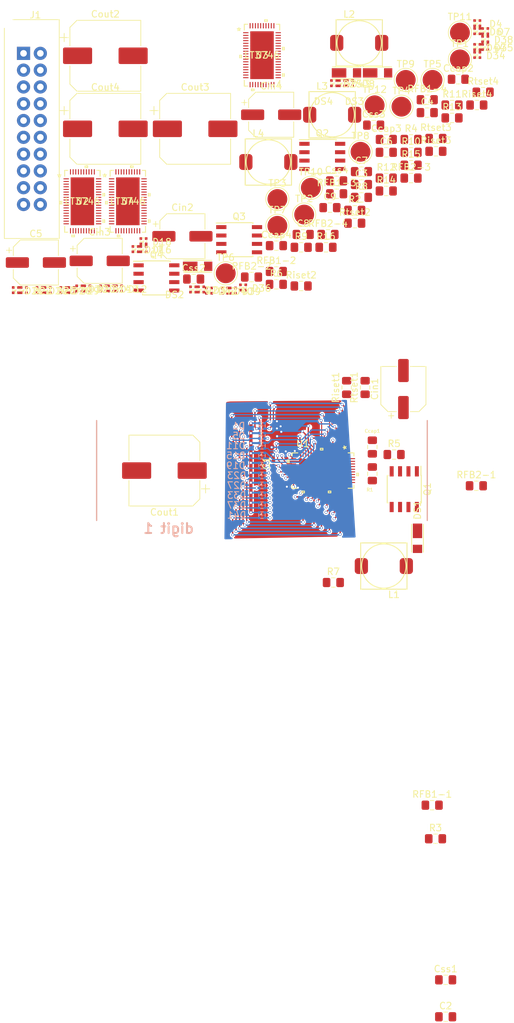
<source format=kicad_pcb>
(kicad_pcb (version 20171130) (host pcbnew 5.0.2-bee76a0~70~ubuntu18.04.1)
  (layers (0 F.Cu signal) (1 In1.Cu signal) (2 In2.Cu signal) (31 B.Cu signal) (34 B.Paste user hide) (35 F.Paste user) (36 B.SilkS user) (37 F.SilkS user) (38 B.Mask user) (39 F.Mask user) (44 Edge.Cuts user))
  (net 0 "")
  (net 1 +5V)
  (net 2 GND)
  (net 3 +15V)
  (net 4 "Net-(Ccap1-Pad2)")
  (net 5 "Net-(Ccap2-Pad2)")
  (net 6 "Net-(Ccap3-Pad2)")
  (net 7 "Net-(Ccap4-Pad2)")
  (net 8 VPP)
  (net 9 "Net-(Css1-Pad1)")
  (net 10 "Net-(Css2-Pad1)")
  (net 11 "Net-(Css3-Pad1)")
  (net 12 "Net-(Css4-Pad1)")
  (net 13 /1-0-B)
  (net 14 /1-0-G)
  (net 15 /1-0-R)
  (net 16 /2-0-B)
  (net 17 /2-0-G)
  (net 18 /2-0-R)
  (net 19 /3-0-R)
  (net 20 /3-0-G)
  (net 21 /3-0-B)
  (net 22 /4-0-R)
  (net 23 /4-0-G)
  (net 24 /4-0-B)
  (net 25 /1-1-R)
  (net 26 /1-1-G)
  (net 27 /1-1-B)
  (net 28 /2-1-R)
  (net 29 /2-1-G)
  (net 30 /2-1-B)
  (net 31 /3-1-B)
  (net 32 /3-1-G)
  (net 33 /3-1-R)
  (net 34 /4-1-B)
  (net 35 /4-1-G)
  (net 36 /1-2-R)
  (net 37 /1-2-G)
  (net 38 /1-2-B)
  (net 39 /2-2-B)
  (net 40 /2-2-G)
  (net 41 /2-2-R)
  (net 42 /3-2-B)
  (net 43 /3-2-G)
  (net 44 /3-2-R)
  (net 45 /4-2-R)
  (net 46 /4-2-G)
  (net 47 /4-2-B)
  (net 48 /1-3-R)
  (net 49 /1-3-G)
  (net 50 /1-3-B)
  (net 51 /2-3-R)
  (net 52 /2-3-G)
  (net 53 /2-3-B)
  (net 54 /3-3-R)
  (net 55 /3-3-G)
  (net 56 /3-3-B)
  (net 57 /4-3-B)
  (net 58 /4-3-G)
  (net 59 /4-3-R)
  (net 60 /1-4-B)
  (net 61 /1-4-G)
  (net 62 /1-4-R)
  (net 63 /2-4-B)
  (net 64 /2-4-G)
  (net 65 /2-4-R)
  (net 66 /3-4-B)
  (net 67 /3-4-G)
  (net 68 /3-4-R)
  (net 69 /4-4-R)
  (net 70 /4-4-G)
  (net 71 /4-4-B)
  (net 72 /1-5-R)
  (net 73 /1-5-G)
  (net 74 /1-5-B)
  (net 75 /2-5-R)
  (net 76 /2-5-G)
  (net 77 /2-5-B)
  (net 78 /3-5-R)
  (net 79 /3-5-G)
  (net 80 /3-5-B)
  (net 81 /4-5-B)
  (net 82 /4-5-G)
  (net 83 /4-5-R)
  (net 84 /1-6-R)
  (net 85 /1-6-G)
  (net 86 /1-6-B)
  (net 87 /2-6-B)
  (net 88 /2-6-G)
  (net 89 /2-6-R)
  (net 90 /3-6-B)
  (net 91 /3-6-G)
  (net 92 /3-6-R)
  (net 93 /4-6-R)
  (net 94 /4-6-G)
  (net 95 /4-6-B)
  (net 96 /1-7-R)
  (net 97 /1-7-G)
  (net 98 /1-7-B)
  (net 99 /2-7-B)
  (net 100 /2-7-G)
  (net 101 /2-7-R)
  (net 102 /3-7-R)
  (net 103 /3-7-G)
  (net 104 /3-7-B)
  (net 105 /4-7-B)
  (net 106 /4-7-G)
  (net 107 /4-7-R)
  (net 108 /1-8-R)
  (net 109 /1-8-G)
  (net 110 /1-8-B)
  (net 111 /2-8-R)
  (net 112 /2-8-G)
  (net 113 /2-8-B)
  (net 114 /3-8-B)
  (net 115 /3-8-G)
  (net 116 /3-8-R)
  (net 117 /4-8-R)
  (net 118 /4-8-G)
  (net 119 /4-8-B)
  (net 120 /1-9-B)
  (net 121 /1-9-G)
  (net 122 /1-9-R)
  (net 123 /2-9-B)
  (net 124 /2-9-G)
  (net 125 /2-9-R)
  (net 126 /3-9-B)
  (net 127 /3-9-G)
  (net 128 /4-9-B)
  (net 129 /4-9-G)
  (net 130 /4-9-R)
  (net 131 "Net-(DS1-Pad1)")
  (net 132 "Net-(DS2-Pad1)")
  (net 133 "Net-(DS3-Pad1)")
  (net 134 "Net-(DS4-Pad1)")
  (net 135 /PWMCK)
  (net 136 /SYNC)
  (net 137 /LDO)
  (net 138 /SCKO)
  (net 139 /SDO)
  (net 140 /LDI-1)
  (net 141 /SCKI-1)
  (net 142 /SDI-1)
  (net 143 "Net-(L1-Pad2)")
  (net 144 "Net-(L2-Pad2)")
  (net 145 "Net-(L3-Pad2)")
  (net 146 "Net-(L4-Pad2)")
  (net 147 "Net-(Q1-Pad4)")
  (net 148 "Net-(Q2-Pad4)")
  (net 149 "Net-(Q3-Pad4)")
  (net 150 "Net-(Q4-Pad4)")
  (net 151 "Net-(R3-Pad2)")
  (net 152 "Net-(R4-Pad2)")
  (net 153 "Net-(R5-Pad1)")
  (net 154 "Net-(R6-Pad1)")
  (net 155 "Net-(R7-Pad1)")
  (net 156 "Net-(R8-Pad1)")
  (net 157 "Net-(R11-Pad2)")
  (net 158 "Net-(R12-Pad2)")
  (net 159 "Net-(R13-Pad1)")
  (net 160 "Net-(R14-Pad1)")
  (net 161 "Net-(R15-Pad1)")
  (net 162 "Net-(R16-Pad1)")
  (net 163 "Net-(RFB1-1-Pad2)")
  (net 164 "Net-(RFB1-2-Pad2)")
  (net 165 "Net-(RFB1-3-Pad2)")
  (net 166 "Net-(RFB1-4-Pad2)")
  (net 167 "Net-(Riset1-Pad1)")
  (net 168 "Net-(Riset2-Pad1)")
  (net 169 "Net-(Riset3-Pad1)")
  (net 170 "Net-(Riset4-Pad1)")
  (net 171 "Net-(Rtset1-Pad1)")
  (net 172 "Net-(Rtset2-Pad1)")
  (net 173 "Net-(Rtset3-Pad1)")
  (net 174 "Net-(Rtset4-Pad1)")
  (net 175 /LDI-2)
  (net 176 /SDI-2)
  (net 177 /SCKI-2)
  (net 178 /LDI-3)
  (net 179 /SDI-3)
  (net 180 /SCKI-3)
  (net 181 "Net-(U2-Pad30)")
  (net 182 "Net-(U2-Pad31)")
  (net 183 /3-9-R)
  (net 184 "Net-(U3-Pad31)")
  (net 185 "Net-(U3-Pad30)")
  (net 186 /SCKI-4)
  (net 187 /SDI-4)
  (net 188 /LDI-4)
  (net 189 "Net-(U4-Pad31)")
  (net 190 "Net-(U4-Pad30)")
  (net 191 /4-1-R)
  (net 192 "Net-(U1-Pad17)")
  (net 193 "Net-(U1-Pad45)")
  (module LT3746:LT3746EUHH-TRPBF (layer F.Cu) (at 76.6864 83.757 270)
    (fp_text reference U1 (at -4.064 3.048 180) (layer F.SilkS))
    (fp_text value LT3746 hide)
    (fp_text user * (at -3.489801 -3.6 270) (layer F.SilkS))
    (fp_text user * (at -3.489801 -3.6 270) (layer F.SilkS))
    (pad 1 smd rect (at -2.4524 -3.400001) (size 0.1484 0.8048) (layers F.Cu F.Paste F.Mask) (net 151 "Net-(R3-Pad2)"))
    (pad 2 smd rect (at -2.4524 -2.999999) (size 0.1484 0.8048) (layers F.Cu F.Paste F.Mask) (net 13 /1-0-B))
    (pad 3 smd rect (at -2.4524 -2.6) (size 0.1484 0.8048) (layers F.Cu F.Paste F.Mask) (net 14 /1-0-G))
    (pad 4 smd rect (at -2.4524 -2.200001) (size 0.1484 0.8048) (layers F.Cu F.Paste F.Mask) (net 15 /1-0-R))
    (pad 5 smd rect (at -2.4524 -1.799999) (size 0.1484 0.8048) (layers F.Cu F.Paste F.Mask) (net 27 /1-1-B))
    (pad 6 smd rect (at -2.4524 -1.4) (size 0.1484 0.8048) (layers F.Cu F.Paste F.Mask) (net 26 /1-1-G))
    (pad 7 smd rect (at -2.4524 -1.000001) (size 0.1484 0.8048) (layers F.Cu F.Paste F.Mask) (net 25 /1-1-R))
    (pad 8 smd rect (at -2.4524 -0.599999) (size 0.1484 0.8048) (layers F.Cu F.Paste F.Mask) (net 38 /1-2-B))
    (pad 9 smd rect (at -2.4524 -0.2) (size 0.1484 0.8048) (layers F.Cu F.Paste F.Mask) (net 37 /1-2-G))
    (pad 10 smd rect (at -2.4524 0.2) (size 0.1484 0.8048) (layers F.Cu F.Paste F.Mask) (net 36 /1-2-R))
    (pad 11 smd rect (at -2.4524 0.599999) (size 0.1484 0.8048) (layers F.Cu F.Paste F.Mask) (net 50 /1-3-B))
    (pad 12 smd rect (at -2.4524 1.000001) (size 0.1484 0.8048) (layers F.Cu F.Paste F.Mask) (net 49 /1-3-G))
    (pad 13 smd rect (at -2.4524 1.4) (size 0.1484 0.8048) (layers F.Cu F.Paste F.Mask) (net 48 /1-3-R))
    (pad 14 smd rect (at -2.4524 1.799999) (size 0.1484 0.8048) (layers F.Cu F.Paste F.Mask) (net 60 /1-4-B))
    (pad 15 smd rect (at -2.4524 2.200001) (size 0.1484 0.8048) (layers F.Cu F.Paste F.Mask) (net 61 /1-4-G))
    (pad 16 smd rect (at -2.4524 2.6) (size 0.1484 0.8048) (layers F.Cu F.Paste F.Mask) (net 62 /1-4-R))
    (pad 17 smd rect (at -2.4524 2.999999) (size 0.1484 0.8048) (layers F.Cu F.Paste F.Mask) (net 192 "Net-(U1-Pad17)"))
    (pad 18 smd rect (at -2.4524 3.400001) (size 0.1484 0.8048) (layers F.Cu F.Paste F.Mask) (net 2 GND))
    (pad 19 smd rect (at -1.799999 4.452402 270) (size 0.1484 0.8048) (layers F.Cu F.Paste F.Mask) (net 141 /SCKI-1))
    (pad 20 smd rect (at -1.4 4.452402 270) (size 0.1484 0.8048) (layers F.Cu F.Paste F.Mask) (net 2 GND))
    (pad 21 smd rect (at -1.000001 4.452402 270) (size 0.1484 0.8048) (layers F.Cu F.Paste F.Mask) (net 142 /SDI-1))
    (pad 22 smd rect (at -0.599999 4.452402 270) (size 0.1484 0.8048) (layers F.Cu F.Paste F.Mask) (net 140 /LDI-1))
    (pad 23 smd rect (at -0.2 4.452402 270) (size 0.1484 0.8048) (layers F.Cu F.Paste F.Mask) (net 1 +5V))
    (pad 24 smd rect (at 0.2 4.452402 270) (size 0.1484 0.8048) (layers F.Cu F.Paste F.Mask) (net 135 /PWMCK))
    (pad 25 smd rect (at 0.599999 4.452402 270) (size 0.1484 0.8048) (layers F.Cu F.Paste F.Mask) (net 175 /LDI-2))
    (pad 26 smd rect (at 1.000001 4.452402 270) (size 0.1484 0.8048) (layers F.Cu F.Paste F.Mask) (net 176 /SDI-2))
    (pad 27 smd rect (at 1.4 4.452402 270) (size 0.1484 0.8048) (layers F.Cu F.Paste F.Mask) (net 2 GND))
    (pad 28 smd rect (at 1.799999 4.452402 270) (size 0.1484 0.8048) (layers F.Cu F.Paste F.Mask) (net 177 /SCKI-2))
    (pad 29 smd rect (at 2.4524 3.400001) (size 0.1484 0.8048) (layers F.Cu F.Paste F.Mask) (net 2 GND))
    (pad 30 smd rect (at 2.4524 2.999999) (size 0.1484 0.8048) (layers F.Cu F.Paste F.Mask) (net 74 /1-5-B))
    (pad 31 smd rect (at 2.4524 2.6) (size 0.1484 0.8048) (layers F.Cu F.Paste F.Mask) (net 73 /1-5-G))
    (pad 32 smd rect (at 2.4524 2.200001) (size 0.1484 0.8048) (layers F.Cu F.Paste F.Mask) (net 72 /1-5-R))
    (pad 33 smd rect (at 2.4524 1.799999) (size 0.1484 0.8048) (layers F.Cu F.Paste F.Mask) (net 86 /1-6-B))
    (pad 34 smd rect (at 2.4524 1.4) (size 0.1484 0.8048) (layers F.Cu F.Paste F.Mask) (net 85 /1-6-G))
    (pad 35 smd rect (at 2.4524 1.000001) (size 0.1484 0.8048) (layers F.Cu F.Paste F.Mask) (net 84 /1-6-R))
    (pad 36 smd rect (at 2.4524 0.600001) (size 0.1484 0.8048) (layers F.Cu F.Paste F.Mask) (net 98 /1-7-B))
    (pad 37 smd rect (at 2.4524 0.2) (size 0.1484 0.8048) (layers F.Cu F.Paste F.Mask) (net 97 /1-7-G))
    (pad 38 smd rect (at 2.4524 -0.2) (size 0.1484 0.8048) (layers F.Cu F.Paste F.Mask) (net 96 /1-7-R))
    (pad 39 smd rect (at 2.4524 -0.599999) (size 0.1484 0.8048) (layers F.Cu F.Paste F.Mask) (net 110 /1-8-B))
    (pad 40 smd rect (at 2.4524 -1.000001) (size 0.1484 0.8048) (layers F.Cu F.Paste F.Mask) (net 109 /1-8-G))
    (pad 41 smd rect (at 2.4524 -1.4) (size 0.1484 0.8048) (layers F.Cu F.Paste F.Mask) (net 108 /1-8-R))
    (pad 42 smd rect (at 2.4524 -1.799999) (size 0.1484 0.8048) (layers F.Cu F.Paste F.Mask) (net 120 /1-9-B))
    (pad 43 smd rect (at 2.4524 -2.200001) (size 0.1484 0.8048) (layers F.Cu F.Paste F.Mask) (net 121 /1-9-G))
    (pad 44 smd rect (at 2.4524 -2.6) (size 0.1484 0.8048) (layers F.Cu F.Paste F.Mask) (net 122 /1-9-R))
    (pad 45 smd rect (at 2.4524 -2.999999) (size 0.1484 0.8048) (layers F.Cu F.Paste F.Mask) (net 193 "Net-(U1-Pad45)"))
    (pad 46 smd rect (at 2.4524 -3.399998) (size 0.1484 0.8048) (layers F.Cu F.Paste F.Mask) (net 136 /SYNC))
    (pad 47 smd rect (at 1.799999 -4.452402 270) (size 0.1484 0.8048) (layers F.Cu F.Paste F.Mask) (net 155 "Net-(R7-Pad1)"))
    (pad 48 smd rect (at 1.4 -4.452402 270) (size 0.1484 0.8048) (layers F.Cu F.Paste F.Mask) (net 9 "Net-(Css1-Pad1)"))
    (pad 49 smd rect (at 1.000001 -4.452402 270) (size 0.1484 0.8048) (layers F.Cu F.Paste F.Mask) (net 163 "Net-(RFB1-1-Pad2)"))
    (pad 50 smd rect (at 0.599999 -4.452402 270) (size 0.1484 0.8048) (layers F.Cu F.Paste F.Mask) (net 8 VPP))
    (pad 51 smd rect (at 0.2 -4.452402 270) (size 0.1484 0.8048) (layers F.Cu F.Paste F.Mask) (net 143 "Net-(L1-Pad2)"))
    (pad 52 smd rect (at -0.2 -4.452402 270) (size 0.1484 0.8048) (layers F.Cu F.Paste F.Mask) (net 4 "Net-(Ccap1-Pad2)"))
    (pad 53 smd rect (at -0.599999 -4.452402 270) (size 0.1484 0.8048) (layers F.Cu F.Paste F.Mask) (net 153 "Net-(R5-Pad1)"))
    (pad 54 smd rect (at -1.000001 -4.452402 270) (size 0.1484 0.8048) (layers F.Cu F.Paste F.Mask) (net 3 +15V))
    (pad 55 smd rect (at -1.4 -4.452402 270) (size 0.1484 0.8048) (layers F.Cu F.Paste F.Mask) (net 171 "Net-(Rtset1-Pad1)"))
    (pad 56 smd rect (at -1.799999 -4.452402 270) (size 0.1484 0.8048) (layers F.Cu F.Paste F.Mask) (net 167 "Net-(Riset1-Pad1)"))
    (pad 57 smd rect (at 0 0 270) (size 3.55 7.230001) (layers F.Cu F.Paste F.Mask) (net 2 GND))
  )
  (module LEDs:WL-SFCC (layer B.Cu) (at 67.4598 90.5)
    (fp_text reference D41 (at -3.829 0) (layer B.SilkS) (effects (justify mirror)))
    (fp_text value WL-SFCC hide)
    (pad 1 smd rect (at -0.4 -0.4) (size 0.4 0.4) (layers B.Cu B.Paste B.Mask) (net 8 VPP))
    (pad 2 smd rect (at -0.4 0.4) (size 0.4 0.4) (layers B.Cu B.Paste B.Mask) (net 122 /1-9-R))
    (pad 3 smd rect (at 0.4 0.4) (size 0.4 0.4) (layers B.Cu B.Paste B.Mask) (net 121 /1-9-G))
    (pad 4 smd rect (at 0.4 -0.4) (size 0.4 0.4) (layers B.Cu B.Paste B.Mask) (net 120 /1-9-B))
  )
  (module LEDs:WL-SFCC (layer B.Cu) (at 67.4598 89)
    (fp_text reference D37 (at -3.829 0) (layer B.SilkS) (effects (justify mirror)))
    (fp_text value WL-SFCC hide)
    (pad 4 smd rect (at 0.4 -0.4) (size 0.4 0.4) (layers B.Cu B.Paste B.Mask) (net 110 /1-8-B))
    (pad 3 smd rect (at 0.4 0.4) (size 0.4 0.4) (layers B.Cu B.Paste B.Mask) (net 109 /1-8-G))
    (pad 2 smd rect (at -0.4 0.4) (size 0.4 0.4) (layers B.Cu B.Paste B.Mask) (net 108 /1-8-R))
    (pad 1 smd rect (at -0.4 -0.4) (size 0.4 0.4) (layers B.Cu B.Paste B.Mask) (net 8 VPP))
  )
  (module LEDs:WL-SFCC (layer B.Cu) (at 67.4598 87.5)
    (fp_text reference D33 (at -3.829 0) (layer B.SilkS) (effects (justify mirror)))
    (fp_text value WL-SFCC hide)
    (pad 1 smd rect (at -0.4 -0.4) (size 0.4 0.4) (layers B.Cu B.Paste B.Mask) (net 8 VPP))
    (pad 2 smd rect (at -0.4 0.4) (size 0.4 0.4) (layers B.Cu B.Paste B.Mask) (net 96 /1-7-R))
    (pad 3 smd rect (at 0.4 0.4) (size 0.4 0.4) (layers B.Cu B.Paste B.Mask) (net 97 /1-7-G))
    (pad 4 smd rect (at 0.4 -0.4) (size 0.4 0.4) (layers B.Cu B.Paste B.Mask) (net 98 /1-7-B))
  )
  (module LEDs:WL-SFCC (layer B.Cu) (at 67.4598 86)
    (fp_text reference D27 (at -3.829 0) (layer B.SilkS) (effects (justify mirror)))
    (fp_text value WL-SFCC hide)
    (pad 4 smd rect (at 0.4 -0.4) (size 0.4 0.4) (layers B.Cu B.Paste B.Mask) (net 86 /1-6-B))
    (pad 3 smd rect (at 0.4 0.4) (size 0.4 0.4) (layers B.Cu B.Paste B.Mask) (net 85 /1-6-G))
    (pad 2 smd rect (at -0.4 0.4) (size 0.4 0.4) (layers B.Cu B.Paste B.Mask) (net 84 /1-6-R))
    (pad 1 smd rect (at -0.4 -0.4) (size 0.4 0.4) (layers B.Cu B.Paste B.Mask) (net 8 VPP))
  )
  (module LEDs:WL-SFCC (layer B.Cu) (at 67.4598 84.5)
    (fp_text reference D23 (at -3.829 0) (layer B.SilkS) (effects (justify mirror)))
    (fp_text value WL-SFCC hide)
    (pad 1 smd rect (at -0.4 -0.4) (size 0.4 0.4) (layers B.Cu B.Paste B.Mask) (net 8 VPP))
    (pad 2 smd rect (at -0.4 0.4) (size 0.4 0.4) (layers B.Cu B.Paste B.Mask) (net 72 /1-5-R))
    (pad 3 smd rect (at 0.4 0.4) (size 0.4 0.4) (layers B.Cu B.Paste B.Mask) (net 73 /1-5-G))
    (pad 4 smd rect (at 0.4 -0.4) (size 0.4 0.4) (layers B.Cu B.Paste B.Mask) (net 74 /1-5-B))
  )
  (module LEDs:WL-SFCC (layer B.Cu) (at 67.4598 83)
    (fp_text reference D19 (at -3.956 0) (layer B.SilkS) (effects (justify mirror)))
    (fp_text value WL-SFCC hide)
    (pad 4 smd rect (at 0.4 -0.4) (size 0.4 0.4) (layers B.Cu B.Paste B.Mask) (net 60 /1-4-B))
    (pad 3 smd rect (at 0.4 0.4) (size 0.4 0.4) (layers B.Cu B.Paste B.Mask) (net 61 /1-4-G))
    (pad 2 smd rect (at -0.4 0.4) (size 0.4 0.4) (layers B.Cu B.Paste B.Mask) (net 62 /1-4-R))
    (pad 1 smd rect (at -0.4 -0.4) (size 0.4 0.4) (layers B.Cu B.Paste B.Mask) (net 8 VPP))
  )
  (module LEDs:WL-SFCC (layer B.Cu) (at 67.4598 81.5)
    (fp_text reference D15 (at -3.956 0) (layer B.SilkS) (effects (justify mirror)))
    (fp_text value WL-SFCC hide)
    (pad 1 smd rect (at -0.4 -0.4) (size 0.4 0.4) (layers B.Cu B.Paste B.Mask) (net 8 VPP))
    (pad 2 smd rect (at -0.4 0.4) (size 0.4 0.4) (layers B.Cu B.Paste B.Mask) (net 48 /1-3-R))
    (pad 3 smd rect (at 0.4 0.4) (size 0.4 0.4) (layers B.Cu B.Paste B.Mask) (net 49 /1-3-G))
    (pad 4 smd rect (at 0.4 -0.4) (size 0.4 0.4) (layers B.Cu B.Paste B.Mask) (net 50 /1-3-B))
  )
  (module LEDs:WL-SFCC (layer B.Cu) (at 67.4598 80)
    (fp_text reference D11 (at -3.956 0) (layer B.SilkS) (effects (justify mirror)))
    (fp_text value WL-SFCC hide)
    (pad 4 smd rect (at 0.4 -0.4) (size 0.4 0.4) (layers B.Cu B.Paste B.Mask) (net 38 /1-2-B))
    (pad 3 smd rect (at 0.4 0.4) (size 0.4 0.4) (layers B.Cu B.Paste B.Mask) (net 37 /1-2-G))
    (pad 2 smd rect (at -0.4 0.4) (size 0.4 0.4) (layers B.Cu B.Paste B.Mask) (net 36 /1-2-R))
    (pad 1 smd rect (at -0.4 -0.4) (size 0.4 0.4) (layers B.Cu B.Paste B.Mask) (net 8 VPP))
  )
  (module LEDs:WL-SFCC (layer B.Cu) (at 67.4598 78.5)
    (fp_text reference D5 (at -3.5115 0) (layer B.SilkS) (effects (justify mirror)))
    (fp_text value WL-SFCC hide)
    (pad 1 smd rect (at -0.4 -0.4) (size 0.4 0.4) (layers B.Cu B.Paste B.Mask) (net 8 VPP))
    (pad 2 smd rect (at -0.4 0.4) (size 0.4 0.4) (layers B.Cu B.Paste B.Mask) (net 25 /1-1-R))
    (pad 3 smd rect (at 0.4 0.4) (size 0.4 0.4) (layers B.Cu B.Paste B.Mask) (net 26 /1-1-G))
    (pad 4 smd rect (at 0.4 -0.4) (size 0.4 0.4) (layers B.Cu B.Paste B.Mask) (net 27 /1-1-B))
  )
  (module Capacitor_SMD:C_0805_2012Metric_Pad1.15x1.40mm_HandSolder (layer F.Cu) (at 95.2373 166.37)
    (fp_text reference C2 (at 0 -1.65) (layer F.SilkS))
    (fp_text value 100n)
    (pad 2 smd roundrect (at 1.025 0) (size 1.15 1.4) (layers F.Cu F.Paste F.Mask) (roundrect_rratio 0.217391) (net 2 GND))
    (pad 1 smd roundrect (at -1.025 0) (size 1.15 1.4) (layers F.Cu F.Paste F.Mask) (roundrect_rratio 0.217391) (net 3 +15V))
  )
  (module Capacitor_SMD:C_0805_2012Metric_Pad1.15x1.40mm_HandSolder (layer F.Cu) (at 82.503001 40.489001)
    (fp_text reference C3 (at 0 -1.65) (layer F.SilkS))
    (fp_text value 100n)
    (pad 2 smd roundrect (at 1.025 0) (size 1.15 1.4) (layers F.Cu F.Paste F.Mask) (roundrect_rratio 0.217391) (net 2 GND))
    (pad 1 smd roundrect (at -1.025 0) (size 1.15 1.4) (layers F.Cu F.Paste F.Mask) (roundrect_rratio 0.217391) (net 1 +5V))
  )
  (module Capacitor_SMD:C_0805_2012Metric_Pad1.15x1.40mm_HandSolder (layer F.Cu) (at 92.453001 29.619001)
    (fp_text reference C4 (at 0 -1.65) (layer F.SilkS))
    (fp_text value 100n)
    (pad 2 smd roundrect (at 1.025 0) (size 1.15 1.4) (layers F.Cu F.Paste F.Mask) (roundrect_rratio 0.217391) (net 2 GND))
    (pad 1 smd roundrect (at -1.025 0) (size 1.15 1.4) (layers F.Cu F.Paste F.Mask) (roundrect_rratio 0.217391) (net 3 +15V))
  )
  (module Capacitor_SMD:CP_Elec_6.3x5.9 (layer F.Cu) (at 33.273001 52.289001)
    (fp_text reference C5 (at 0 -4.35) (layer F.SilkS))
    (fp_text value 10u)
    (pad 1 smd roundrect (at -2.8 0) (size 3.5 1.6) (layers F.Cu F.Paste F.Mask) (roundrect_rratio 0.15625) (net 1 +5V))
    (pad 2 smd roundrect (at 2.8 0) (size 3.5 1.6) (layers F.Cu F.Paste F.Mask) (roundrect_rratio 0.15625) (net 2 GND))
  )
  (module Capacitor_SMD:C_0805_2012Metric_Pad1.15x1.40mm_HandSolder (layer F.Cu) (at 86.263001 35.619001)
    (fp_text reference C6 (at 0 -1.65) (layer F.SilkS))
    (fp_text value 100n)
    (pad 1 smd roundrect (at -1.025 0) (size 1.15 1.4) (layers F.Cu F.Paste F.Mask) (roundrect_rratio 0.217391) (net 1 +5V))
    (pad 2 smd roundrect (at 1.025 0) (size 1.15 1.4) (layers F.Cu F.Paste F.Mask) (roundrect_rratio 0.217391) (net 2 GND))
  )
  (module Capacitor_SMD:C_0805_2012Metric_Pad1.15x1.40mm_HandSolder (layer F.Cu) (at 82.503001 38.539001)
    (fp_text reference C7 (at 0 -1.65) (layer F.SilkS))
    (fp_text value 100n)
    (pad 2 smd roundrect (at 1.025 0) (size 1.15 1.4) (layers F.Cu F.Paste F.Mask) (roundrect_rratio 0.217391) (net 2 GND))
    (pad 1 smd roundrect (at -1.025 0) (size 1.15 1.4) (layers F.Cu F.Paste F.Mask) (roundrect_rratio 0.217391) (net 3 +15V))
  )
  (module Capacitor_SMD:C_0805_2012Metric_Pad1.15x1.40mm_HandSolder (layer F.Cu) (at 73.693001 48.039001)
    (fp_text reference C8 (at 0 -1.65) (layer F.SilkS))
    (fp_text value 100n)
    (pad 2 smd roundrect (at 1.025 0) (size 1.15 1.4) (layers F.Cu F.Paste F.Mask) (roundrect_rratio 0.217391) (net 2 GND))
    (pad 1 smd roundrect (at -1.025 0) (size 1.15 1.4) (layers F.Cu F.Paste F.Mask) (roundrect_rratio 0.217391) (net 1 +5V))
  )
  (module Capacitor_SMD:C_0805_2012Metric_Pad1.15x1.40mm_HandSolder (layer F.Cu) (at 77.743001 43.989001)
    (fp_text reference C9 (at 0 -1.65) (layer F.SilkS))
    (fp_text value 100n)
    (pad 1 smd roundrect (at -1.025 0) (size 1.15 1.4) (layers F.Cu F.Paste F.Mask) (roundrect_rratio 0.217391) (net 3 +15V))
    (pad 2 smd roundrect (at 1.025 0) (size 1.15 1.4) (layers F.Cu F.Paste F.Mask) (roundrect_rratio 0.217391) (net 2 GND))
  )
  (module Capacitor_SMD:C_0805_2012Metric_Pad1.15x1.40mm_HandSolder (layer F.Cu) (at 84.1508 80.197164 270)
    (fp_text reference Ccap1 (at -2.422 0) (layer F.SilkS) (effects (font (size 0.5 0.5) (thickness 0.1))))
    (fp_text value 1u hide)
    (pad 1 smd roundrect (at -1.025 0 270) (size 1.15 1.4) (layers F.Cu F.Paste F.Mask) (roundrect_rratio 0.217391) (net 3 +15V))
    (pad 2 smd roundrect (at 1.025 0 270) (size 1.15 1.4) (layers F.Cu F.Paste F.Mask) (roundrect_rratio 0.217391) (net 4 "Net-(Ccap1-Pad2)"))
  )
  (module Capacitor_SMD:C_0805_2012Metric_Pad1.15x1.40mm_HandSolder (layer F.Cu) (at 97.153001 24.569001)
    (fp_text reference Ccap2 (at 0 -1.65) (layer F.SilkS))
    (fp_text value 1u)
    (pad 2 smd roundrect (at 1.025 0) (size 1.15 1.4) (layers F.Cu F.Paste F.Mask) (roundrect_rratio 0.217391) (net 5 "Net-(Ccap2-Pad2)"))
    (pad 1 smd roundrect (at -1.025 0) (size 1.15 1.4) (layers F.Cu F.Paste F.Mask) (roundrect_rratio 0.217391) (net 3 +15V))
  )
  (module Capacitor_SMD:C_0805_2012Metric_Pad1.15x1.40mm_HandSolder (layer F.Cu) (at 86.263001 33.669001)
    (fp_text reference Ccap3 (at 0 -1.65) (layer F.SilkS))
    (fp_text value 1u)
    (pad 1 smd roundrect (at -1.025 0) (size 1.15 1.4) (layers F.Cu F.Paste F.Mask) (roundrect_rratio 0.217391) (net 3 +15V))
    (pad 2 smd roundrect (at 1.025 0) (size 1.15 1.4) (layers F.Cu F.Paste F.Mask) (roundrect_rratio 0.217391) (net 6 "Net-(Ccap3-Pad2)"))
  )
  (module Capacitor_SMD:C_0805_2012Metric_Pad1.15x1.40mm_HandSolder (layer F.Cu) (at 69.643001 49.739001)
    (fp_text reference Ccap4 (at 0 -1.65) (layer F.SilkS))
    (fp_text value 1u)
    (pad 1 smd roundrect (at -1.025 0) (size 1.15 1.4) (layers F.Cu F.Paste F.Mask) (roundrect_rratio 0.217391) (net 3 +15V))
    (pad 2 smd roundrect (at 1.025 0) (size 1.15 1.4) (layers F.Cu F.Paste F.Mask) (roundrect_rratio 0.217391) (net 7 "Net-(Ccap4-Pad2)"))
  )
  (module Capacitor_SMD:CP_Elec_6.3x5.4 (layer F.Cu) (at 88.8498 71.425164 90)
    (fp_text reference Cin1 (at 0 -4.35 90) (layer F.SilkS))
    (fp_text value 22u)
    (pad 2 smd roundrect (at 2.8 0 90) (size 3.5 1.6) (layers F.Cu F.Paste F.Mask) (roundrect_rratio 0.15625) (net 2 GND))
    (pad 1 smd roundrect (at -2.8 0 90) (size 3.5 1.6) (layers F.Cu F.Paste F.Mask) (roundrect_rratio 0.15625) (net 3 +15V))
  )
  (module Capacitor_SMD:CP_Elec_6.3x5.4 (layer F.Cu) (at 55.433001 48.319001)
    (fp_text reference Cin2 (at 0 -4.35) (layer F.SilkS))
    (fp_text value 22u)
    (pad 2 smd roundrect (at 2.8 0) (size 3.5 1.6) (layers F.Cu F.Paste F.Mask) (roundrect_rratio 0.15625) (net 2 GND))
    (pad 1 smd roundrect (at -2.8 0) (size 3.5 1.6) (layers F.Cu F.Paste F.Mask) (roundrect_rratio 0.15625) (net 3 +15V))
  )
  (module Capacitor_SMD:CP_Elec_6.3x5.4 (layer F.Cu) (at 42.923001 52.039001)
    (fp_text reference Cin3 (at 0 -4.35) (layer F.SilkS))
    (fp_text value 22u)
    (pad 1 smd roundrect (at -2.8 0) (size 3.5 1.6) (layers F.Cu F.Paste F.Mask) (roundrect_rratio 0.15625) (net 3 +15V))
    (pad 2 smd roundrect (at 2.8 0) (size 3.5 1.6) (layers F.Cu F.Paste F.Mask) (roundrect_rratio 0.15625) (net 2 GND))
  )
  (module Capacitor_SMD:CP_Elec_6.3x5.4 (layer F.Cu) (at 68.853001 29.939001)
    (fp_text reference Cin4 (at 0 -4.35) (layer F.SilkS))
    (fp_text value 22u)
    (pad 1 smd roundrect (at -2.8 0) (size 3.5 1.6) (layers F.Cu F.Paste F.Mask) (roundrect_rratio 0.15625) (net 3 +15V))
    (pad 2 smd roundrect (at 2.8 0) (size 3.5 1.6) (layers F.Cu F.Paste F.Mask) (roundrect_rratio 0.15625) (net 2 GND))
  )
  (module Capacitor_SMD:CP_Elec_10x14.3 (layer F.Cu) (at 52.7088 83.757 180)
    (fp_text reference Cout1 (at 0 -6.3 180) (layer F.SilkS))
    (fp_text value 220u)
    (pad 1 smd roundrect (at -4.2 0 180) (size 4.4 2.5) (layers F.Cu F.Paste F.Mask) (roundrect_rratio 0.1) (net 8 VPP))
    (pad 2 smd roundrect (at 4.2 0 180) (size 4.4 2.5) (layers F.Cu F.Paste F.Mask) (roundrect_rratio 0.1) (net 2 GND))
  )
  (module Capacitor_SMD:CP_Elec_10x14.3 (layer F.Cu) (at 43.778001 21.019001)
    (fp_text reference Cout2 (at 0 -6.3) (layer F.SilkS))
    (fp_text value 220u)
    (pad 2 smd roundrect (at 4.2 0) (size 4.4 2.5) (layers F.Cu F.Paste F.Mask) (roundrect_rratio 0.1) (net 2 GND))
    (pad 1 smd roundrect (at -4.2 0) (size 4.4 2.5) (layers F.Cu F.Paste F.Mask) (roundrect_rratio 0.1) (net 8 VPP))
  )
  (module Capacitor_SMD:CP_Elec_10x14.3 (layer F.Cu) (at 57.358001 32.069001)
    (fp_text reference Cout3 (at 0 -6.3) (layer F.SilkS))
    (fp_text value 220u)
    (pad 2 smd roundrect (at 4.2 0) (size 4.4 2.5) (layers F.Cu F.Paste F.Mask) (roundrect_rratio 0.1) (net 2 GND))
    (pad 1 smd roundrect (at -4.2 0) (size 4.4 2.5) (layers F.Cu F.Paste F.Mask) (roundrect_rratio 0.1) (net 8 VPP))
  )
  (module Capacitor_SMD:CP_Elec_10x14.3 (layer F.Cu) (at 43.778001 32.069001)
    (fp_text reference Cout4 (at 0 -6.3) (layer F.SilkS))
    (fp_text value 220u)
    (pad 1 smd roundrect (at -4.2 0) (size 4.4 2.5) (layers F.Cu F.Paste F.Mask) (roundrect_rratio 0.1) (net 8 VPP))
    (pad 2 smd roundrect (at 4.2 0) (size 4.4 2.5) (layers F.Cu F.Paste F.Mask) (roundrect_rratio 0.1) (net 2 GND))
  )
  (module Capacitor_SMD:C_0805_2012Metric_Pad1.15x1.40mm_HandSolder (layer F.Cu) (at 95.2373 160.782)
    (fp_text reference Css1 (at 0 -1.65) (layer F.SilkS))
    (fp_text value 10n)
    (pad 1 smd roundrect (at -1.025 0) (size 1.15 1.4) (layers F.Cu F.Paste F.Mask) (roundrect_rratio 0.217391) (net 9 "Net-(Css1-Pad1)"))
    (pad 2 smd roundrect (at 1.025 0) (size 1.15 1.4) (layers F.Cu F.Paste F.Mask) (roundrect_rratio 0.217391) (net 2 GND))
  )
  (module Capacitor_SMD:C_0805_2012Metric_Pad1.15x1.40mm_HandSolder (layer F.Cu) (at 57.133001 54.789001)
    (fp_text reference Css2 (at 0 -1.65) (layer F.SilkS))
    (fp_text value 10n)
    (pad 2 smd roundrect (at 1.025 0) (size 1.15 1.4) (layers F.Cu F.Paste F.Mask) (roundrect_rratio 0.217391) (net 2 GND))
    (pad 1 smd roundrect (at -1.025 0) (size 1.15 1.4) (layers F.Cu F.Paste F.Mask) (roundrect_rratio 0.217391) (net 10 "Net-(Css2-Pad1)"))
  )
  (module Capacitor_SMD:C_0805_2012Metric_Pad1.15x1.40mm_HandSolder (layer F.Cu) (at 84.353001 31.509001)
    (fp_text reference Css3 (at 0 -1.65) (layer F.SilkS))
    (fp_text value 10n)
    (pad 1 smd roundrect (at -1.025 0) (size 1.15 1.4) (layers F.Cu F.Paste F.Mask) (roundrect_rratio 0.217391) (net 11 "Net-(Css3-Pad1)"))
    (pad 2 smd roundrect (at 1.025 0) (size 1.15 1.4) (layers F.Cu F.Paste F.Mask) (roundrect_rratio 0.217391) (net 2 GND))
  )
  (module Capacitor_SMD:C_0805_2012Metric_Pad1.15x1.40mm_HandSolder (layer F.Cu) (at 78.753001 39.939001)
    (fp_text reference Css4 (at 0 -1.65) (layer F.SilkS))
    (fp_text value 10n)
    (pad 2 smd roundrect (at 1.025 0) (size 1.15 1.4) (layers F.Cu F.Paste F.Mask) (roundrect_rratio 0.217391) (net 2 GND))
    (pad 1 smd roundrect (at -1.025 0) (size 1.15 1.4) (layers F.Cu F.Paste F.Mask) (roundrect_rratio 0.217391) (net 12 "Net-(Css4-Pad1)"))
  )
  (module LEDs:WL-SFCC (layer B.Cu) (at 67.4598 77)
    (fp_text reference D1 (at -3.5115 0) (layer B.SilkS) (effects (justify mirror)))
    (fp_text value WL-SFCC hide)
    (pad 4 smd rect (at 0.4 -0.4) (size 0.4 0.4) (layers B.Cu B.Paste B.Mask) (net 13 /1-0-B))
    (pad 3 smd rect (at 0.4 0.4) (size 0.4 0.4) (layers B.Cu B.Paste B.Mask) (net 14 /1-0-G))
    (pad 2 smd rect (at -0.4 0.4) (size 0.4 0.4) (layers B.Cu B.Paste B.Mask) (net 15 /1-0-R))
    (pad 1 smd rect (at -0.4 -0.4) (size 0.4 0.4) (layers B.Cu B.Paste B.Mask) (net 8 VPP))
  )
  (module LEDs:WL-SFCC (layer F.Cu) (at 57.058 56.364)
    (fp_text reference D2 (at 2.794 0.127) (layer F.SilkS))
    (fp_text value WL-SFCC hide)
    (pad 4 smd rect (at 0.2 0.2) (size 0.4 0.4) (drill (offset 0.2 0.2)) (layers F.Cu F.Paste F.Mask) (net 16 /2-0-B))
    (pad 3 smd rect (at 0.2 -0.2) (size 0.4 0.4) (drill (offset 0.2 -0.2)) (layers F.Cu F.Paste F.Mask) (net 17 /2-0-G))
    (pad 2 smd rect (at -0.2 -0.2) (size 0.4 0.4) (drill (offset -0.2 -0.2)) (layers F.Cu F.Paste F.Mask) (net 18 /2-0-R))
    (pad 1 smd rect (at -0.2 0.2) (size 0.4 0.4) (drill (offset -0.2 0.2)) (layers F.Cu F.Paste F.Mask) (net 8 VPP))
  )
  (module LEDs:WL-SFCC (layer F.Cu) (at 58.258 56.364)
    (fp_text reference D3 (at 2.794 0.127) (layer F.SilkS))
    (fp_text value WL-SFCC hide)
    (pad 1 smd rect (at -0.2 0.2) (size 0.4 0.4) (drill (offset -0.2 0.2)) (layers F.Cu F.Paste F.Mask) (net 8 VPP))
    (pad 2 smd rect (at -0.2 -0.2) (size 0.4 0.4) (drill (offset -0.2 -0.2)) (layers F.Cu F.Paste F.Mask) (net 19 /3-0-R))
    (pad 3 smd rect (at 0.2 -0.2) (size 0.4 0.4) (drill (offset 0.2 -0.2)) (layers F.Cu F.Paste F.Mask) (net 20 /3-0-G))
    (pad 4 smd rect (at 0.2 0.2) (size 0.4 0.4) (drill (offset 0.2 0.2)) (layers F.Cu F.Paste F.Mask) (net 21 /3-0-B))
  )
  (module LEDs:WL-SFCC (layer F.Cu) (at 100.018 16.094)
    (fp_text reference D4 (at 2.794 0.127) (layer F.SilkS))
    (fp_text value WL-SFCC hide)
    (pad 1 smd rect (at -0.2 0.2) (size 0.4 0.4) (drill (offset -0.2 0.2)) (layers F.Cu F.Paste F.Mask) (net 8 VPP))
    (pad 2 smd rect (at -0.2 -0.2) (size 0.4 0.4) (drill (offset -0.2 -0.2)) (layers F.Cu F.Paste F.Mask) (net 22 /4-0-R))
    (pad 3 smd rect (at 0.2 -0.2) (size 0.4 0.4) (drill (offset 0.2 -0.2)) (layers F.Cu F.Paste F.Mask) (net 23 /4-0-G))
    (pad 4 smd rect (at 0.2 0.2) (size 0.4 0.4) (drill (offset 0.2 0.2)) (layers F.Cu F.Paste F.Mask) (net 24 /4-0-B))
  )
  (module LEDs:WL-SFCC (layer F.Cu) (at 100.018 17.294)
    (fp_text reference D6 (at 2.794 0.127) (layer F.SilkS))
    (fp_text value WL-SFCC hide)
    (pad 1 smd rect (at -0.2 0.2) (size 0.4 0.4) (drill (offset -0.2 0.2)) (layers F.Cu F.Paste F.Mask) (net 8 VPP))
    (pad 2 smd rect (at -0.2 -0.2) (size 0.4 0.4) (drill (offset -0.2 -0.2)) (layers F.Cu F.Paste F.Mask) (net 28 /2-1-R))
    (pad 3 smd rect (at 0.2 -0.2) (size 0.4 0.4) (drill (offset 0.2 -0.2)) (layers F.Cu F.Paste F.Mask) (net 29 /2-1-G))
    (pad 4 smd rect (at 0.2 0.2) (size 0.4 0.4) (drill (offset 0.2 0.2)) (layers F.Cu F.Paste F.Mask) (net 30 /2-1-B))
  )
  (module LEDs:WL-SFCC (layer F.Cu) (at 101.218 17.294)
    (fp_text reference D7 (at 2.794 0.127) (layer F.SilkS))
    (fp_text value WL-SFCC hide)
    (pad 4 smd rect (at 0.2 0.2) (size 0.4 0.4) (drill (offset 0.2 0.2)) (layers F.Cu F.Paste F.Mask) (net 31 /3-1-B))
    (pad 3 smd rect (at 0.2 -0.2) (size 0.4 0.4) (drill (offset 0.2 -0.2)) (layers F.Cu F.Paste F.Mask) (net 32 /3-1-G))
    (pad 2 smd rect (at -0.2 -0.2) (size 0.4 0.4) (drill (offset -0.2 -0.2)) (layers F.Cu F.Paste F.Mask) (net 33 /3-1-R))
    (pad 1 smd rect (at -0.2 0.2) (size 0.4 0.4) (drill (offset -0.2 0.2)) (layers F.Cu F.Paste F.Mask) (net 8 VPP))
  )
  (module LEDs:WL-SFCC (layer F.Cu) (at 80.768 25.164)
    (fp_text reference D8 (at 2.794 0.127) (layer F.SilkS))
    (fp_text value WL-SFCC hide)
    (pad 4 smd rect (at 0.2 0.2) (size 0.4 0.4) (drill (offset 0.2 0.2)) (layers F.Cu F.Paste F.Mask) (net 34 /4-1-B))
    (pad 3 smd rect (at 0.2 -0.2) (size 0.4 0.4) (drill (offset 0.2 -0.2)) (layers F.Cu F.Paste F.Mask) (net 35 /4-1-G))
    (pad 2 smd rect (at -0.2 -0.2) (size 0.4 0.4) (drill (offset -0.2 -0.2)) (layers F.Cu F.Paste F.Mask) (net 34 /4-1-B))
    (pad 1 smd rect (at -0.2 0.2) (size 0.4 0.4) (drill (offset -0.2 0.2)) (layers F.Cu F.Paste F.Mask) (net 8 VPP))
  )
  (module LEDs:WL-SFCC (layer F.Cu) (at 45.848 56.214)
    (fp_text reference D12 (at 2.794 0.127) (layer F.SilkS))
    (fp_text value WL-SFCC hide)
    (pad 4 smd rect (at 0.2 0.2) (size 0.4 0.4) (drill (offset 0.2 0.2)) (layers F.Cu F.Paste F.Mask) (net 39 /2-2-B))
    (pad 3 smd rect (at 0.2 -0.2) (size 0.4 0.4) (drill (offset 0.2 -0.2)) (layers F.Cu F.Paste F.Mask) (net 40 /2-2-G))
    (pad 2 smd rect (at -0.2 -0.2) (size 0.4 0.4) (drill (offset -0.2 -0.2)) (layers F.Cu F.Paste F.Mask) (net 41 /2-2-R))
    (pad 1 smd rect (at -0.2 0.2) (size 0.4 0.4) (drill (offset -0.2 0.2)) (layers F.Cu F.Paste F.Mask) (net 8 VPP))
  )
  (module LEDs:WL-SFCC (layer F.Cu) (at 44.648 56.214)
    (fp_text reference D13 (at 2.794 0.127) (layer F.SilkS))
    (fp_text value WL-SFCC hide)
    (pad 4 smd rect (at 0.2 0.2) (size 0.4 0.4) (drill (offset 0.2 0.2)) (layers F.Cu F.Paste F.Mask) (net 42 /3-2-B))
    (pad 3 smd rect (at 0.2 -0.2) (size 0.4 0.4) (drill (offset 0.2 -0.2)) (layers F.Cu F.Paste F.Mask) (net 43 /3-2-G))
    (pad 2 smd rect (at -0.2 -0.2) (size 0.4 0.4) (drill (offset -0.2 -0.2)) (layers F.Cu F.Paste F.Mask) (net 44 /3-2-R))
    (pad 1 smd rect (at -0.2 0.2) (size 0.4 0.4) (drill (offset -0.2 0.2)) (layers F.Cu F.Paste F.Mask) (net 8 VPP))
  )
  (module LEDs:WL-SFCC (layer F.Cu) (at 43.448 56.214)
    (fp_text reference D14 (at 2.794 0.127) (layer F.SilkS))
    (fp_text value WL-SFCC hide)
    (pad 1 smd rect (at -0.2 0.2) (size 0.4 0.4) (drill (offset -0.2 0.2)) (layers F.Cu F.Paste F.Mask) (net 8 VPP))
    (pad 2 smd rect (at -0.2 -0.2) (size 0.4 0.4) (drill (offset -0.2 -0.2)) (layers F.Cu F.Paste F.Mask) (net 45 /4-2-R))
    (pad 3 smd rect (at 0.2 -0.2) (size 0.4 0.4) (drill (offset 0.2 -0.2)) (layers F.Cu F.Paste F.Mask) (net 46 /4-2-G))
    (pad 4 smd rect (at 0.2 0.2) (size 0.4 0.4) (drill (offset 0.2 0.2)) (layers F.Cu F.Paste F.Mask) (net 47 /4-2-B))
  )
  (module LEDs:WL-SFCC (layer F.Cu) (at 49.548 50.264)
    (fp_text reference D16 (at 2.794 0.127) (layer F.SilkS))
    (fp_text value WL-SFCC hide)
    (pad 1 smd rect (at -0.2 0.2) (size 0.4 0.4) (drill (offset -0.2 0.2)) (layers F.Cu F.Paste F.Mask) (net 8 VPP))
    (pad 2 smd rect (at -0.2 -0.2) (size 0.4 0.4) (drill (offset -0.2 -0.2)) (layers F.Cu F.Paste F.Mask) (net 51 /2-3-R))
    (pad 3 smd rect (at 0.2 -0.2) (size 0.4 0.4) (drill (offset 0.2 -0.2)) (layers F.Cu F.Paste F.Mask) (net 52 /2-3-G))
    (pad 4 smd rect (at 0.2 0.2) (size 0.4 0.4) (drill (offset 0.2 0.2)) (layers F.Cu F.Paste F.Mask) (net 53 /2-3-B))
  )
  (module LEDs:WL-SFCC (layer F.Cu) (at 48.348 50.264)
    (fp_text reference D17 (at 2.794 0.127) (layer F.SilkS))
    (fp_text value WL-SFCC hide)
    (pad 1 smd rect (at -0.2 0.2) (size 0.4 0.4) (drill (offset -0.2 0.2)) (layers F.Cu F.Paste F.Mask) (net 8 VPP))
    (pad 2 smd rect (at -0.2 -0.2) (size 0.4 0.4) (drill (offset -0.2 -0.2)) (layers F.Cu F.Paste F.Mask) (net 54 /3-3-R))
    (pad 3 smd rect (at 0.2 -0.2) (size 0.4 0.4) (drill (offset 0.2 -0.2)) (layers F.Cu F.Paste F.Mask) (net 55 /3-3-G))
    (pad 4 smd rect (at 0.2 0.2) (size 0.4 0.4) (drill (offset 0.2 0.2)) (layers F.Cu F.Paste F.Mask) (net 56 /3-3-B))
  )
  (module LEDs:WL-SFCC (layer F.Cu) (at 49.548 49.064)
    (fp_text reference D18 (at 2.794 0.127) (layer F.SilkS))
    (fp_text value WL-SFCC hide)
    (pad 4 smd rect (at 0.2 0.2) (size 0.4 0.4) (drill (offset 0.2 0.2)) (layers F.Cu F.Paste F.Mask) (net 57 /4-3-B))
    (pad 3 smd rect (at 0.2 -0.2) (size 0.4 0.4) (drill (offset 0.2 -0.2)) (layers F.Cu F.Paste F.Mask) (net 58 /4-3-G))
    (pad 2 smd rect (at -0.2 -0.2) (size 0.4 0.4) (drill (offset -0.2 -0.2)) (layers F.Cu F.Paste F.Mask) (net 59 /4-3-R))
    (pad 1 smd rect (at -0.2 0.2) (size 0.4 0.4) (drill (offset -0.2 0.2)) (layers F.Cu F.Paste F.Mask) (net 8 VPP))
  )
  (module LEDs:WL-SFCC (layer F.Cu) (at 41.048 56.214)
    (fp_text reference D20 (at 2.794 0.127) (layer F.SilkS))
    (fp_text value WL-SFCC hide)
    (pad 4 smd rect (at 0.2 0.2) (size 0.4 0.4) (drill (offset 0.2 0.2)) (layers F.Cu F.Paste F.Mask) (net 63 /2-4-B))
    (pad 3 smd rect (at 0.2 -0.2) (size 0.4 0.4) (drill (offset 0.2 -0.2)) (layers F.Cu F.Paste F.Mask) (net 64 /2-4-G))
    (pad 2 smd rect (at -0.2 -0.2) (size 0.4 0.4) (drill (offset -0.2 -0.2)) (layers F.Cu F.Paste F.Mask) (net 65 /2-4-R))
    (pad 1 smd rect (at -0.2 0.2) (size 0.4 0.4) (drill (offset -0.2 0.2)) (layers F.Cu F.Paste F.Mask) (net 8 VPP))
  )
  (module LEDs:WL-SFCC (layer F.Cu) (at 30.248 56.464)
    (fp_text reference D21 (at 2.794 0.127) (layer F.SilkS))
    (fp_text value WL-SFCC hide)
    (pad 4 smd rect (at 0.2 0.2) (size 0.4 0.4) (drill (offset 0.2 0.2)) (layers F.Cu F.Paste F.Mask) (net 66 /3-4-B))
    (pad 3 smd rect (at 0.2 -0.2) (size 0.4 0.4) (drill (offset 0.2 -0.2)) (layers F.Cu F.Paste F.Mask) (net 67 /3-4-G))
    (pad 2 smd rect (at -0.2 -0.2) (size 0.4 0.4) (drill (offset -0.2 -0.2)) (layers F.Cu F.Paste F.Mask) (net 68 /3-4-R))
    (pad 1 smd rect (at -0.2 0.2) (size 0.4 0.4) (drill (offset -0.2 0.2)) (layers F.Cu F.Paste F.Mask) (net 8 VPP))
  )
  (module LEDs:WL-SFCC (layer F.Cu) (at 31.448 56.464)
    (fp_text reference D22 (at 2.794 0.127) (layer F.SilkS))
    (fp_text value WL-SFCC hide)
    (pad 1 smd rect (at -0.2 0.2) (size 0.4 0.4) (drill (offset -0.2 0.2)) (layers F.Cu F.Paste F.Mask) (net 8 VPP))
    (pad 2 smd rect (at -0.2 -0.2) (size 0.4 0.4) (drill (offset -0.2 -0.2)) (layers F.Cu F.Paste F.Mask) (net 69 /4-4-R))
    (pad 3 smd rect (at 0.2 -0.2) (size 0.4 0.4) (drill (offset 0.2 -0.2)) (layers F.Cu F.Paste F.Mask) (net 70 /4-4-G))
    (pad 4 smd rect (at 0.2 0.2) (size 0.4 0.4) (drill (offset 0.2 0.2)) (layers F.Cu F.Paste F.Mask) (net 71 /4-4-B))
  )
  (module LEDs:WL-SFCC (layer F.Cu) (at 33.848 56.464)
    (fp_text reference D24 (at 2.794 0.127) (layer F.SilkS))
    (fp_text value WL-SFCC hide)
    (pad 1 smd rect (at -0.2 0.2) (size 0.4 0.4) (drill (offset -0.2 0.2)) (layers F.Cu F.Paste F.Mask) (net 8 VPP))
    (pad 2 smd rect (at -0.2 -0.2) (size 0.4 0.4) (drill (offset -0.2 -0.2)) (layers F.Cu F.Paste F.Mask) (net 75 /2-5-R))
    (pad 3 smd rect (at 0.2 -0.2) (size 0.4 0.4) (drill (offset 0.2 -0.2)) (layers F.Cu F.Paste F.Mask) (net 76 /2-5-G))
    (pad 4 smd rect (at 0.2 0.2) (size 0.4 0.4) (drill (offset 0.2 0.2)) (layers F.Cu F.Paste F.Mask) (net 77 /2-5-B))
  )
  (module LEDs:WL-SFCC (layer F.Cu) (at 78.368 25.164)
    (fp_text reference D25 (at 2.794 0.127) (layer F.SilkS))
    (fp_text value WL-SFCC hide)
    (pad 1 smd rect (at -0.2 0.2) (size 0.4 0.4) (drill (offset -0.2 0.2)) (layers F.Cu F.Paste F.Mask) (net 8 VPP))
    (pad 2 smd rect (at -0.2 -0.2) (size 0.4 0.4) (drill (offset -0.2 -0.2)) (layers F.Cu F.Paste F.Mask) (net 78 /3-5-R))
    (pad 3 smd rect (at 0.2 -0.2) (size 0.4 0.4) (drill (offset 0.2 -0.2)) (layers F.Cu F.Paste F.Mask) (net 79 /3-5-G))
    (pad 4 smd rect (at 0.2 0.2) (size 0.4 0.4) (drill (offset 0.2 0.2)) (layers F.Cu F.Paste F.Mask) (net 80 /3-5-B))
  )
  (module LEDs:WL-SFCC (layer F.Cu) (at 35.048 56.464)
    (fp_text reference D26 (at 2.794 0.127) (layer F.SilkS))
    (fp_text value WL-SFCC hide)
    (pad 4 smd rect (at 0.2 0.2) (size 0.4 0.4) (drill (offset 0.2 0.2)) (layers F.Cu F.Paste F.Mask) (net 81 /4-5-B))
    (pad 3 smd rect (at 0.2 -0.2) (size 0.4 0.4) (drill (offset 0.2 -0.2)) (layers F.Cu F.Paste F.Mask) (net 82 /4-5-G))
    (pad 2 smd rect (at -0.2 -0.2) (size 0.4 0.4) (drill (offset -0.2 -0.2)) (layers F.Cu F.Paste F.Mask) (net 83 /4-5-R))
    (pad 1 smd rect (at -0.2 0.2) (size 0.4 0.4) (drill (offset -0.2 0.2)) (layers F.Cu F.Paste F.Mask) (net 8 VPP))
  )
  (module LEDs:WL-SFCC (layer F.Cu) (at 37.448 56.464)
    (fp_text reference D28 (at 2.794 0.127) (layer F.SilkS))
    (fp_text value WL-SFCC hide)
    (pad 4 smd rect (at 0.2 0.2) (size 0.4 0.4) (drill (offset 0.2 0.2)) (layers F.Cu F.Paste F.Mask) (net 87 /2-6-B))
    (pad 3 smd rect (at 0.2 -0.2) (size 0.4 0.4) (drill (offset 0.2 -0.2)) (layers F.Cu F.Paste F.Mask) (net 88 /2-6-G))
    (pad 2 smd rect (at -0.2 -0.2) (size 0.4 0.4) (drill (offset -0.2 -0.2)) (layers F.Cu F.Paste F.Mask) (net 89 /2-6-R))
    (pad 1 smd rect (at -0.2 0.2) (size 0.4 0.4) (drill (offset -0.2 0.2)) (layers F.Cu F.Paste F.Mask) (net 8 VPP))
  )
  (module LEDs:WL-SFCC (layer F.Cu) (at 38.648 56.464)
    (fp_text reference D29 (at 2.794 0.127) (layer F.SilkS))
    (fp_text value WL-SFCC hide)
    (pad 4 smd rect (at 0.2 0.2) (size 0.4 0.4) (drill (offset 0.2 0.2)) (layers F.Cu F.Paste F.Mask) (net 90 /3-6-B))
    (pad 3 smd rect (at 0.2 -0.2) (size 0.4 0.4) (drill (offset 0.2 -0.2)) (layers F.Cu F.Paste F.Mask) (net 91 /3-6-G))
    (pad 2 smd rect (at -0.2 -0.2) (size 0.4 0.4) (drill (offset -0.2 -0.2)) (layers F.Cu F.Paste F.Mask) (net 92 /3-6-R))
    (pad 1 smd rect (at -0.2 0.2) (size 0.4 0.4) (drill (offset -0.2 0.2)) (layers F.Cu F.Paste F.Mask) (net 8 VPP))
  )
  (module LEDs:WL-SFCC (layer F.Cu) (at 39.848 56.214)
    (fp_text reference D30 (at 2.794 0.127) (layer F.SilkS))
    (fp_text value WL-SFCC hide)
    (pad 1 smd rect (at -0.2 0.2) (size 0.4 0.4) (drill (offset -0.2 0.2)) (layers F.Cu F.Paste F.Mask) (net 8 VPP))
    (pad 2 smd rect (at -0.2 -0.2) (size 0.4 0.4) (drill (offset -0.2 -0.2)) (layers F.Cu F.Paste F.Mask) (net 93 /4-6-R))
    (pad 3 smd rect (at 0.2 -0.2) (size 0.4 0.4) (drill (offset 0.2 -0.2)) (layers F.Cu F.Paste F.Mask) (net 94 /4-6-G))
    (pad 4 smd rect (at 0.2 0.2) (size 0.4 0.4) (drill (offset 0.2 0.2)) (layers F.Cu F.Paste F.Mask) (net 95 /4-6-B))
  )
  (module LEDs:WL-SFCC (layer F.Cu) (at 100.018 20.894)
    (fp_text reference D34 (at 2.794 0.127) (layer F.SilkS))
    (fp_text value WL-SFCC hide)
    (pad 4 smd rect (at 0.2 0.2) (size 0.4 0.4) (drill (offset 0.2 0.2)) (layers F.Cu F.Paste F.Mask) (net 99 /2-7-B))
    (pad 3 smd rect (at 0.2 -0.2) (size 0.4 0.4) (drill (offset 0.2 -0.2)) (layers F.Cu F.Paste F.Mask) (net 100 /2-7-G))
    (pad 2 smd rect (at -0.2 -0.2) (size 0.4 0.4) (drill (offset -0.2 -0.2)) (layers F.Cu F.Paste F.Mask) (net 101 /2-7-R))
    (pad 1 smd rect (at -0.2 0.2) (size 0.4 0.4) (drill (offset -0.2 0.2)) (layers F.Cu F.Paste F.Mask) (net 8 VPP))
  )
  (module LEDs:WL-SFCC (layer F.Cu) (at 101.218 19.694)
    (fp_text reference D35 (at 2.794 0.127) (layer F.SilkS))
    (fp_text value WL-SFCC hide)
    (pad 1 smd rect (at -0.2 0.2) (size 0.4 0.4) (drill (offset -0.2 0.2)) (layers F.Cu F.Paste F.Mask) (net 8 VPP))
    (pad 2 smd rect (at -0.2 -0.2) (size 0.4 0.4) (drill (offset -0.2 -0.2)) (layers F.Cu F.Paste F.Mask) (net 102 /3-7-R))
    (pad 3 smd rect (at 0.2 -0.2) (size 0.4 0.4) (drill (offset 0.2 -0.2)) (layers F.Cu F.Paste F.Mask) (net 103 /3-7-G))
    (pad 4 smd rect (at 0.2 0.2) (size 0.4 0.4) (drill (offset 0.2 0.2)) (layers F.Cu F.Paste F.Mask) (net 104 /3-7-B))
  )
  (module LEDs:WL-SFCC (layer F.Cu) (at 64.608 56.064)
    (fp_text reference D36 (at 2.794 0.127) (layer F.SilkS))
    (fp_text value WL-SFCC hide)
    (pad 4 smd rect (at 0.2 0.2) (size 0.4 0.4) (drill (offset 0.2 0.2)) (layers F.Cu F.Paste F.Mask) (net 105 /4-7-B))
    (pad 3 smd rect (at 0.2 -0.2) (size 0.4 0.4) (drill (offset 0.2 -0.2)) (layers F.Cu F.Paste F.Mask) (net 106 /4-7-G))
    (pad 2 smd rect (at -0.2 -0.2) (size 0.4 0.4) (drill (offset -0.2 -0.2)) (layers F.Cu F.Paste F.Mask) (net 107 /4-7-R))
    (pad 1 smd rect (at -0.2 0.2) (size 0.4 0.4) (drill (offset -0.2 0.2)) (layers F.Cu F.Paste F.Mask) (net 8 VPP))
  )
  (module LEDs:WL-SFCC (layer F.Cu) (at 101.218 18.494)
    (fp_text reference D38 (at 2.794 0.127) (layer F.SilkS))
    (fp_text value WL-SFCC hide)
    (pad 1 smd rect (at -0.2 0.2) (size 0.4 0.4) (drill (offset -0.2 0.2)) (layers F.Cu F.Paste F.Mask) (net 8 VPP))
    (pad 2 smd rect (at -0.2 -0.2) (size 0.4 0.4) (drill (offset -0.2 -0.2)) (layers F.Cu F.Paste F.Mask) (net 111 /2-8-R))
    (pad 3 smd rect (at 0.2 -0.2) (size 0.4 0.4) (drill (offset 0.2 -0.2)) (layers F.Cu F.Paste F.Mask) (net 112 /2-8-G))
    (pad 4 smd rect (at 0.2 0.2) (size 0.4 0.4) (drill (offset 0.2 0.2)) (layers F.Cu F.Paste F.Mask) (net 113 /2-8-B))
  )
  (module LEDs:WL-SFCC (layer F.Cu) (at 63.058 56.544)
    (fp_text reference D39 (at 2.794 0.127) (layer F.SilkS))
    (fp_text value WL-SFCC hide)
    (pad 4 smd rect (at 0.2 0.2) (size 0.4 0.4) (drill (offset 0.2 0.2)) (layers F.Cu F.Paste F.Mask) (net 114 /3-8-B))
    (pad 3 smd rect (at 0.2 -0.2) (size 0.4 0.4) (drill (offset 0.2 -0.2)) (layers F.Cu F.Paste F.Mask) (net 115 /3-8-G))
    (pad 2 smd rect (at -0.2 -0.2) (size 0.4 0.4) (drill (offset -0.2 -0.2)) (layers F.Cu F.Paste F.Mask) (net 116 /3-8-R))
    (pad 1 smd rect (at -0.2 0.2) (size 0.4 0.4) (drill (offset -0.2 0.2)) (layers F.Cu F.Paste F.Mask) (net 8 VPP))
  )
  (module LEDs:WL-SFCC (layer F.Cu) (at 61.858 56.544)
    (fp_text reference D40 (at 2.794 0.127) (layer F.SilkS))
    (fp_text value WL-SFCC hide)
    (pad 1 smd rect (at -0.2 0.2) (size 0.4 0.4) (drill (offset -0.2 0.2)) (layers F.Cu F.Paste F.Mask) (net 8 VPP))
    (pad 2 smd rect (at -0.2 -0.2) (size 0.4 0.4) (drill (offset -0.2 -0.2)) (layers F.Cu F.Paste F.Mask) (net 117 /4-8-R))
    (pad 3 smd rect (at 0.2 -0.2) (size 0.4 0.4) (drill (offset 0.2 -0.2)) (layers F.Cu F.Paste F.Mask) (net 118 /4-8-G))
    (pad 4 smd rect (at 0.2 0.2) (size 0.4 0.4) (drill (offset 0.2 0.2)) (layers F.Cu F.Paste F.Mask) (net 119 /4-8-B))
  )
  (module LEDs:WL-SFCC (layer F.Cu) (at 59.458 56.544)
    (fp_text reference D42 (at 2.794 0.127) (layer F.SilkS))
    (fp_text value WL-SFCC hide)
    (pad 4 smd rect (at 0.2 0.2) (size 0.4 0.4) (drill (offset 0.2 0.2)) (layers F.Cu F.Paste F.Mask) (net 123 /2-9-B))
    (pad 3 smd rect (at 0.2 -0.2) (size 0.4 0.4) (drill (offset 0.2 -0.2)) (layers F.Cu F.Paste F.Mask) (net 124 /2-9-G))
    (pad 2 smd rect (at -0.2 -0.2) (size 0.4 0.4) (drill (offset -0.2 -0.2)) (layers F.Cu F.Paste F.Mask) (net 125 /2-9-R))
    (pad 1 smd rect (at -0.2 0.2) (size 0.4 0.4) (drill (offset -0.2 0.2)) (layers F.Cu F.Paste F.Mask) (net 8 VPP))
  )
  (module LEDs:WL-SFCC (layer F.Cu) (at 79.568 25.164)
    (fp_text reference D43 (at 2.794 0.127) (layer F.SilkS))
    (fp_text value WL-SFCC hide)
    (pad 4 smd rect (at 0.2 0.2) (size 0.4 0.4) (drill (offset 0.2 0.2)) (layers F.Cu F.Paste F.Mask) (net 126 /3-9-B))
    (pad 3 smd rect (at 0.2 -0.2) (size 0.4 0.4) (drill (offset 0.2 -0.2)) (layers F.Cu F.Paste F.Mask) (net 127 /3-9-G))
    (pad 2 smd rect (at -0.2 -0.2) (size 0.4 0.4) (drill (offset -0.2 -0.2)) (layers F.Cu F.Paste F.Mask) (net 116 /3-8-R))
    (pad 1 smd rect (at -0.2 0.2) (size 0.4 0.4) (drill (offset -0.2 0.2)) (layers F.Cu F.Paste F.Mask) (net 8 VPP))
  )
  (module LEDs:WL-SFCC (layer F.Cu) (at 100.018 19.694)
    (fp_text reference D44 (at 2.794 0.127) (layer F.SilkS))
    (fp_text value WL-SFCC hide)
    (pad 4 smd rect (at 0.2 0.2) (size 0.4 0.4) (drill (offset 0.2 0.2)) (layers F.Cu F.Paste F.Mask) (net 128 /4-9-B))
    (pad 3 smd rect (at 0.2 -0.2) (size 0.4 0.4) (drill (offset 0.2 -0.2)) (layers F.Cu F.Paste F.Mask) (net 129 /4-9-G))
    (pad 2 smd rect (at -0.2 -0.2) (size 0.4 0.4) (drill (offset -0.2 -0.2)) (layers F.Cu F.Paste F.Mask) (net 130 /4-9-R))
    (pad 1 smd rect (at -0.2 0.2) (size 0.4 0.4) (drill (offset -0.2 0.2)) (layers F.Cu F.Paste F.Mask) (net 8 VPP))
  )
  (module diodes:DFLS160 (layer F.Cu) (at 90.979801 91.773199 270)
    (fp_text reference DS1 (at -2.032 0 270) (layer F.SilkS))
    (fp_text value DFLS160 hide)
    (pad 1 smd rect (at 0 0 270) (size 2.2 1.4) (drill (offset 1.1 0)) (layers F.Cu F.Paste F.Mask) (net 131 "Net-(DS1-Pad1)"))
    (pad 2 smd rect (at 3.2 0 270) (size 1.25 1.4) (drill (offset 0.625 0)) (layers F.Cu F.Paste F.Mask) (net 2 GND))
  )
  (module diodes:DFLS160 (layer F.Cu) (at 55.508 52.858001)
    (fp_text reference DS2 (at -1.27 4.31) (layer F.SilkS))
    (fp_text value DFLS160)
    (pad 2 smd rect (at 3.2 0) (size 1.25 1.4) (drill (offset 0.625 0)) (layers F.Cu F.Paste F.Mask) (net 2 GND))
    (pad 1 smd rect (at 0 0) (size 2.2 1.4) (drill (offset 1.1 0)) (layers F.Cu F.Paste F.Mask) (net 132 "Net-(DS2-Pad1)"))
  )
  (module diodes:DFLS160 (layer F.Cu) (at 82.718 23.608001)
    (fp_text reference DS3 (at -1.27 4.31) (layer F.SilkS))
    (fp_text value DFLS160)
    (pad 2 smd rect (at 3.2 0) (size 1.25 1.4) (drill (offset 0.625 0)) (layers F.Cu F.Paste F.Mask) (net 2 GND))
    (pad 1 smd rect (at 0 0) (size 2.2 1.4) (drill (offset 1.1 0)) (layers F.Cu F.Paste F.Mask) (net 133 "Net-(DS3-Pad1)"))
  )
  (module diodes:DFLS160 (layer F.Cu) (at 78.018 23.608001)
    (fp_text reference DS4 (at -1.27 4.31) (layer F.SilkS))
    (fp_text value DFLS160)
    (pad 1 smd rect (at 0 0) (size 2.2 1.4) (drill (offset 1.1 0)) (layers F.Cu F.Paste F.Mask) (net 134 "Net-(DS4-Pad1)"))
    (pad 2 smd rect (at 3.2 0) (size 1.25 1.4) (drill (offset 0.625 0)) (layers F.Cu F.Paste F.Mask) (net 2 GND))
  )
  (module FootprintGamelGe2:HE10_2x10_P2.54mm (layer F.Cu) (at 31.408001 20.654001)
    (fp_text reference J1 (at 1.8 -5.8) (layer F.SilkS))
    (fp_text value HE10_02x10)
    (pad 20 thru_hole oval (at 2.54 22.86) (size 2 2) (drill 1) (layers *.Cu *.Mask) (net 2 GND))
    (pad 19 thru_hole oval (at 0 22.86) (size 2 2) (drill 1) (layers *.Cu *.Mask) (net 1 +5V))
    (pad 18 thru_hole oval (at 2.54 20.32) (size 2 2) (drill 1) (layers *.Cu *.Mask) (net 3 +15V))
    (pad 17 thru_hole oval (at 0 20.32) (size 2 2) (drill 1) (layers *.Cu *.Mask) (net 3 +15V))
    (pad 16 thru_hole oval (at 2.54 17.78) (size 2 2) (drill 1) (layers *.Cu *.Mask) (net 135 /PWMCK))
    (pad 15 thru_hole oval (at 0 17.78) (size 2 2) (drill 1) (layers *.Cu *.Mask) (net 2 GND))
    (pad 14 thru_hole oval (at 2.54 15.24) (size 2 2) (drill 1) (layers *.Cu *.Mask) (net 136 /SYNC))
    (pad 13 thru_hole oval (at 0 15.24) (size 2 2) (drill 1) (layers *.Cu *.Mask) (net 2 GND))
    (pad 12 thru_hole oval (at 2.54 12.7) (size 2 2) (drill 1) (layers *.Cu *.Mask) (net 137 /LDO))
    (pad 11 thru_hole oval (at 0 12.7) (size 2 2) (drill 1) (layers *.Cu *.Mask) (net 2 GND))
    (pad 10 thru_hole oval (at 2.54 10.16) (size 2 2) (drill 1) (layers *.Cu *.Mask) (net 138 /SCKO))
    (pad 9 thru_hole oval (at 0 10.16) (size 2 2) (drill 1) (layers *.Cu *.Mask) (net 2 GND))
    (pad 8 thru_hole oval (at 2.54 7.62) (size 2 2) (drill 1) (layers *.Cu *.Mask) (net 139 /SDO))
    (pad 7 thru_hole oval (at 0 7.62) (size 2 2) (drill 1) (layers *.Cu *.Mask) (net 2 GND))
    (pad 6 thru_hole oval (at 2.54 5.08) (size 2 2) (drill 1) (layers *.Cu *.Mask) (net 140 /LDI-1))
    (pad 5 thru_hole oval (at 0 5.08) (size 2 2) (drill 1) (layers *.Cu *.Mask) (net 2 GND))
    (pad 4 thru_hole oval (at 2.54 2.54) (size 2 2) (drill 1) (layers *.Cu *.Mask) (net 141 /SCKI-1))
    (pad 3 thru_hole oval (at 0 2.54) (size 2 2) (drill 1) (layers *.Cu *.Mask) (net 2 GND))
    (pad 2 thru_hole oval (at 2.54 0) (size 2 2) (drill 1) (layers *.Cu *.Mask) (net 142 /SDI-1))
    (pad 1 thru_hole rect (at 0 0) (size 2 2) (drill 1) (layers *.Cu *.Mask) (net 2 GND))
  )
  (module inductors:SLF7045-TDK (layer F.Cu) (at 85.890601 98.1982 180)
    (fp_text reference L1 (at -1.524 -4.318 180) (layer F.SilkS))
    (fp_text value 15u)
    (pad 1 smd roundrect (at -2.4 0 180) (size 2 2.4) (drill (offset -1 0)) (layers F.Cu F.Paste F.Mask) (net 131 "Net-(DS1-Pad1)"))
    (pad 2 smd roundrect (at 2.4 0 180) (size 2 2.4) (drill (offset 1 0)) (layers F.Cu F.Paste F.Mask) (net 143 "Net-(L1-Pad2)"))
  )
  (module inductors:SLF7045-TDK (layer F.Cu) (at 82.168 19.069001)
    (fp_text reference L2 (at -1.524 -4.318) (layer F.SilkS))
    (fp_text value 15u)
    (pad 1 smd roundrect (at -2.4 0) (size 2 2.4) (drill (offset -1 0)) (layers F.Cu F.Paste F.Mask) (net 132 "Net-(DS2-Pad1)"))
    (pad 2 smd roundrect (at 2.4 0) (size 2 2.4) (drill (offset 1 0)) (layers F.Cu F.Paste F.Mask) (net 144 "Net-(L2-Pad2)"))
  )
  (module inductors:SLF7045-TDK (layer F.Cu) (at 78.078 29.939001)
    (fp_text reference L3 (at -1.524 -4.318) (layer F.SilkS))
    (fp_text value 15u)
    (pad 2 smd roundrect (at 2.4 0) (size 2 2.4) (drill (offset 1 0)) (layers F.Cu F.Paste F.Mask) (net 145 "Net-(L3-Pad2)"))
    (pad 1 smd roundrect (at -2.4 0) (size 2 2.4) (drill (offset -1 0)) (layers F.Cu F.Paste F.Mask) (net 133 "Net-(DS3-Pad1)"))
  )
  (module inductors:SLF7045-TDK (layer F.Cu) (at 68.428 37.089001)
    (fp_text reference L4 (at -1.524 -4.318) (layer F.SilkS))
    (fp_text value 15u)
    (pad 2 smd roundrect (at 2.4 0) (size 2 2.4) (drill (offset 1 0)) (layers F.Cu F.Paste F.Mask) (net 146 "Net-(L4-Pad2)"))
    (pad 1 smd roundrect (at -2.4 0) (size 2 2.4) (drill (offset -1 0)) (layers F.Cu F.Paste F.Mask) (net 134 "Net-(DS4-Pad1)"))
  )
  (module Package_SO:SOIC-8_3.9x4.9mm_P1.27mm (layer F.Cu) (at 88.9768 86.571164 270)
    (fp_text reference Q1 (at 0 -3.5 270) (layer F.SilkS))
    (fp_text value Si9407BDY)
    (pad 8 smd rect (at 2.7 -1.905 270) (size 1.55 0.6) (layers F.Cu F.Paste F.Mask) (net 131 "Net-(DS1-Pad1)"))
    (pad 7 smd rect (at 2.7 -0.635 270) (size 1.55 0.6) (layers F.Cu F.Paste F.Mask) (net 131 "Net-(DS1-Pad1)"))
    (pad 6 smd rect (at 2.7 0.635 270) (size 1.55 0.6) (layers F.Cu F.Paste F.Mask) (net 131 "Net-(DS1-Pad1)"))
    (pad 5 smd rect (at 2.7 1.905 270) (size 1.55 0.6) (layers F.Cu F.Paste F.Mask) (net 131 "Net-(DS1-Pad1)"))
    (pad 4 smd rect (at -2.7 1.905 270) (size 1.55 0.6) (layers F.Cu F.Paste F.Mask) (net 147 "Net-(Q1-Pad4)"))
    (pad 3 smd rect (at -2.7 0.635 270) (size 1.55 0.6) (layers F.Cu F.Paste F.Mask) (net 3 +15V))
    (pad 2 smd rect (at -2.7 -0.635 270) (size 1.55 0.6) (layers F.Cu F.Paste F.Mask) (net 3 +15V))
    (pad 1 smd rect (at -2.7 -1.905 270) (size 1.55 0.6) (layers F.Cu F.Paste F.Mask) (net 3 +15V))
  )
  (module Package_SO:SOIC-8_3.9x4.9mm_P1.27mm (layer F.Cu) (at 76.583001 36.239001)
    (fp_text reference Q2 (at 0 -3.5) (layer F.SilkS))
    (fp_text value Si9407BDY)
    (pad 1 smd rect (at -2.7 -1.905) (size 1.55 0.6) (layers F.Cu F.Paste F.Mask) (net 3 +15V))
    (pad 2 smd rect (at -2.7 -0.635) (size 1.55 0.6) (layers F.Cu F.Paste F.Mask) (net 3 +15V))
    (pad 3 smd rect (at -2.7 0.635) (size 1.55 0.6) (layers F.Cu F.Paste F.Mask) (net 3 +15V))
    (pad 4 smd rect (at -2.7 1.905) (size 1.55 0.6) (layers F.Cu F.Paste F.Mask) (net 148 "Net-(Q2-Pad4)"))
    (pad 5 smd rect (at 2.7 1.905) (size 1.55 0.6) (layers F.Cu F.Paste F.Mask) (net 132 "Net-(DS2-Pad1)"))
    (pad 6 smd rect (at 2.7 0.635) (size 1.55 0.6) (layers F.Cu F.Paste F.Mask) (net 132 "Net-(DS2-Pad1)"))
    (pad 7 smd rect (at 2.7 -0.635) (size 1.55 0.6) (layers F.Cu F.Paste F.Mask) (net 132 "Net-(DS2-Pad1)"))
    (pad 8 smd rect (at 2.7 -1.905) (size 1.55 0.6) (layers F.Cu F.Paste F.Mask) (net 132 "Net-(DS2-Pad1)"))
  )
  (module Package_SO:SOIC-8_3.9x4.9mm_P1.27mm (layer F.Cu) (at 64.013001 48.839001)
    (fp_text reference Q3 (at 0 -3.5) (layer F.SilkS))
    (fp_text value Si9407BDY)
    (pad 1 smd rect (at -2.7 -1.905) (size 1.55 0.6) (layers F.Cu F.Paste F.Mask) (net 3 +15V))
    (pad 2 smd rect (at -2.7 -0.635) (size 1.55 0.6) (layers F.Cu F.Paste F.Mask) (net 3 +15V))
    (pad 3 smd rect (at -2.7 0.635) (size 1.55 0.6) (layers F.Cu F.Paste F.Mask) (net 3 +15V))
    (pad 4 smd rect (at -2.7 1.905) (size 1.55 0.6) (layers F.Cu F.Paste F.Mask) (net 149 "Net-(Q3-Pad4)"))
    (pad 5 smd rect (at 2.7 1.905) (size 1.55 0.6) (layers F.Cu F.Paste F.Mask) (net 133 "Net-(DS3-Pad1)"))
    (pad 6 smd rect (at 2.7 0.635) (size 1.55 0.6) (layers F.Cu F.Paste F.Mask) (net 133 "Net-(DS3-Pad1)"))
    (pad 7 smd rect (at 2.7 -0.635) (size 1.55 0.6) (layers F.Cu F.Paste F.Mask) (net 133 "Net-(DS3-Pad1)"))
    (pad 8 smd rect (at 2.7 -1.905) (size 1.55 0.6) (layers F.Cu F.Paste F.Mask) (net 133 "Net-(DS3-Pad1)"))
  )
  (module Package_SO:SOIC-8_3.9x4.9mm_P1.27mm (layer F.Cu) (at 51.503001 54.619001)
    (fp_text reference Q4 (at 0 -3.5) (layer F.SilkS))
    (fp_text value Si9407BDY)
    (pad 8 smd rect (at 2.7 -1.905) (size 1.55 0.6) (layers F.Cu F.Paste F.Mask) (net 134 "Net-(DS4-Pad1)"))
    (pad 7 smd rect (at 2.7 -0.635) (size 1.55 0.6) (layers F.Cu F.Paste F.Mask) (net 134 "Net-(DS4-Pad1)"))
    (pad 6 smd rect (at 2.7 0.635) (size 1.55 0.6) (layers F.Cu F.Paste F.Mask) (net 134 "Net-(DS4-Pad1)"))
    (pad 5 smd rect (at 2.7 1.905) (size 1.55 0.6) (layers F.Cu F.Paste F.Mask) (net 134 "Net-(DS4-Pad1)"))
    (pad 4 smd rect (at -2.7 1.905) (size 1.55 0.6) (layers F.Cu F.Paste F.Mask) (net 150 "Net-(Q4-Pad4)"))
    (pad 3 smd rect (at -2.7 0.635) (size 1.55 0.6) (layers F.Cu F.Paste F.Mask) (net 3 +15V))
    (pad 2 smd rect (at -2.7 -0.635) (size 1.55 0.6) (layers F.Cu F.Paste F.Mask) (net 3 +15V))
    (pad 1 smd rect (at -2.7 -1.905) (size 1.55 0.6) (layers F.Cu F.Paste F.Mask) (net 3 +15V))
  )
  (module Resistor_SMD:R_0805_2012Metric_Pad1.15x1.40mm_HandSolder (layer F.Cu) (at 84.1508 84.243164 90)
    (fp_text reference R1 (at -2.422 -0.381 180) (layer F.SilkS) (effects (font (size 0.5 0.5) (thickness 0.1))))
    (fp_text value 0.33 hide)
    (pad 1 smd roundrect (at -1.025 0 90) (size 1.15 1.4) (layers F.Cu F.Paste F.Mask) (roundrect_rratio 0.217391) (net 8 VPP))
    (pad 2 smd roundrect (at 1.025 0 90) (size 1.15 1.4) (layers F.Cu F.Paste F.Mask) (roundrect_rratio 0.217391) (net 143 "Net-(L1-Pad2)"))
  )
  (module Resistor_SMD:R_0805_2012Metric_Pad1.15x1.40mm_HandSolder (layer F.Cu) (at 81.493001 44.389001)
    (fp_text reference R2 (at 0 -1.65) (layer F.SilkS))
    (fp_text value 0.33)
    (pad 2 smd roundrect (at 1.025 0) (size 1.15 1.4) (layers F.Cu F.Paste F.Mask) (roundrect_rratio 0.217391) (net 144 "Net-(L2-Pad2)"))
    (pad 1 smd roundrect (at -1.025 0) (size 1.15 1.4) (layers F.Cu F.Paste F.Mask) (roundrect_rratio 0.217391) (net 8 VPP))
  )
  (module Resistor_SMD:R_0805_2012Metric_Pad1.15x1.40mm_HandSolder (layer F.Cu) (at 93.7043 139.446)
    (fp_text reference R3 (at 0 -1.65) (layer F.SilkS))
    (fp_text value 10k)
    (pad 2 smd roundrect (at 1.025 0) (size 1.15 1.4) (layers F.Cu F.Paste F.Mask) (roundrect_rratio 0.217391) (net 151 "Net-(R3-Pad2)"))
    (pad 1 smd roundrect (at -1.025 0) (size 1.15 1.4) (layers F.Cu F.Paste F.Mask) (roundrect_rratio 0.217391) (net 1 +5V))
  )
  (module Resistor_SMD:R_0805_2012Metric_Pad1.15x1.40mm_HandSolder (layer F.Cu) (at 90.013001 33.669001)
    (fp_text reference R4 (at 0 -1.65) (layer F.SilkS))
    (fp_text value 10k)
    (pad 1 smd roundrect (at -1.025 0) (size 1.15 1.4) (layers F.Cu F.Paste F.Mask) (roundrect_rratio 0.217391) (net 1 +5V))
    (pad 2 smd roundrect (at 1.025 0) (size 1.15 1.4) (layers F.Cu F.Paste F.Mask) (roundrect_rratio 0.217391) (net 152 "Net-(R4-Pad2)"))
  )
  (module Resistor_SMD:R_0805_2012Metric_Pad1.15x1.40mm_HandSolder (layer F.Cu) (at 87.4438 81.331164)
    (fp_text reference R5 (at 0 -1.65) (layer F.SilkS))
    (fp_text value 10)
    (pad 1 smd roundrect (at -1.025 0) (size 1.15 1.4) (layers F.Cu F.Paste F.Mask) (roundrect_rratio 0.217391) (net 153 "Net-(R5-Pad1)"))
    (pad 2 smd roundrect (at 1.025 0) (size 1.15 1.4) (layers F.Cu F.Paste F.Mask) (roundrect_rratio 0.217391) (net 147 "Net-(Q1-Pad4)"))
  )
  (module Resistor_SMD:R_0805_2012Metric_Pad1.15x1.40mm_HandSolder (layer F.Cu) (at 69.633001 55.589001)
    (fp_text reference R6 (at 0 -1.65) (layer F.SilkS))
    (fp_text value 10)
    (pad 2 smd roundrect (at 1.025 0) (size 1.15 1.4) (layers F.Cu F.Paste F.Mask) (roundrect_rratio 0.217391) (net 148 "Net-(Q2-Pad4)"))
    (pad 1 smd roundrect (at -1.025 0) (size 1.15 1.4) (layers F.Cu F.Paste F.Mask) (roundrect_rratio 0.217391) (net 154 "Net-(R6-Pad1)"))
  )
  (module Resistor_SMD:R_0805_2012Metric_Pad1.15x1.40mm_HandSolder (layer F.Cu) (at 78.254201 100.6874)
    (fp_text reference R7 (at 0 -1.65) (layer F.SilkS))
    (fp_text value 133k)
    (pad 1 smd roundrect (at -1.025 0) (size 1.15 1.4) (layers F.Cu F.Paste F.Mask) (roundrect_rratio 0.217391) (net 155 "Net-(R7-Pad1)"))
    (pad 2 smd roundrect (at 1.025 0) (size 1.15 1.4) (layers F.Cu F.Paste F.Mask) (roundrect_rratio 0.217391) (net 2 GND))
  )
  (module Resistor_SMD:R_0805_2012Metric_Pad1.15x1.40mm_HandSolder (layer F.Cu) (at 82.503001 42.439001)
    (fp_text reference R8 (at 0 -1.65) (layer F.SilkS))
    (fp_text value 133k)
    (pad 1 smd roundrect (at -1.025 0) (size 1.15 1.4) (layers F.Cu F.Paste F.Mask) (roundrect_rratio 0.217391) (net 156 "Net-(R8-Pad1)"))
    (pad 2 smd roundrect (at 1.025 0) (size 1.15 1.4) (layers F.Cu F.Paste F.Mask) (roundrect_rratio 0.217391) (net 2 GND))
  )
  (module Resistor_SMD:R_0805_2012Metric_Pad1.15x1.40mm_HandSolder (layer F.Cu) (at 73.393001 49.989001)
    (fp_text reference R9 (at 0 -1.65) (layer F.SilkS))
    (fp_text value 0.33)
    (pad 1 smd roundrect (at -1.025 0) (size 1.15 1.4) (layers F.Cu F.Paste F.Mask) (roundrect_rratio 0.217391) (net 8 VPP))
    (pad 2 smd roundrect (at 1.025 0) (size 1.15 1.4) (layers F.Cu F.Paste F.Mask) (roundrect_rratio 0.217391) (net 145 "Net-(L3-Pad2)"))
  )
  (module Resistor_SMD:R_0805_2012Metric_Pad1.15x1.40mm_HandSolder (layer F.Cu) (at 90.013001 35.619001)
    (fp_text reference R10 (at 0 -1.65) (layer F.SilkS))
    (fp_text value 0.33)
    (pad 1 smd roundrect (at -1.025 0) (size 1.15 1.4) (layers F.Cu F.Paste F.Mask) (roundrect_rratio 0.217391) (net 8 VPP))
    (pad 2 smd roundrect (at 1.025 0) (size 1.15 1.4) (layers F.Cu F.Paste F.Mask) (roundrect_rratio 0.217391) (net 146 "Net-(L4-Pad2)"))
  )
  (module Resistor_SMD:R_0805_2012Metric_Pad1.15x1.40mm_HandSolder (layer F.Cu) (at 96.203001 28.469001)
    (fp_text reference R11 (at 0 -1.65) (layer F.SilkS))
    (fp_text value 10k)
    (pad 1 smd roundrect (at -1.025 0) (size 1.15 1.4) (layers F.Cu F.Paste F.Mask) (roundrect_rratio 0.217391) (net 1 +5V))
    (pad 2 smd roundrect (at 1.025 0) (size 1.15 1.4) (layers F.Cu F.Paste F.Mask) (roundrect_rratio 0.217391) (net 157 "Net-(R11-Pad2)"))
  )
  (module Resistor_SMD:R_0805_2012Metric_Pad1.15x1.40mm_HandSolder (layer F.Cu) (at 86.253001 39.519001)
    (fp_text reference R12 (at 0 -1.65) (layer F.SilkS))
    (fp_text value 10k)
    (pad 1 smd roundrect (at -1.025 0) (size 1.15 1.4) (layers F.Cu F.Paste F.Mask) (roundrect_rratio 0.217391) (net 1 +5V))
    (pad 2 smd roundrect (at 1.025 0) (size 1.15 1.4) (layers F.Cu F.Paste F.Mask) (roundrect_rratio 0.217391) (net 158 "Net-(R12-Pad2)"))
  )
  (module Resistor_SMD:R_0805_2012Metric_Pad1.15x1.40mm_HandSolder (layer F.Cu) (at 96.203001 30.419001)
    (fp_text reference R13 (at 0 -1.65) (layer F.SilkS))
    (fp_text value 10)
    (pad 2 smd roundrect (at 1.025 0) (size 1.15 1.4) (layers F.Cu F.Paste F.Mask) (roundrect_rratio 0.217391) (net 149 "Net-(Q3-Pad4)"))
    (pad 1 smd roundrect (at -1.025 0) (size 1.15 1.4) (layers F.Cu F.Paste F.Mask) (roundrect_rratio 0.217391) (net 159 "Net-(R13-Pad1)"))
  )
  (module Resistor_SMD:R_0805_2012Metric_Pad1.15x1.40mm_HandSolder (layer F.Cu) (at 86.253001 41.469001)
    (fp_text reference R14 (at 0 -1.65) (layer F.SilkS))
    (fp_text value 10)
    (pad 1 smd roundrect (at -1.025 0) (size 1.15 1.4) (layers F.Cu F.Paste F.Mask) (roundrect_rratio 0.217391) (net 160 "Net-(R14-Pad1)"))
    (pad 2 smd roundrect (at 1.025 0) (size 1.15 1.4) (layers F.Cu F.Paste F.Mask) (roundrect_rratio 0.217391) (net 150 "Net-(Q4-Pad4)"))
  )
  (module Resistor_SMD:R_0805_2012Metric_Pad1.15x1.40mm_HandSolder (layer F.Cu) (at 90.013001 37.569001)
    (fp_text reference R15 (at 0 -1.65) (layer F.SilkS))
    (fp_text value 133k)
    (pad 2 smd roundrect (at 1.025 0) (size 1.15 1.4) (layers F.Cu F.Paste F.Mask) (roundrect_rratio 0.217391) (net 2 GND))
    (pad 1 smd roundrect (at -1.025 0) (size 1.15 1.4) (layers F.Cu F.Paste F.Mask) (roundrect_rratio 0.217391) (net 161 "Net-(R15-Pad1)"))
  )
  (module Resistor_SMD:R_0805_2012Metric_Pad1.15x1.40mm_HandSolder (layer F.Cu) (at 77.143001 49.989001)
    (fp_text reference R16 (at 0 -1.65) (layer F.SilkS))
    (fp_text value 133k)
    (pad 1 smd roundrect (at -1.025 0) (size 1.15 1.4) (layers F.Cu F.Paste F.Mask) (roundrect_rratio 0.217391) (net 162 "Net-(R16-Pad1)"))
    (pad 2 smd roundrect (at 1.025 0) (size 1.15 1.4) (layers F.Cu F.Paste F.Mask) (roundrect_rratio 0.217391) (net 2 GND))
  )
  (module Resistor_SMD:R_0805_2012Metric_Pad1.15x1.40mm_HandSolder (layer F.Cu) (at 93.1963 134.366)
    (fp_text reference RFB1-1 (at 0 -1.65) (layer F.SilkS))
    (fp_text value 10k)
    (pad 2 smd roundrect (at 1.025 0) (size 1.15 1.4) (layers F.Cu F.Paste F.Mask) (roundrect_rratio 0.217391) (net 163 "Net-(RFB1-1-Pad2)"))
    (pad 1 smd roundrect (at -1.025 0) (size 1.15 1.4) (layers F.Cu F.Paste F.Mask) (roundrect_rratio 0.217391) (net 2 GND))
  )
  (module Resistor_SMD:R_0805_2012Metric_Pad1.15x1.40mm_HandSolder (layer F.Cu) (at 69.633001 53.639001)
    (fp_text reference RFB1-2 (at 0 -1.65) (layer F.SilkS))
    (fp_text value 10k)
    (pad 2 smd roundrect (at 1.025 0) (size 1.15 1.4) (layers F.Cu F.Paste F.Mask) (roundrect_rratio 0.217391) (net 164 "Net-(RFB1-2-Pad2)"))
    (pad 1 smd roundrect (at -1.025 0) (size 1.15 1.4) (layers F.Cu F.Paste F.Mask) (roundrect_rratio 0.217391) (net 2 GND))
  )
  (module Resistor_SMD:R_0805_2012Metric_Pad1.15x1.40mm_HandSolder (layer F.Cu) (at 78.753001 41.889001)
    (fp_text reference RFB1-3 (at 0 -1.65) (layer F.SilkS))
    (fp_text value 10k)
    (pad 2 smd roundrect (at 1.025 0) (size 1.15 1.4) (layers F.Cu F.Paste F.Mask) (roundrect_rratio 0.217391) (net 165 "Net-(RFB1-3-Pad2)"))
    (pad 1 smd roundrect (at -1.025 0) (size 1.15 1.4) (layers F.Cu F.Paste F.Mask) (roundrect_rratio 0.217391) (net 2 GND))
  )
  (module Resistor_SMD:R_0805_2012Metric_Pad1.15x1.40mm_HandSolder (layer F.Cu) (at 92.453001 27.669001)
    (fp_text reference RFB1-4 (at 0 -1.65) (layer F.SilkS))
    (fp_text value 10k)
    (pad 2 smd roundrect (at 1.025 0) (size 1.15 1.4) (layers F.Cu F.Paste F.Mask) (roundrect_rratio 0.217391) (net 166 "Net-(RFB1-4-Pad2)"))
    (pad 1 smd roundrect (at -1.025 0) (size 1.15 1.4) (layers F.Cu F.Paste F.Mask) (roundrect_rratio 0.217391) (net 2 GND))
  )
  (module Resistor_SMD:R_0805_2012Metric_Pad1.15x1.40mm_HandSolder (layer F.Cu) (at 99.878801 86.058199)
    (fp_text reference RFB2-1 (at 0 -1.65) (layer F.SilkS))
    (fp_text value 76k3)
    (pad 1 smd roundrect (at -1.025 0) (size 1.15 1.4) (layers F.Cu F.Paste F.Mask) (roundrect_rratio 0.217391) (net 163 "Net-(RFB1-1-Pad2)"))
    (pad 2 smd roundrect (at 1.025 0) (size 1.15 1.4) (layers F.Cu F.Paste F.Mask) (roundrect_rratio 0.217391) (net 8 VPP))
  )
  (module Resistor_SMD:R_0805_2012Metric_Pad1.15x1.40mm_HandSolder (layer F.Cu) (at 65.883001 54.489001)
    (fp_text reference RFB2-2 (at 0 -1.65) (layer F.SilkS))
    (fp_text value 76k3)
    (pad 1 smd roundrect (at -1.025 0) (size 1.15 1.4) (layers F.Cu F.Paste F.Mask) (roundrect_rratio 0.217391) (net 164 "Net-(RFB1-2-Pad2)"))
    (pad 2 smd roundrect (at 1.025 0) (size 1.15 1.4) (layers F.Cu F.Paste F.Mask) (roundrect_rratio 0.217391) (net 8 VPP))
  )
  (module Resistor_SMD:R_0805_2012Metric_Pad1.15x1.40mm_HandSolder (layer F.Cu) (at 90.003001 39.519001)
    (fp_text reference RFB2-3 (at 0 -1.65) (layer F.SilkS))
    (fp_text value 76k3)
    (pad 1 smd roundrect (at -1.025 0) (size 1.15 1.4) (layers F.Cu F.Paste F.Mask) (roundrect_rratio 0.217391) (net 165 "Net-(RFB1-3-Pad2)"))
    (pad 2 smd roundrect (at 1.025 0) (size 1.15 1.4) (layers F.Cu F.Paste F.Mask) (roundrect_rratio 0.217391) (net 8 VPP))
  )
  (module Resistor_SMD:R_0805_2012Metric_Pad1.15x1.40mm_HandSolder (layer F.Cu) (at 77.443001 48.039001)
    (fp_text reference RFB2-4 (at 0 -1.65) (layer F.SilkS))
    (fp_text value 76k3)
    (pad 1 smd roundrect (at -1.025 0) (size 1.15 1.4) (layers F.Cu F.Paste F.Mask) (roundrect_rratio 0.217391) (net 166 "Net-(RFB1-4-Pad2)"))
    (pad 2 smd roundrect (at 1.025 0) (size 1.15 1.4) (layers F.Cu F.Paste F.Mask) (roundrect_rratio 0.217391) (net 8 VPP))
  )
  (module Resistor_SMD:R_0805_2012Metric_Pad1.15x1.40mm_HandSolder (layer F.Cu) (at 80.2646 71.192864 90)
    (fp_text reference Riset1 (at 0 -1.65 90) (layer F.SilkS))
    (fp_text value 270k)
    (pad 2 smd roundrect (at 1.025 0 90) (size 1.15 1.4) (layers F.Cu F.Paste F.Mask) (roundrect_rratio 0.217391) (net 2 GND))
    (pad 1 smd roundrect (at -1.025 0 90) (size 1.15 1.4) (layers F.Cu F.Paste F.Mask) (roundrect_rratio 0.217391) (net 167 "Net-(Riset1-Pad1)"))
  )
  (module Resistor_SMD:R_0805_2012Metric_Pad1.15x1.40mm_HandSolder (layer F.Cu) (at 73.383001 55.839001)
    (fp_text reference Riset2 (at 0 -1.65) (layer F.SilkS))
    (fp_text value 270k)
    (pad 2 smd roundrect (at 1.025 0) (size 1.15 1.4) (layers F.Cu F.Paste F.Mask) (roundrect_rratio 0.217391) (net 2 GND))
    (pad 1 smd roundrect (at -1.025 0) (size 1.15 1.4) (layers F.Cu F.Paste F.Mask) (roundrect_rratio 0.217391) (net 168 "Net-(Riset2-Pad1)"))
  )
  (module Resistor_SMD:R_0805_2012Metric_Pad1.15x1.40mm_HandSolder (layer F.Cu) (at 93.763001 35.469001)
    (fp_text reference Riset3 (at 0 -1.65) (layer F.SilkS))
    (fp_text value 270k)
    (pad 2 smd roundrect (at 1.025 0) (size 1.15 1.4) (layers F.Cu F.Paste F.Mask) (roundrect_rratio 0.217391) (net 2 GND))
    (pad 1 smd roundrect (at -1.025 0) (size 1.15 1.4) (layers F.Cu F.Paste F.Mask) (roundrect_rratio 0.217391) (net 169 "Net-(Riset3-Pad1)"))
  )
  (module Resistor_SMD:R_0805_2012Metric_Pad1.15x1.40mm_HandSolder (layer F.Cu) (at 99.953001 28.469001)
    (fp_text reference Riset4 (at 0 -1.65) (layer F.SilkS))
    (fp_text value 270k)
    (pad 2 smd roundrect (at 1.025 0) (size 1.15 1.4) (layers F.Cu F.Paste F.Mask) (roundrect_rratio 0.217391) (net 2 GND))
    (pad 1 smd roundrect (at -1.025 0) (size 1.15 1.4) (layers F.Cu F.Paste F.Mask) (roundrect_rratio 0.217391) (net 170 "Net-(Riset4-Pad1)"))
  )
  (module Resistor_SMD:R_0805_2012Metric_Pad1.15x1.40mm_HandSolder (layer F.Cu) (at 83.0586 71.192864 90)
    (fp_text reference Rtset1 (at 0 -1.65 90) (layer F.SilkS))
    (fp_text value 240k)
    (pad 1 smd roundrect (at -1.025 0 90) (size 1.15 1.4) (layers F.Cu F.Paste F.Mask) (roundrect_rratio 0.217391) (net 171 "Net-(Rtset1-Pad1)"))
    (pad 2 smd roundrect (at 1.025 0 90) (size 1.15 1.4) (layers F.Cu F.Paste F.Mask) (roundrect_rratio 0.217391) (net 2 GND))
  )
  (module Resistor_SMD:R_0805_2012Metric_Pad1.15x1.40mm_HandSolder (layer F.Cu) (at 81.493001 46.339001)
    (fp_text reference Rtset2 (at 0 -1.65) (layer F.SilkS))
    (fp_text value 240k)
    (pad 2 smd roundrect (at 1.025 0) (size 1.15 1.4) (layers F.Cu F.Paste F.Mask) (roundrect_rratio 0.217391) (net 2 GND))
    (pad 1 smd roundrect (at -1.025 0) (size 1.15 1.4) (layers F.Cu F.Paste F.Mask) (roundrect_rratio 0.217391) (net 172 "Net-(Rtset2-Pad1)"))
  )
  (module Resistor_SMD:R_0805_2012Metric_Pad1.15x1.40mm_HandSolder (layer F.Cu) (at 93.763001 33.519001)
    (fp_text reference Rtset3 (at 0 -1.65) (layer F.SilkS))
    (fp_text value 240k)
    (pad 2 smd roundrect (at 1.025 0) (size 1.15 1.4) (layers F.Cu F.Paste F.Mask) (roundrect_rratio 0.217391) (net 2 GND))
    (pad 1 smd roundrect (at -1.025 0) (size 1.15 1.4) (layers F.Cu F.Paste F.Mask) (roundrect_rratio 0.217391) (net 173 "Net-(Rtset3-Pad1)"))
  )
  (module Resistor_SMD:R_0805_2012Metric_Pad1.15x1.40mm_HandSolder (layer F.Cu) (at 100.903001 26.519001)
    (fp_text reference Rtset4 (at 0 -1.65) (layer F.SilkS))
    (fp_text value 240k)
    (pad 2 smd roundrect (at 1.025 0) (size 1.15 1.4) (layers F.Cu F.Paste F.Mask) (roundrect_rratio 0.217391) (net 2 GND))
    (pad 1 smd roundrect (at -1.025 0) (size 1.15 1.4) (layers F.Cu F.Paste F.Mask) (roundrect_rratio 0.217391) (net 174 "Net-(Rtset4-Pad1)"))
  )
  (module TestPoint:TestPoint_Pad_D3.0mm (layer F.Cu) (at 97.393001 21.569001)
    (fp_text reference TP1 (at 0 -2.398) (layer F.SilkS))
    (fp_text value TP-Vled)
    (pad 1 smd circle (at 0 0) (size 3 3) (layers F.Cu F.Mask) (net 8 VPP))
  )
  (module TestPoint:TestPoint_Pad_D3.0mm (layer F.Cu) (at 73.843001 45.039001)
    (fp_text reference TP2 (at 0 -2.398) (layer F.SilkS))
    (fp_text value TP-Vled)
    (pad 1 smd circle (at 0 0) (size 3 3) (layers F.Cu F.Mask) (net 8 VPP))
  )
  (module TestPoint:TestPoint_Pad_D3.0mm (layer F.Cu) (at 69.793001 42.689001)
    (fp_text reference TP3 (at 0 -2.398) (layer F.SilkS))
    (fp_text value TP-Vin)
    (pad 1 smd circle (at 0 0) (size 3 3) (layers F.Cu F.Mask) (net 3 +15V))
  )
  (module TestPoint:TestPoint_Pad_D3.0mm (layer F.Cu) (at 88.553001 28.719001)
    (fp_text reference TP4 (at 0 -2.398) (layer F.SilkS))
    (fp_text value TP-Vcc)
    (pad 1 smd circle (at 0 0) (size 3 3) (layers F.Cu F.Mask) (net 1 +5V))
  )
  (module TestPoint:TestPoint_Pad_D3.0mm (layer F.Cu) (at 93.253001 24.669001)
    (fp_text reference TP5 (at 0 -2.398) (layer F.SilkS))
    (fp_text value TP-Vcc)
    (pad 1 smd circle (at 0 0) (size 3 3) (layers F.Cu F.Mask) (net 3 +15V))
  )
  (module TestPoint:TestPoint_Pad_D3.0mm (layer F.Cu) (at 61.983001 53.919001)
    (fp_text reference TP6 (at 0 -2.398) (layer F.SilkS))
    (fp_text value TP-SDI)
    (pad 1 smd circle (at 0 0) (size 3 3) (layers F.Cu F.Mask) (net 142 /SDI-1))
  )
  (module TestPoint:TestPoint_Pad_D3.0mm (layer F.Cu) (at 69.793001 46.739001)
    (fp_text reference TP7 (at 0 -2.398) (layer F.SilkS))
    (fp_text value TP-SCKI)
    (pad 1 smd circle (at 0 0) (size 3 3) (layers F.Cu F.Mask) (net 141 /SCKI-1))
  )
  (module TestPoint:TestPoint_Pad_D3.0mm (layer F.Cu) (at 82.363001 35.539001)
    (fp_text reference TP8 (at 0 -2.398) (layer F.SilkS))
    (fp_text value TP-SLI)
    (pad 1 smd circle (at 0 0) (size 3 3) (layers F.Cu F.Mask) (net 140 /LDI-1))
  )
  (module TestPoint:TestPoint_Pad_D3.0mm (layer F.Cu) (at 89.203001 24.669001)
    (fp_text reference TP9 (at 0 -2.398) (layer F.SilkS))
    (fp_text value TP-SLI)
    (pad 1 smd circle (at 0 0) (size 3 3) (layers F.Cu F.Mask) (net 136 /SYNC))
  )
  (module TestPoint:TestPoint_Pad_D3.0mm (layer F.Cu) (at 74.853001 40.989001)
    (fp_text reference TP10 (at 0 -2.398) (layer F.SilkS))
    (fp_text value TP-SLI)
    (pad 1 smd circle (at 0 0) (size 3 3) (layers F.Cu F.Mask) (net 135 /PWMCK))
  )
  (module TestPoint:TestPoint_Pad_D3.0mm (layer F.Cu) (at 97.393001 17.519001)
    (fp_text reference TP11 (at 0 -2.398) (layer F.SilkS))
    (fp_text value TP-Vled)
    (pad 1 smd circle (at 0 0) (size 3 3) (layers F.Cu F.Mask) (net 8 VPP))
  )
  (module TestPoint:TestPoint_Pad_D3.0mm (layer F.Cu) (at 84.503001 28.509001)
    (fp_text reference TP12 (at 0 -2.398) (layer F.SilkS))
    (fp_text value TP-Vled)
    (pad 1 smd circle (at 0 0) (size 3 3) (layers F.Cu F.Mask) (net 8 VPP))
  )
  (module LT3746:LT3746EUHH-TRPBF (layer F.Cu) (at 40.307001 43.033002)
    (fp_text reference U2 (at 0 0) (layer F.SilkS))
    (fp_text value LT3746 (at 0 0) (layer F.SilkS))
    (fp_text user * (at -3.489801 -3.6) (layer F.SilkS))
    (fp_text user * (at -3.489801 -3.6) (layer F.SilkS))
    (pad 1 smd rect (at -2.4524 -3.400001 90) (size 0.1484 0.8048) (layers F.Cu F.Paste F.Mask) (net 152 "Net-(R4-Pad2)"))
    (pad 2 smd rect (at -2.4524 -2.999999 90) (size 0.1484 0.8048) (layers F.Cu F.Paste F.Mask) (net 75 /2-5-R))
    (pad 3 smd rect (at -2.4524 -2.6 90) (size 0.1484 0.8048) (layers F.Cu F.Paste F.Mask) (net 63 /2-4-B))
    (pad 4 smd rect (at -2.4524 -2.200001 90) (size 0.1484 0.8048) (layers F.Cu F.Paste F.Mask) (net 64 /2-4-G))
    (pad 5 smd rect (at -2.4524 -1.799999 90) (size 0.1484 0.8048) (layers F.Cu F.Paste F.Mask) (net 65 /2-4-R))
    (pad 6 smd rect (at -2.4524 -1.4 90) (size 0.1484 0.8048) (layers F.Cu F.Paste F.Mask) (net 53 /2-3-B))
    (pad 7 smd rect (at -2.4524 -1.000001 90) (size 0.1484 0.8048) (layers F.Cu F.Paste F.Mask) (net 52 /2-3-G))
    (pad 8 smd rect (at -2.4524 -0.599999 90) (size 0.1484 0.8048) (layers F.Cu F.Paste F.Mask) (net 51 /2-3-R))
    (pad 9 smd rect (at -2.4524 -0.2 90) (size 0.1484 0.8048) (layers F.Cu F.Paste F.Mask) (net 39 /2-2-B))
    (pad 10 smd rect (at -2.4524 0.2 90) (size 0.1484 0.8048) (layers F.Cu F.Paste F.Mask) (net 40 /2-2-G))
    (pad 11 smd rect (at -2.4524 0.599999 90) (size 0.1484 0.8048) (layers F.Cu F.Paste F.Mask) (net 41 /2-2-R))
    (pad 12 smd rect (at -2.4524 1.000001 90) (size 0.1484 0.8048) (layers F.Cu F.Paste F.Mask) (net 30 /2-1-B))
    (pad 13 smd rect (at -2.4524 1.4 90) (size 0.1484 0.8048) (layers F.Cu F.Paste F.Mask) (net 29 /2-1-G))
    (pad 14 smd rect (at -2.4524 1.799999 90) (size 0.1484 0.8048) (layers F.Cu F.Paste F.Mask) (net 28 /2-1-R))
    (pad 15 smd rect (at -2.4524 2.200001 90) (size 0.1484 0.8048) (layers F.Cu F.Paste F.Mask) (net 16 /2-0-B))
    (pad 16 smd rect (at -2.4524 2.6 90) (size 0.1484 0.8048) (layers F.Cu F.Paste F.Mask) (net 17 /2-0-G))
    (pad 17 smd rect (at -2.4524 2.999999 90) (size 0.1484 0.8048) (layers F.Cu F.Paste F.Mask) (net 18 /2-0-R))
    (pad 18 smd rect (at -2.4524 3.400001 90) (size 0.1484 0.8048) (layers F.Cu F.Paste F.Mask) (net 2 GND))
    (pad 19 smd rect (at -1.799999 4.452402) (size 0.1484 0.8048) (layers F.Cu F.Paste F.Mask) (net 177 /SCKI-2))
    (pad 20 smd rect (at -1.4 4.452402) (size 0.1484 0.8048) (layers F.Cu F.Paste F.Mask) (net 2 GND))
    (pad 21 smd rect (at -1.000001 4.452402) (size 0.1484 0.8048) (layers F.Cu F.Paste F.Mask) (net 176 /SDI-2))
    (pad 22 smd rect (at -0.599999 4.452402) (size 0.1484 0.8048) (layers F.Cu F.Paste F.Mask) (net 175 /LDI-2))
    (pad 23 smd rect (at -0.2 4.452402) (size 0.1484 0.8048) (layers F.Cu F.Paste F.Mask) (net 1 +5V))
    (pad 24 smd rect (at 0.2 4.452402) (size 0.1484 0.8048) (layers F.Cu F.Paste F.Mask) (net 135 /PWMCK))
    (pad 25 smd rect (at 0.599999 4.452402) (size 0.1484 0.8048) (layers F.Cu F.Paste F.Mask) (net 178 /LDI-3))
    (pad 26 smd rect (at 1.000001 4.452402) (size 0.1484 0.8048) (layers F.Cu F.Paste F.Mask) (net 179 /SDI-3))
    (pad 27 smd rect (at 1.4 4.452402) (size 0.1484 0.8048) (layers F.Cu F.Paste F.Mask) (net 2 GND))
    (pad 28 smd rect (at 1.799999 4.452402) (size 0.1484 0.8048) (layers F.Cu F.Paste F.Mask) (net 180 /SCKI-3))
    (pad 29 smd rect (at 2.4524 3.400001 90) (size 0.1484 0.8048) (layers F.Cu F.Paste F.Mask) (net 2 GND))
    (pad 30 smd rect (at 2.4524 2.999999 90) (size 0.1484 0.8048) (layers F.Cu F.Paste F.Mask) (net 181 "Net-(U2-Pad30)"))
    (pad 31 smd rect (at 2.4524 2.6 90) (size 0.1484 0.8048) (layers F.Cu F.Paste F.Mask) (net 182 "Net-(U2-Pad31)"))
    (pad 32 smd rect (at 2.4524 2.200001 90) (size 0.1484 0.8048) (layers F.Cu F.Paste F.Mask) (net 123 /2-9-B))
    (pad 33 smd rect (at 2.4524 1.799999 90) (size 0.1484 0.8048) (layers F.Cu F.Paste F.Mask) (net 124 /2-9-G))
    (pad 34 smd rect (at 2.4524 1.4 90) (size 0.1484 0.8048) (layers F.Cu F.Paste F.Mask) (net 125 /2-9-R))
    (pad 35 smd rect (at 2.4524 1.000001 90) (size 0.1484 0.8048) (layers F.Cu F.Paste F.Mask) (net 113 /2-8-B))
    (pad 36 smd rect (at 2.4524 0.600001 90) (size 0.1484 0.8048) (layers F.Cu F.Paste F.Mask) (net 112 /2-8-G))
    (pad 37 smd rect (at 2.4524 0.2 90) (size 0.1484 0.8048) (layers F.Cu F.Paste F.Mask) (net 111 /2-8-R))
    (pad 38 smd rect (at 2.4524 -0.2 90) (size 0.1484 0.8048) (layers F.Cu F.Paste F.Mask) (net 99 /2-7-B))
    (pad 39 smd rect (at 2.4524 -0.599999 90) (size 0.1484 0.8048) (layers F.Cu F.Paste F.Mask) (net 100 /2-7-G))
    (pad 40 smd rect (at 2.4524 -1.000001 90) (size 0.1484 0.8048) (layers F.Cu F.Paste F.Mask) (net 101 /2-7-R))
    (pad 41 smd rect (at 2.4524 -1.4 90) (size 0.1484 0.8048) (layers F.Cu F.Paste F.Mask) (net 87 /2-6-B))
    (pad 42 smd rect (at 2.4524 -1.799999 90) (size 0.1484 0.8048) (layers F.Cu F.Paste F.Mask) (net 88 /2-6-G))
    (pad 43 smd rect (at 2.4524 -2.200001 90) (size 0.1484 0.8048) (layers F.Cu F.Paste F.Mask) (net 89 /2-6-R))
    (pad 44 smd rect (at 2.4524 -2.6 90) (size 0.1484 0.8048) (layers F.Cu F.Paste F.Mask) (net 77 /2-5-B))
    (pad 45 smd rect (at 2.4524 -2.999999 90) (size 0.1484 0.8048) (layers F.Cu F.Paste F.Mask) (net 76 /2-5-G))
    (pad 46 smd rect (at 2.4524 -3.399998 90) (size 0.1484 0.8048) (layers F.Cu F.Paste F.Mask) (net 136 /SYNC))
    (pad 47 smd rect (at 1.799999 -4.452402) (size 0.1484 0.8048) (layers F.Cu F.Paste F.Mask) (net 156 "Net-(R8-Pad1)"))
    (pad 48 smd rect (at 1.4 -4.452402) (size 0.1484 0.8048) (layers F.Cu F.Paste F.Mask) (net 10 "Net-(Css2-Pad1)"))
    (pad 49 smd rect (at 1.000001 -4.452402) (size 0.1484 0.8048) (layers F.Cu F.Paste F.Mask) (net 164 "Net-(RFB1-2-Pad2)"))
    (pad 50 smd rect (at 0.599999 -4.452402) (size 0.1484 0.8048) (layers F.Cu F.Paste F.Mask) (net 8 VPP))
    (pad 51 smd rect (at 0.2 -4.452402) (size 0.1484 0.8048) (layers F.Cu F.Paste F.Mask) (net 144 "Net-(L2-Pad2)"))
    (pad 52 smd rect (at -0.2 -4.452402) (size 0.1484 0.8048) (layers F.Cu F.Paste F.Mask) (net 5 "Net-(Ccap2-Pad2)"))
    (pad 53 smd rect (at -0.599999 -4.452402) (size 0.1484 0.8048) (layers F.Cu F.Paste F.Mask) (net 154 "Net-(R6-Pad1)"))
    (pad 54 smd rect (at -1.000001 -4.452402) (size 0.1484 0.8048) (layers F.Cu F.Paste F.Mask) (net 3 +15V))
    (pad 55 smd rect (at -1.4 -4.452402) (size 0.1484 0.8048) (layers F.Cu F.Paste F.Mask) (net 172 "Net-(Rtset2-Pad1)"))
    (pad 56 smd rect (at -1.799999 -4.452402) (size 0.1484 0.8048) (layers F.Cu F.Paste F.Mask) (net 168 "Net-(Riset2-Pad1)"))
    (pad 57 smd rect (at 0 0) (size 3.55 7.230001) (layers F.Cu F.Paste F.Mask) (net 2 GND))
  )
  (module LT3746:LT3746EUHH-TRPBF (layer F.Cu) (at 67.467001 20.933002)
    (fp_text reference U3 (at 0 0) (layer F.SilkS))
    (fp_text value LT3746 (at 0 0) (layer F.SilkS))
    (fp_text user * (at -3.489801 -3.6) (layer F.SilkS))
    (fp_text user * (at -3.489801 -3.6) (layer F.SilkS))
    (pad 57 smd rect (at 0 0) (size 3.55 7.230001) (layers F.Cu F.Paste F.Mask) (net 2 GND))
    (pad 56 smd rect (at -1.799999 -4.452402) (size 0.1484 0.8048) (layers F.Cu F.Paste F.Mask) (net 169 "Net-(Riset3-Pad1)"))
    (pad 55 smd rect (at -1.4 -4.452402) (size 0.1484 0.8048) (layers F.Cu F.Paste F.Mask) (net 173 "Net-(Rtset3-Pad1)"))
    (pad 54 smd rect (at -1.000001 -4.452402) (size 0.1484 0.8048) (layers F.Cu F.Paste F.Mask) (net 3 +15V))
    (pad 53 smd rect (at -0.599999 -4.452402) (size 0.1484 0.8048) (layers F.Cu F.Paste F.Mask) (net 159 "Net-(R13-Pad1)"))
    (pad 52 smd rect (at -0.2 -4.452402) (size 0.1484 0.8048) (layers F.Cu F.Paste F.Mask) (net 6 "Net-(Ccap3-Pad2)"))
    (pad 51 smd rect (at 0.2 -4.452402) (size 0.1484 0.8048) (layers F.Cu F.Paste F.Mask) (net 145 "Net-(L3-Pad2)"))
    (pad 50 smd rect (at 0.599999 -4.452402) (size 0.1484 0.8048) (layers F.Cu F.Paste F.Mask) (net 8 VPP))
    (pad 49 smd rect (at 1.000001 -4.452402) (size 0.1484 0.8048) (layers F.Cu F.Paste F.Mask) (net 165 "Net-(RFB1-3-Pad2)"))
    (pad 48 smd rect (at 1.4 -4.452402) (size 0.1484 0.8048) (layers F.Cu F.Paste F.Mask) (net 11 "Net-(Css3-Pad1)"))
    (pad 47 smd rect (at 1.799999 -4.452402) (size 0.1484 0.8048) (layers F.Cu F.Paste F.Mask) (net 161 "Net-(R15-Pad1)"))
    (pad 46 smd rect (at 2.4524 -3.399998 90) (size 0.1484 0.8048) (layers F.Cu F.Paste F.Mask) (net 136 /SYNC))
    (pad 45 smd rect (at 2.4524 -2.999999 90) (size 0.1484 0.8048) (layers F.Cu F.Paste F.Mask) (net 73 /1-5-G))
    (pad 44 smd rect (at 2.4524 -2.6 90) (size 0.1484 0.8048) (layers F.Cu F.Paste F.Mask) (net 80 /3-5-B))
    (pad 43 smd rect (at 2.4524 -2.200001 90) (size 0.1484 0.8048) (layers F.Cu F.Paste F.Mask) (net 92 /3-6-R))
    (pad 42 smd rect (at 2.4524 -1.799999 90) (size 0.1484 0.8048) (layers F.Cu F.Paste F.Mask) (net 91 /3-6-G))
    (pad 41 smd rect (at 2.4524 -1.4 90) (size 0.1484 0.8048) (layers F.Cu F.Paste F.Mask) (net 90 /3-6-B))
    (pad 40 smd rect (at 2.4524 -1.000001 90) (size 0.1484 0.8048) (layers F.Cu F.Paste F.Mask) (net 102 /3-7-R))
    (pad 39 smd rect (at 2.4524 -0.599999 90) (size 0.1484 0.8048) (layers F.Cu F.Paste F.Mask) (net 103 /3-7-G))
    (pad 38 smd rect (at 2.4524 -0.2 90) (size 0.1484 0.8048) (layers F.Cu F.Paste F.Mask) (net 104 /3-7-B))
    (pad 37 smd rect (at 2.4524 0.2 90) (size 0.1484 0.8048) (layers F.Cu F.Paste F.Mask) (net 116 /3-8-R))
    (pad 36 smd rect (at 2.4524 0.600001 90) (size 0.1484 0.8048) (layers F.Cu F.Paste F.Mask) (net 115 /3-8-G))
    (pad 35 smd rect (at 2.4524 1.000001 90) (size 0.1484 0.8048) (layers F.Cu F.Paste F.Mask) (net 114 /3-8-B))
    (pad 34 smd rect (at 2.4524 1.4 90) (size 0.1484 0.8048) (layers F.Cu F.Paste F.Mask) (net 183 /3-9-R))
    (pad 33 smd rect (at 2.4524 1.799999 90) (size 0.1484 0.8048) (layers F.Cu F.Paste F.Mask) (net 127 /3-9-G))
    (pad 32 smd rect (at 2.4524 2.200001 90) (size 0.1484 0.8048) (layers F.Cu F.Paste F.Mask) (net 126 /3-9-B))
    (pad 31 smd rect (at 2.4524 2.6 90) (size 0.1484 0.8048) (layers F.Cu F.Paste F.Mask) (net 184 "Net-(U3-Pad31)"))
    (pad 30 smd rect (at 2.4524 2.999999 90) (size 0.1484 0.8048) (layers F.Cu F.Paste F.Mask) (net 185 "Net-(U3-Pad30)"))
    (pad 29 smd rect (at 2.4524 3.400001 90) (size 0.1484 0.8048) (layers F.Cu F.Paste F.Mask) (net 2 GND))
    (pad 28 smd rect (at 1.799999 4.452402) (size 0.1484 0.8048) (layers F.Cu F.Paste F.Mask) (net 186 /SCKI-4))
    (pad 27 smd rect (at 1.4 4.452402) (size 0.1484 0.8048) (layers F.Cu F.Paste F.Mask) (net 2 GND))
    (pad 26 smd rect (at 1.000001 4.452402) (size 0.1484 0.8048) (layers F.Cu F.Paste F.Mask) (net 187 /SDI-4))
    (pad 25 smd rect (at 0.599999 4.452402) (size 0.1484 0.8048) (layers F.Cu F.Paste F.Mask) (net 188 /LDI-4))
    (pad 24 smd rect (at 0.2 4.452402) (size 0.1484 0.8048) (layers F.Cu F.Paste F.Mask) (net 135 /PWMCK))
    (pad 23 smd rect (at -0.2 4.452402) (size 0.1484 0.8048) (layers F.Cu F.Paste F.Mask) (net 1 +5V))
    (pad 22 smd rect (at -0.599999 4.452402) (size 0.1484 0.8048) (layers F.Cu F.Paste F.Mask) (net 178 /LDI-3))
    (pad 21 smd rect (at -1.000001 4.452402) (size 0.1484 0.8048) (layers F.Cu F.Paste F.Mask) (net 179 /SDI-3))
    (pad 20 smd rect (at -1.4 4.452402) (size 0.1484 0.8048) (layers F.Cu F.Paste F.Mask) (net 2 GND))
    (pad 19 smd rect (at -1.799999 4.452402) (size 0.1484 0.8048) (layers F.Cu F.Paste F.Mask) (net 180 /SCKI-3))
    (pad 18 smd rect (at -2.4524 3.400001 90) (size 0.1484 0.8048) (layers F.Cu F.Paste F.Mask) (net 2 GND))
    (pad 17 smd rect (at -2.4524 2.999999 90) (size 0.1484 0.8048) (layers F.Cu F.Paste F.Mask) (net 19 /3-0-R))
    (pad 16 smd rect (at -2.4524 2.6 90) (size 0.1484 0.8048) (layers F.Cu F.Paste F.Mask) (net 20 /3-0-G))
    (pad 15 smd rect (at -2.4524 2.200001 90) (size 0.1484 0.8048) (layers F.Cu F.Paste F.Mask) (net 21 /3-0-B))
    (pad 14 smd rect (at -2.4524 1.799999 90) (size 0.1484 0.8048) (layers F.Cu F.Paste F.Mask) (net 33 /3-1-R))
    (pad 13 smd rect (at -2.4524 1.4 90) (size 0.1484 0.8048) (layers F.Cu F.Paste F.Mask) (net 32 /3-1-G))
    (pad 12 smd rect (at -2.4524 1.000001 90) (size 0.1484 0.8048) (layers F.Cu F.Paste F.Mask) (net 31 /3-1-B))
    (pad 11 smd rect (at -2.4524 0.599999 90) (size 0.1484 0.8048) (layers F.Cu F.Paste F.Mask) (net 44 /3-2-R))
    (pad 10 smd rect (at -2.4524 0.2 90) (size 0.1484 0.8048) (layers F.Cu F.Paste F.Mask) (net 43 /3-2-G))
    (pad 9 smd rect (at -2.4524 -0.2 90) (size 0.1484 0.8048) (layers F.Cu F.Paste F.Mask) (net 42 /3-2-B))
    (pad 8 smd rect (at -2.4524 -0.599999 90) (size 0.1484 0.8048) (layers F.Cu F.Paste F.Mask) (net 54 /3-3-R))
    (pad 7 smd rect (at -2.4524 -1.000001 90) (size 0.1484 0.8048) (layers F.Cu F.Paste F.Mask) (net 55 /3-3-G))
    (pad 6 smd rect (at -2.4524 -1.4 90) (size 0.1484 0.8048) (layers F.Cu F.Paste F.Mask) (net 56 /3-3-B))
    (pad 5 smd rect (at -2.4524 -1.799999 90) (size 0.1484 0.8048) (layers F.Cu F.Paste F.Mask) (net 68 /3-4-R))
    (pad 4 smd rect (at -2.4524 -2.200001 90) (size 0.1484 0.8048) (layers F.Cu F.Paste F.Mask) (net 67 /3-4-G))
    (pad 3 smd rect (at -2.4524 -2.6 90) (size 0.1484 0.8048) (layers F.Cu F.Paste F.Mask) (net 66 /3-4-B))
    (pad 2 smd rect (at -2.4524 -2.999999 90) (size 0.1484 0.8048) (layers F.Cu F.Paste F.Mask) (net 78 /3-5-R))
    (pad 1 smd rect (at -2.4524 -3.400001 90) (size 0.1484 0.8048) (layers F.Cu F.Paste F.Mask) (net 157 "Net-(R11-Pad2)"))
  )
  (module LT3746:LT3746EUHH-TRPBF (layer F.Cu) (at 47.177001 43.033002)
    (fp_text reference U4 (at 0 0) (layer F.SilkS))
    (fp_text value LT3746 (at 0 0) (layer F.SilkS))
    (fp_text user * (at -3.489801 -3.6) (layer F.SilkS))
    (fp_text user * (at -3.489801 -3.6) (layer F.SilkS))
    (pad 57 smd rect (at 0 0) (size 3.55 7.230001) (layers F.Cu F.Paste F.Mask) (net 2 GND))
    (pad 56 smd rect (at -1.799999 -4.452402) (size 0.1484 0.8048) (layers F.Cu F.Paste F.Mask) (net 170 "Net-(Riset4-Pad1)"))
    (pad 55 smd rect (at -1.4 -4.452402) (size 0.1484 0.8048) (layers F.Cu F.Paste F.Mask) (net 174 "Net-(Rtset4-Pad1)"))
    (pad 54 smd rect (at -1.000001 -4.452402) (size 0.1484 0.8048) (layers F.Cu F.Paste F.Mask) (net 3 +15V))
    (pad 53 smd rect (at -0.599999 -4.452402) (size 0.1484 0.8048) (layers F.Cu F.Paste F.Mask) (net 160 "Net-(R14-Pad1)"))
    (pad 52 smd rect (at -0.2 -4.452402) (size 0.1484 0.8048) (layers F.Cu F.Paste F.Mask) (net 7 "Net-(Ccap4-Pad2)"))
    (pad 51 smd rect (at 0.2 -4.452402) (size 0.1484 0.8048) (layers F.Cu F.Paste F.Mask) (net 146 "Net-(L4-Pad2)"))
    (pad 50 smd rect (at 0.599999 -4.452402) (size 0.1484 0.8048) (layers F.Cu F.Paste F.Mask) (net 8 VPP))
    (pad 49 smd rect (at 1.000001 -4.452402) (size 0.1484 0.8048) (layers F.Cu F.Paste F.Mask) (net 166 "Net-(RFB1-4-Pad2)"))
    (pad 48 smd rect (at 1.4 -4.452402) (size 0.1484 0.8048) (layers F.Cu F.Paste F.Mask) (net 12 "Net-(Css4-Pad1)"))
    (pad 47 smd rect (at 1.799999 -4.452402) (size 0.1484 0.8048) (layers F.Cu F.Paste F.Mask) (net 162 "Net-(R16-Pad1)"))
    (pad 46 smd rect (at 2.4524 -3.399998 90) (size 0.1484 0.8048) (layers F.Cu F.Paste F.Mask) (net 136 /SYNC))
    (pad 45 smd rect (at 2.4524 -2.999999 90) (size 0.1484 0.8048) (layers F.Cu F.Paste F.Mask) (net 82 /4-5-G))
    (pad 44 smd rect (at 2.4524 -2.6 90) (size 0.1484 0.8048) (layers F.Cu F.Paste F.Mask) (net 81 /4-5-B))
    (pad 43 smd rect (at 2.4524 -2.200001 90) (size 0.1484 0.8048) (layers F.Cu F.Paste F.Mask) (net 93 /4-6-R))
    (pad 42 smd rect (at 2.4524 -1.799999 90) (size 0.1484 0.8048) (layers F.Cu F.Paste F.Mask) (net 94 /4-6-G))
    (pad 41 smd rect (at 2.4524 -1.4 90) (size 0.1484 0.8048) (layers F.Cu F.Paste F.Mask) (net 95 /4-6-B))
    (pad 40 smd rect (at 2.4524 -1.000001 90) (size 0.1484 0.8048) (layers F.Cu F.Paste F.Mask) (net 107 /4-7-R))
    (pad 39 smd rect (at 2.4524 -0.599999 90) (size 0.1484 0.8048) (layers F.Cu F.Paste F.Mask) (net 106 /4-7-G))
    (pad 38 smd rect (at 2.4524 -0.2 90) (size 0.1484 0.8048) (layers F.Cu F.Paste F.Mask) (net 105 /4-7-B))
    (pad 37 smd rect (at 2.4524 0.2 90) (size 0.1484 0.8048) (layers F.Cu F.Paste F.Mask) (net 117 /4-8-R))
    (pad 36 smd rect (at 2.4524 0.600001 90) (size 0.1484 0.8048) (layers F.Cu F.Paste F.Mask) (net 118 /4-8-G))
    (pad 35 smd rect (at 2.4524 1.000001 90) (size 0.1484 0.8048) (layers F.Cu F.Paste F.Mask) (net 119 /4-8-B))
    (pad 34 smd rect (at 2.4524 1.4 90) (size 0.1484 0.8048) (layers F.Cu F.Paste F.Mask) (net 130 /4-9-R))
    (pad 33 smd rect (at 2.4524 1.799999 90) (size 0.1484 0.8048) (layers F.Cu F.Paste F.Mask) (net 129 /4-9-G))
    (pad 32 smd rect (at 2.4524 2.200001 90) (size 0.1484 0.8048) (layers F.Cu F.Paste F.Mask) (net 128 /4-9-B))
    (pad 31 smd rect (at 2.4524 2.6 90) (size 0.1484 0.8048) (layers F.Cu F.Paste F.Mask) (net 189 "Net-(U4-Pad31)"))
    (pad 30 smd rect (at 2.4524 2.999999 90) (size 0.1484 0.8048) (layers F.Cu F.Paste F.Mask) (net 190 "Net-(U4-Pad30)"))
    (pad 29 smd rect (at 2.4524 3.400001 90) (size 0.1484 0.8048) (layers F.Cu F.Paste F.Mask) (net 2 GND))
    (pad 28 smd rect (at 1.799999 4.452402) (size 0.1484 0.8048) (layers F.Cu F.Paste F.Mask) (net 138 /SCKO))
    (pad 27 smd rect (at 1.4 4.452402) (size 0.1484 0.8048) (layers F.Cu F.Paste F.Mask) (net 2 GND))
    (pad 26 smd rect (at 1.000001 4.452402) (size 0.1484 0.8048) (layers F.Cu F.Paste F.Mask) (net 139 /SDO))
    (pad 25 smd rect (at 0.599999 4.452402) (size 0.1484 0.8048) (layers F.Cu F.Paste F.Mask) (net 137 /LDO))
    (pad 24 smd rect (at 0.2 4.452402) (size 0.1484 0.8048) (layers F.Cu F.Paste F.Mask) (net 135 /PWMCK))
    (pad 23 smd rect (at -0.2 4.452402) (size 0.1484 0.8048) (layers F.Cu F.Paste F.Mask) (net 1 +5V))
    (pad 22 smd rect (at -0.599999 4.452402) (size 0.1484 0.8048) (layers F.Cu F.Paste F.Mask) (net 188 /LDI-4))
    (pad 21 smd rect (at -1.000001 4.452402) (size 0.1484 0.8048) (layers F.Cu F.Paste F.Mask) (net 187 /SDI-4))
    (pad 20 smd rect (at -1.4 4.452402) (size 0.1484 0.8048) (layers F.Cu F.Paste F.Mask) (net 2 GND))
    (pad 19 smd rect (at -1.799999 4.452402) (size 0.1484 0.8048) (layers F.Cu F.Paste F.Mask) (net 186 /SCKI-4))
    (pad 18 smd rect (at -2.4524 3.400001 90) (size 0.1484 0.8048) (layers F.Cu F.Paste F.Mask) (net 2 GND))
    (pad 17 smd rect (at -2.4524 2.999999 90) (size 0.1484 0.8048) (layers F.Cu F.Paste F.Mask) (net 22 /4-0-R))
    (pad 16 smd rect (at -2.4524 2.6 90) (size 0.1484 0.8048) (layers F.Cu F.Paste F.Mask) (net 23 /4-0-G))
    (pad 15 smd rect (at -2.4524 2.200001 90) (size 0.1484 0.8048) (layers F.Cu F.Paste F.Mask) (net 24 /4-0-B))
    (pad 14 smd rect (at -2.4524 1.799999 90) (size 0.1484 0.8048) (layers F.Cu F.Paste F.Mask) (net 191 /4-1-R))
    (pad 13 smd rect (at -2.4524 1.4 90) (size 0.1484 0.8048) (layers F.Cu F.Paste F.Mask) (net 35 /4-1-G))
    (pad 12 smd rect (at -2.4524 1.000001 90) (size 0.1484 0.8048) (layers F.Cu F.Paste F.Mask) (net 34 /4-1-B))
    (pad 11 smd rect (at -2.4524 0.599999 90) (size 0.1484 0.8048) (layers F.Cu F.Paste F.Mask) (net 45 /4-2-R))
    (pad 10 smd rect (at -2.4524 0.2 90) (size 0.1484 0.8048) (layers F.Cu F.Paste F.Mask) (net 46 /4-2-G))
    (pad 9 smd rect (at -2.4524 -0.2 90) (size 0.1484 0.8048) (layers F.Cu F.Paste F.Mask) (net 47 /4-2-B))
    (pad 8 smd rect (at -2.4524 -0.599999 90) (size 0.1484 0.8048) (layers F.Cu F.Paste F.Mask) (net 59 /4-3-R))
    (pad 7 smd rect (at -2.4524 -1.000001 90) (size 0.1484 0.8048) (layers F.Cu F.Paste F.Mask) (net 58 /4-3-G))
    (pad 6 smd rect (at -2.4524 -1.4 90) (size 0.1484 0.8048) (layers F.Cu F.Paste F.Mask) (net 57 /4-3-B))
    (pad 5 smd rect (at -2.4524 -1.799999 90) (size 0.1484 0.8048) (layers F.Cu F.Paste F.Mask) (net 69 /4-4-R))
    (pad 4 smd rect (at -2.4524 -2.200001 90) (size 0.1484 0.8048) (layers F.Cu F.Paste F.Mask) (net 70 /4-4-G))
    (pad 3 smd rect (at -2.4524 -2.6 90) (size 0.1484 0.8048) (layers F.Cu F.Paste F.Mask) (net 71 /4-4-B))
    (pad 2 smd rect (at -2.4524 -2.999999 90) (size 0.1484 0.8048) (layers F.Cu F.Paste F.Mask) (net 83 /4-5-R))
    (pad 1 smd rect (at -2.4524 -3.400001 90) (size 0.1484 0.8048) (layers F.Cu F.Paste F.Mask) (net 158 "Net-(R12-Pad2)"))
  )
  (module Capacitor_SMD:C_0201_0603Metric (layer F.Cu) (at 69.185998 82.649001 90)
    (fp_text reference C1 (at 0 -1.05 90) (layer F.SilkS))
    (fp_text value 100n)
    (pad 1 smd roundrect (at -0.32 0 90) (size 0.46 0.4) (layers F.Cu F.Mask) (net 1 +5V))
    (pad 2 smd roundrect (at 0.32 0 90) (size 0.46 0.4) (layers F.Cu F.Mask) (net 2 GND))
  )
  (gr_text "digit 1" (at 53.3438 92.52) (layer B.SilkS) (effects (font (size 1.5 1.5) (thickness 0.3)) (justify mirror)))
  (gr_line (start 42.4598 76.2) (end 42.4598 91.3) (layer B.SilkS) (width 0.2))
  (gr_line (start 92.4598 76.2) (end 92.4598 91.3) (layer B.SilkS) (width 0.2))
  (via (at 69.947998 83.030001) (size 0.45) (drill 0.3) (layers F.Cu B.Cu) (net 1))
  (segment (start 69.886998 82.969001) (end 69.947998 83.030001) (width 0.15) (layer F.Cu) (net 1))
  (segment (start 69.185998 82.969001) (end 69.886998 82.969001) (width 0.15) (layer F.Cu) (net 1))
  (segment (start 69.947998 83.030001) (end 70.474997 83.557) (width 0.15) (layer F.Cu) (net 1))
  (segment (start 70.474997 83.557) (end 71.725998 83.557) (width 0.15) (layer F.Cu) (net 1))
  (segment (start 72.233998 83.557) (end 71.725998 83.557) (width 0.15) (layer F.Cu) (net 1))
  (segment (start 71.725998 83.557) (end 71.678387 83.557) (width 0.15) (layer F.Cu) (net 1))
  (via (at 71.0565 80.8482) (size 0.45) (drill 0.3) (layers F.Cu B.Cu) (net 2))
  (segment (start 72.233998 82.357) (end 71.666994 82.357) (width 0.15) (layer F.Cu) (net 2))
  (segment (start 71.666994 82.357) (end 71.078996 81.769002) (width 0.15) (layer F.Cu) (net 2))
  (segment (start 75.2864 82.357) (end 76.6864 83.757) (width 0.15) (layer F.Cu) (net 2))
  (segment (start 72.233998 82.357) (end 75.2864 82.357) (width 0.15) (layer F.Cu) (net 2))
  (segment (start 74.186398 83.757) (end 76.6864 83.757) (width 0.15) (layer F.Cu) (net 2))
  (segment (start 72.786398 85.157) (end 74.186398 83.757) (width 0.15) (layer F.Cu) (net 2))
  (segment (start 72.233998 85.157) (end 72.786398 85.157) (width 0.15) (layer F.Cu) (net 2))
  (segment (start 75.186399 83.757) (end 76.6864 83.757) (width 0.15) (layer F.Cu) (net 2))
  (segment (start 73.286399 81.857) (end 75.186399 83.757) (width 0.15) (layer F.Cu) (net 2))
  (segment (start 73.286399 81.3046) (end 73.286399 81.857) (width 0.15) (layer F.Cu) (net 2))
  (via (at 69.1515 81.3435) (size 0.45) (drill 0.3) (layers F.Cu B.Cu) (net 2))
  (segment (start 69.185998 82.329001) (end 69.185998 81.847898) (width 0.2) (layer F.Cu) (net 2))
  (via (at 72.4281 80.7974) (size 0.45) (drill 0.3) (layers F.Cu B.Cu) (net 2))
  (segment (start 71.0565 81.746506) (end 71.0565 80.8482) (width 0.2) (layer F.Cu) (net 2))
  (segment (start 71.078996 81.769002) (end 71.0565 81.746506) (width 0.2) (layer F.Cu) (net 2))
  (segment (start 69.1515 81.8134) (end 69.1515 81.3435) (width 0.15) (layer F.Cu) (net 2))
  (segment (start 69.185998 81.847898) (end 69.1515 81.8134) (width 0.15) (layer F.Cu) (net 2))
  (segment (start 72.9353 81.3046) (end 72.4281 80.7974) (width 0.2) (layer F.Cu) (net 2))
  (segment (start 73.286399 81.3046) (end 72.9353 81.3046) (width 0.2) (layer F.Cu) (net 2))
  (via (at 72.9107 86.3473) (size 0.45) (drill 0.3) (layers F.Cu B.Cu) (net 2))
  (segment (start 73.286399 86.2094) (end 73.0486 86.2094) (width 0.2) (layer F.Cu) (net 2))
  (segment (start 73.0486 86.2094) (end 72.9107 86.3473) (width 0.2) (layer F.Cu) (net 2))
  (segment (start 75.136399 83.757) (end 76.6864 83.757) (width 0.2) (layer F.Cu) (net 2))
  (segment (start 73.286399 85.607) (end 75.136399 83.757) (width 0.2) (layer F.Cu) (net 2))
  (segment (start 73.286399 86.2094) (end 73.286399 85.607) (width 0.2) (layer F.Cu) (net 2))
  (segment (start 71.681598 85.157) (end 71.224183 85.614415) (width 0.15) (layer F.Cu) (net 2))
  (segment (start 71.224183 85.880618) (end 71.224183 86.198816) (width 0.15) (layer F.Cu) (net 2))
  (segment (start 72.233998 85.157) (end 71.681598 85.157) (width 0.15) (layer F.Cu) (net 2))
  (segment (start 71.224183 85.614415) (end 71.224183 85.880618) (width 0.15) (layer F.Cu) (net 2))
  (via (at 71.224183 86.198816) (size 0.45) (drill 0.3) (layers F.Cu B.Cu) (net 2))
  (via (at 65.786 76.5873) (size 0.45) (drill 0.3) (layers F.Cu B.Cu) (net 8))
  (via (at 65.786 78.0923) (size 0.45) (drill 0.3) (layers F.Cu B.Cu) (net 8))
  (via (at 65.786 79.6163) (size 0.45) (drill 0.3) (layers F.Cu B.Cu) (net 8))
  (via (at 65.786 81.1403) (size 0.45) (drill 0.3) (layers F.Cu B.Cu) (net 8))
  (via (at 65.786 82.5873) (size 0.45) (drill 0.3) (layers F.Cu B.Cu) (net 8))
  (via (at 65.786 84.0873) (size 0.45) (drill 0.3) (layers F.Cu B.Cu) (net 8))
  (via (at 65.786 85.5873) (size 0.45) (drill 0.3) (layers F.Cu B.Cu) (net 8))
  (via (at 65.786 87.1093) (size 0.45) (drill 0.3) (layers F.Cu B.Cu) (net 8))
  (via (at 65.786 88.6333) (size 0.45) (drill 0.3) (layers F.Cu B.Cu) (net 8))
  (via (at 65.786 90.0873) (size 0.45) (drill 0.3) (layers F.Cu B.Cu) (net 8))
  (segment (start 65.815 79.5873) (end 65.786 79.6163) (width 0.2) (layer B.Cu) (net 8))
  (segment (start 65.7987 81.153) (end 65.786 81.1403) (width 0.2) (layer B.Cu) (net 8))
  (segment (start 67.0598 81.1) (end 67.0068 81.153) (width 0.2) (layer B.Cu) (net 8))
  (segment (start 67.0598 78.1) (end 67.0548 78.105) (width 0.2) (layer B.Cu) (net 8))
  (segment (start 65.7987 78.105) (end 65.786 78.0923) (width 0.2) (layer B.Cu) (net 8))
  (segment (start 65.7987 84.1) (end 65.786 84.0873) (width 0.2) (layer B.Cu) (net 8))
  (segment (start 67.0598 84.1) (end 65.7987 84.1) (width 0.3) (layer B.Cu) (net 8))
  (segment (start 65.7987 85.6) (end 65.786 85.5873) (width 0.2) (layer B.Cu) (net 8))
  (segment (start 67.0598 85.6) (end 65.7987 85.6) (width 0.3) (layer B.Cu) (net 8))
  (segment (start 65.7987 87.122) (end 65.786 87.1093) (width 0.2) (layer B.Cu) (net 8))
  (segment (start 65.7987 90.1) (end 65.786 90.0873) (width 0.2) (layer B.Cu) (net 8))
  (segment (start 67.0598 90.1) (end 65.7987 90.1) (width 0.2) (layer B.Cu) (net 8))
  (segment (start 67.0265 88.6333) (end 67.0598 88.6) (width 0.3) (layer B.Cu) (net 8))
  (segment (start 65.8193 88.6) (end 65.786 88.6333) (width 0.3) (layer B.Cu) (net 8))
  (segment (start 67.0598 88.6) (end 65.8193 88.6) (width 0.3) (layer B.Cu) (net 8))
  (segment (start 65.7953 87.1) (end 65.786 87.1093) (width 0.3) (layer B.Cu) (net 8))
  (segment (start 67.0598 87.1) (end 65.7953 87.1) (width 0.3) (layer B.Cu) (net 8))
  (segment (start 65.7987 82.6) (end 65.786 82.5873) (width 0.3) (layer B.Cu) (net 8))
  (segment (start 67.0598 82.6) (end 65.7987 82.6) (width 0.3) (layer B.Cu) (net 8))
  (segment (start 65.8263 81.1) (end 65.786 81.1403) (width 0.3) (layer B.Cu) (net 8))
  (segment (start 67.0598 81.1) (end 65.8263 81.1) (width 0.3) (layer B.Cu) (net 8))
  (segment (start 65.8023 79.6) (end 65.786 79.6163) (width 0.3) (layer B.Cu) (net 8))
  (segment (start 67.0598 79.6) (end 65.8023 79.6) (width 0.3) (layer B.Cu) (net 8))
  (segment (start 65.7937 78.1) (end 65.786 78.0923) (width 0.3) (layer B.Cu) (net 8))
  (segment (start 67.0598 78.1) (end 65.7937 78.1) (width 0.3) (layer B.Cu) (net 8))
  (segment (start 65.7987 76.6) (end 65.786 76.5873) (width 0.3) (layer B.Cu) (net 8))
  (segment (start 67.0598 76.6) (end 65.7987 76.6) (width 0.3) (layer B.Cu) (net 8))
  (segment (start 65.786 76.5873) (end 65.786 78.0923) (width 0.5) (layer F.Cu) (net 8))
  (segment (start 65.786 78.0923) (end 65.786 79.6163) (width 0.5) (layer F.Cu) (net 8))
  (segment (start 65.786 79.6163) (end 65.786 81.1403) (width 0.5) (layer F.Cu) (net 8))
  (segment (start 65.786 81.1403) (end 65.786 82.5873) (width 0.5) (layer F.Cu) (net 8))
  (segment (start 65.786 82.5873) (end 65.786 84.0873) (width 0.5) (layer F.Cu) (net 8))
  (segment (start 65.786 84.0873) (end 65.786 85.5873) (width 0.5) (layer F.Cu) (net 8))
  (segment (start 65.786 85.5873) (end 65.786 87.1093) (width 0.5) (layer F.Cu) (net 8))
  (segment (start 65.786 87.1093) (end 65.786 88.6333) (width 0.5) (layer F.Cu) (net 8))
  (segment (start 65.786 88.6333) (end 65.786 90.0873) (width 0.5) (layer F.Cu) (net 8))
  (segment (start 67.919999 76.660199) (end 67.8598 76.6) (width 0.2) (layer B.Cu) (net 13))
  (via (at 68.7324 73.5965) (size 0.45) (drill 0.3) (layers F.Cu B.Cu) (net 13))
  (via (at 68.6181 76.3016) (size 0.45) (drill 0.3) (layers F.Cu B.Cu) (net 13))
  (segment (start 68.7324 73.5965) (end 68.7324 76.1873) (width 0.2) (layer F.Cu) (net 13))
  (segment (start 68.7324 76.1873) (end 68.6181 76.3016) (width 0.2) (layer F.Cu) (net 13))
  (segment (start 68.1582 76.3016) (end 67.8598 76.6) (width 0.2) (layer B.Cu) (net 13))
  (segment (start 68.6181 76.3016) (end 68.1582 76.3016) (width 0.2) (layer B.Cu) (net 13))
  (segment (start 79.686399 81.3046) (end 79.686399 80.676363) (width 0.2) (layer F.Cu) (net 13))
  (segment (start 79.4385 73.5965) (end 79.5909 73.7489) (width 0.2) (layer B.Cu) (net 13))
  (segment (start 79.955599 80.407163) (end 79.955599 74.113599) (width 0.2) (layer F.Cu) (net 13))
  (via (at 79.5909 73.7489) (size 0.45) (drill 0.3) (layers F.Cu B.Cu) (net 13))
  (segment (start 79.686399 80.676363) (end 79.955599 80.407163) (width 0.2) (layer F.Cu) (net 13))
  (segment (start 79.815899 73.973899) (end 79.5909 73.7489) (width 0.2) (layer F.Cu) (net 13))
  (segment (start 68.7324 73.5965) (end 79.4385 73.5965) (width 0.2) (layer B.Cu) (net 13))
  (segment (start 79.955599 74.113599) (end 79.815899 73.973899) (width 0.2) (layer F.Cu) (net 13))
  (via (at 69.3039 74.1502) (size 0.45) (drill 0.3) (layers F.Cu B.Cu) (net 14))
  (segment (start 69.3039 74.468398) (end 69.1896 74.582698) (width 0.2) (layer F.Cu) (net 14))
  (segment (start 69.3039 74.1502) (end 69.3039 74.468398) (width 0.2) (layer F.Cu) (net 14))
  (via (at 68.5927 77.3938) (size 0.45) (drill 0.3) (layers F.Cu B.Cu) (net 14))
  (segment (start 69.1896 74.582698) (end 69.1896 76.7969) (width 0.2) (layer F.Cu) (net 14))
  (segment (start 69.1896 76.7969) (end 68.5927 77.3938) (width 0.2) (layer F.Cu) (net 14))
  (segment (start 67.866 77.3938) (end 67.8598 77.4) (width 0.2) (layer B.Cu) (net 14))
  (segment (start 68.5927 77.3938) (end 67.866 77.3938) (width 0.2) (layer B.Cu) (net 14))
  (via (at 79.4258 74.447402) (size 0.45) (drill 0.3) (layers F.Cu B.Cu) (net 14))
  (segment (start 79.6036 74.625202) (end 79.4258 74.447402) (width 0.2) (layer F.Cu) (net 14))
  (segment (start 79.2864 80.581374) (end 79.6036 80.264174) (width 0.2) (layer F.Cu) (net 14))
  (segment (start 79.2864 81.3046) (end 79.2864 80.581374) (width 0.2) (layer F.Cu) (net 14))
  (segment (start 79.6036 80.264174) (end 79.6036 74.625202) (width 0.2) (layer F.Cu) (net 14))
  (segment (start 79.200801 74.222403) (end 79.4258 74.447402) (width 0.2) (layer B.Cu) (net 14))
  (segment (start 69.3039 74.1502) (end 79.128598 74.1502) (width 0.2) (layer B.Cu) (net 14))
  (segment (start 79.128598 74.1502) (end 79.200801 74.222403) (width 0.2) (layer B.Cu) (net 14))
  (via (at 66.645998 77.4) (size 0.45) (drill 0.3) (layers F.Cu B.Cu) (net 15))
  (segment (start 66.420999 77.175001) (end 66.645998 77.4) (width 0.2) (layer F.Cu) (net 15))
  (segment (start 66.399201 74.850199) (end 66.399201 77.153203) (width 0.2) (layer F.Cu) (net 15))
  (segment (start 66.399201 77.153203) (end 66.420999 77.175001) (width 0.2) (layer F.Cu) (net 15))
  (via (at 66.421 74.7395) (size 0.45) (drill 0.3) (layers F.Cu B.Cu) (net 15))
  (segment (start 78.886401 81.3046) (end 78.886401 80.486385) (width 0.2) (layer F.Cu) (net 15))
  (segment (start 78.886401 80.486385) (end 79.157983 80.214803) (width 0.2) (layer F.Cu) (net 15))
  (segment (start 79.157983 75.070363) (end 78.932984 74.845364) (width 0.2) (layer F.Cu) (net 15))
  (via (at 78.932984 74.845364) (size 0.45) (drill 0.3) (layers F.Cu B.Cu) (net 15))
  (segment (start 66.421 74.7395) (end 78.82712 74.7395) (width 0.2) (layer B.Cu) (net 15))
  (segment (start 78.82712 74.7395) (end 78.932984 74.845364) (width 0.2) (layer B.Cu) (net 15))
  (segment (start 79.157983 80.214803) (end 79.157983 75.070363) (width 0.2) (layer F.Cu) (net 15))
  (segment (start 67.0598 78.9) (end 66.6598 78.9) (width 0.2) (layer B.Cu) (net 25))
  (via (at 76.5683 75.2983) (size 0.45) (drill 0.3) (layers F.Cu B.Cu) (net 25))
  (via (at 62.8904 78.8924) (size 0.45) (drill 0.3) (layers F.Cu B.Cu) (net 25))
  (segment (start 66.3278 78.9) (end 66.645998 78.9) (width 0.2) (layer B.Cu) (net 25))
  (segment (start 65.725298 78.9) (end 66.3278 78.9) (width 0.2) (layer B.Cu) (net 25))
  (segment (start 63.161401 79.163401) (end 65.461897 79.163401) (width 0.2) (layer B.Cu) (net 25))
  (segment (start 65.461897 79.163401) (end 65.725298 78.9) (width 0.2) (layer B.Cu) (net 25))
  (segment (start 62.8904 78.8924) (end 63.161401 79.163401) (width 0.2) (layer B.Cu) (net 25))
  (via (at 62.9412 75.4253) (size 0.45) (drill 0.3) (layers F.Cu B.Cu) (net 25))
  (segment (start 62.8904 75.4761) (end 62.9412 75.4253) (width 0.2) (layer F.Cu) (net 25))
  (segment (start 62.8904 78.8924) (end 62.8904 75.4761) (width 0.2) (layer F.Cu) (net 25))
  (segment (start 63.0682 75.2983) (end 62.9412 75.4253) (width 0.2) (layer B.Cu) (net 25))
  (segment (start 76.5683 75.2983) (end 63.0682 75.2983) (width 0.2) (layer B.Cu) (net 25))
  (segment (start 77.686401 81.3046) (end 77.686401 78.59769) (width 0.15) (layer F.Cu) (net 25))
  (segment (start 77.686422 76.416422) (end 76.793299 75.523299) (width 0.15) (layer F.Cu) (net 25))
  (segment (start 76.793299 75.523299) (end 76.5683 75.2983) (width 0.15) (layer F.Cu) (net 25))
  (segment (start 77.686422 78.597669) (end 77.686422 76.416422) (width 0.15) (layer F.Cu) (net 25))
  (segment (start 77.686401 78.59769) (end 77.686422 78.597669) (width 0.15) (layer F.Cu) (net 25))
  (via (at 78.1812 79.1591) (size 0.45) (drill 0.3) (layers F.Cu B.Cu) (net 26))
  (segment (start 78.0864 81.3046) (end 78.0864 80.046501) (width 0.15) (layer F.Cu) (net 26))
  (segment (start 78.0864 80.046501) (end 78.186401 79.9465) (width 0.15) (layer F.Cu) (net 26))
  (segment (start 78.1812 79.941299) (end 78.1812 79.1591) (width 0.15) (layer F.Cu) (net 26))
  (segment (start 78.186401 79.9465) (end 78.1812 79.941299) (width 0.15) (layer F.Cu) (net 26))
  (via (at 68.3133 78.8924) (size 0.45) (drill 0.3) (layers F.Cu B.Cu) (net 26))
  (segment (start 67.8674 78.8924) (end 67.8598 78.9) (width 0.15) (layer B.Cu) (net 26))
  (segment (start 68.3133 78.8924) (end 67.8674 78.8924) (width 0.15) (layer B.Cu) (net 26))
  (segment (start 78.486399 81.3046) (end 78.486399 80.391399) (width 0.15) (layer F.Cu) (net 27))
  (segment (start 78.486399 80.391399) (end 78.706201 80.171597) (width 0.2) (layer F.Cu) (net 27))
  (segment (start 78.706201 80.171597) (end 78.706201 77.385401) (width 0.2) (layer F.Cu) (net 27))
  (segment (start 78.706201 77.385401) (end 78.4479 77.1271) (width 0.2) (layer F.Cu) (net 27))
  (via (at 78.4479 77.1271) (size 0.45) (drill 0.3) (layers F.Cu B.Cu) (net 27))
  (segment (start 76.140801 76.699601) (end 75.8063 76.3651) (width 0.2) (layer B.Cu) (net 27))
  (segment (start 77.702203 76.699601) (end 76.140801 76.699601) (width 0.2) (layer B.Cu) (net 27))
  (segment (start 78.4479 77.1271) (end 78.129702 77.1271) (width 0.2) (layer B.Cu) (net 27))
  (segment (start 78.129702 77.1271) (end 77.702203 76.699601) (width 0.2) (layer B.Cu) (net 27))
  (segment (start 69.0092 78.1) (end 67.8598 78.1) (width 0.2) (layer B.Cu) (net 27))
  (segment (start 75.8063 76.3651) (end 69.7865 76.3651) (width 0.2) (layer B.Cu) (net 27))
  (segment (start 69.723 77.3862) (end 69.0092 78.1) (width 0.2) (layer B.Cu) (net 27))
  (via (at 69.723 77.3862) (size 0.45) (drill 0.3) (layers F.Cu B.Cu) (net 27))
  (segment (start 69.723 76.3016) (end 69.723 77.3862) (width 0.2) (layer F.Cu) (net 27))
  (segment (start 69.7865 76.3651) (end 69.723 76.3016) (width 0.2) (layer B.Cu) (net 27))
  (via (at 69.723 76.3016) (size 0.45) (drill 0.3) (layers F.Cu B.Cu) (net 27))
  (via (at 66.645998 80.363001) (size 0.45) (drill 0.3) (layers F.Cu B.Cu) (net 36))
  (segment (start 66.682997 80.4) (end 66.645998 80.363001) (width 0.2) (layer B.Cu) (net 36))
  (segment (start 67.0598 80.4) (end 66.682997 80.4) (width 0.2) (layer B.Cu) (net 36))
  (via (at 76.4159 76.1746) (size 0.45) (drill 0.3) (layers F.Cu B.Cu) (net 36))
  (segment (start 67.0687 75.7809) (end 67.0687 76.099098) (width 0.15) (layer F.Cu) (net 36))
  (via (at 67.0687 75.7809) (size 0.45) (drill 0.3) (layers F.Cu B.Cu) (net 36))
  (segment (start 67.145999 76.176397) (end 67.145999 79.863) (width 0.15) (layer F.Cu) (net 36))
  (segment (start 67.0687 76.099098) (end 67.145999 76.176397) (width 0.15) (layer F.Cu) (net 36))
  (segment (start 67.145999 79.863) (end 66.870997 80.138002) (width 0.15) (layer F.Cu) (net 36))
  (segment (start 66.870997 80.138002) (end 66.645998 80.363001) (width 0.15) (layer F.Cu) (net 36))
  (segment (start 76.4159 76.1746) (end 76.0603 75.819) (width 0.15) (layer B.Cu) (net 36))
  (segment (start 76.0603 75.819) (end 67.1068 75.819) (width 0.15) (layer B.Cu) (net 36))
  (segment (start 67.1068 75.819) (end 67.0687 75.7809) (width 0.15) (layer B.Cu) (net 36))
  (segment (start 76.4159 76.492798) (end 76.4159 76.1746) (width 0.15) (layer F.Cu) (net 36))
  (segment (start 76.4864 81.3046) (end 76.4864 76.563298) (width 0.15) (layer F.Cu) (net 36))
  (segment (start 76.4864 76.563298) (end 76.4159 76.492798) (width 0.15) (layer F.Cu) (net 36))
  (via (at 69.6341 79.711001) (size 0.45) (drill 0.3) (layers F.Cu B.Cu) (net 37))
  (segment (start 69.6341 79.711001) (end 69.6341 80.7339) (width 0.15) (layer F.Cu) (net 37))
  (via (at 69.596 80.772) (size 0.45) (drill 0.3) (layers F.Cu B.Cu) (net 37))
  (segment (start 69.6341 80.7339) (end 69.596 80.772) (width 0.15) (layer F.Cu) (net 37))
  (segment (start 68.355995 80.4) (end 68.2098 80.4) (width 0.15) (layer B.Cu) (net 37))
  (segment (start 68.727995 80.772) (end 68.355995 80.4) (width 0.15) (layer B.Cu) (net 37))
  (segment (start 68.2098 80.4) (end 67.8598 80.4) (width 0.15) (layer B.Cu) (net 37))
  (segment (start 69.596 80.772) (end 68.727995 80.772) (width 0.15) (layer B.Cu) (net 37))
  (segment (start 76.618212 78.2574) (end 76.93641 78.2574) (width 0.2) (layer B.Cu) (net 37))
  (segment (start 74.868801 78.2574) (end 76.618212 78.2574) (width 0.2) (layer B.Cu) (net 37))
  (segment (start 73.4152 79.711001) (end 74.868801 78.2574) (width 0.2) (layer B.Cu) (net 37))
  (segment (start 76.8864 78.30741) (end 76.93641 78.2574) (width 0.15) (layer F.Cu) (net 37))
  (segment (start 69.6341 79.711001) (end 73.4152 79.711001) (width 0.2) (layer B.Cu) (net 37))
  (segment (start 76.8864 81.3046) (end 76.8864 78.30741) (width 0.15) (layer F.Cu) (net 37))
  (via (at 76.93641 78.2574) (size 0.45) (drill 0.3) (layers F.Cu B.Cu) (net 37))
  (segment (start 68.931299 79.087201) (end 73.502953 79.087201) (width 0.2) (layer B.Cu) (net 38))
  (segment (start 74.965954 77.6242) (end 76.918193 77.6242) (width 0.2) (layer B.Cu) (net 38))
  (via (at 77.236391 77.6242) (size 0.45) (drill 0.3) (layers F.Cu B.Cu) (net 38))
  (segment (start 76.918193 77.6242) (end 77.236391 77.6242) (width 0.2) (layer B.Cu) (net 38))
  (segment (start 68.4185 79.6) (end 68.931299 79.087201) (width 0.2) (layer B.Cu) (net 38))
  (segment (start 67.8598 79.6) (end 68.4185 79.6) (width 0.2) (layer B.Cu) (net 38))
  (segment (start 73.502953 79.087201) (end 74.965954 77.6242) (width 0.2) (layer B.Cu) (net 38))
  (segment (start 77.286399 81.3046) (end 77.286399 78.573413) (width 0.15) (layer F.Cu) (net 38))
  (segment (start 77.386411 78.473401) (end 77.386411 77.77422) (width 0.15) (layer F.Cu) (net 38))
  (segment (start 77.286399 78.573413) (end 77.386411 78.473401) (width 0.15) (layer F.Cu) (net 38))
  (segment (start 77.386411 77.77422) (end 77.236391 77.6242) (width 0.15) (layer F.Cu) (net 38))
  (via (at 63.5381 77.1525) (size 0.45) (drill 0.3) (layers F.Cu B.Cu) (net 48))
  (segment (start 63.5381 77.1525) (end 63.5381 77.470698) (width 0.15) (layer F.Cu) (net 48))
  (via (at 63.512001 81.4705) (size 0.45) (drill 0.3) (layers F.Cu B.Cu) (net 48))
  (segment (start 63.5381 77.470698) (end 63.5381 81.558701) (width 0.15) (layer F.Cu) (net 48))
  (segment (start 63.5381 81.558701) (end 63.512001 81.5848) (width 0.15) (layer F.Cu) (net 48))
  (segment (start 75.2864 81.3046) (end 75.2864 80.8744) (width 0.15) (layer F.Cu) (net 48))
  (segment (start 75.261411 80.265471) (end 74.85354 79.8576) (width 0.15) (layer F.Cu) (net 48))
  (segment (start 75.261411 80.760511) (end 75.261411 80.265471) (width 0.15) (layer F.Cu) (net 48))
  (segment (start 75.2864 80.7855) (end 75.261411 80.760511) (width 0.15) (layer F.Cu) (net 48))
  (segment (start 75.2864 81.3046) (end 75.2864 80.7855) (width 0.15) (layer F.Cu) (net 48))
  (segment (start 65.805698 81.9) (end 65.376198 81.4705) (width 0.2) (layer B.Cu) (net 48))
  (segment (start 67.0598 81.9) (end 66.645998 81.9) (width 0.2) (layer B.Cu) (net 48))
  (segment (start 66.645998 81.9) (end 65.805698 81.9) (width 0.2) (layer B.Cu) (net 48))
  (segment (start 65.376198 81.4705) (end 63.944499 81.4705) (width 0.2) (layer B.Cu) (net 48))
  (segment (start 63.944499 81.4705) (end 63.512001 81.4705) (width 0.2) (layer B.Cu) (net 48))
  (segment (start 74.464401 79.468461) (end 74.464401 77.004401) (width 0.2) (layer F.Cu) (net 48))
  (segment (start 74.85354 79.8576) (end 74.464401 79.468461) (width 0.2) (layer F.Cu) (net 48))
  (via (at 74.464401 77.004401) (size 0.45) (drill 0.3) (layers F.Cu B.Cu) (net 48))
  (segment (start 70.340999 77.004401) (end 70.2818 77.0636) (width 0.2) (layer B.Cu) (net 48))
  (segment (start 74.464401 77.004401) (end 70.340999 77.004401) (width 0.2) (layer B.Cu) (net 48))
  (via (at 70.2818 77.0636) (size 0.45) (drill 0.3) (layers F.Cu B.Cu) (net 48))
  (via (at 75.311 79.4639) (size 0.45) (drill 0.3) (layers F.Cu B.Cu) (net 49))
  (segment (start 75.686399 81.3046) (end 75.686399 79.947995) (width 0.15) (layer F.Cu) (net 49))
  (segment (start 75.686399 79.839299) (end 75.311 79.4639) (width 0.15) (layer F.Cu) (net 49))
  (segment (start 75.686399 79.947995) (end 75.686399 79.839299) (width 0.15) (layer F.Cu) (net 49))
  (segment (start 75.311 80.4037) (end 75.311 79.4639) (width 0.2) (layer B.Cu) (net 49))
  (segment (start 73.2097 82.505) (end 75.311 80.4037) (width 0.2) (layer B.Cu) (net 49))
  (segment (start 67.8598 81.9) (end 68.389502 81.9) (width 0.2) (layer B.Cu) (net 49))
  (segment (start 68.994502 82.505) (end 73.2097 82.505) (width 0.2) (layer B.Cu) (net 49))
  (segment (start 68.389502 81.9) (end 68.994502 82.505) (width 0.2) (layer B.Cu) (net 49))
  (via (at 75.0062 78.8543) (size 0.45) (drill 0.3) (layers F.Cu B.Cu) (net 50))
  (segment (start 75.478402 78.8543) (end 75.0062 78.8543) (width 0.2) (layer F.Cu) (net 50))
  (segment (start 76.086401 81.3046) (end 76.086401 79.462299) (width 0.2) (layer F.Cu) (net 50))
  (segment (start 76.086401 79.462299) (end 75.478402 78.8543) (width 0.2) (layer F.Cu) (net 50))
  (segment (start 69.148 82.0928) (end 68.1552 81.1) (width 0.2) (layer B.Cu) (net 50))
  (segment (start 72.9488 82.0928) (end 69.148 82.0928) (width 0.2) (layer B.Cu) (net 50))
  (segment (start 74.7649 79.0956) (end 74.7649 80.2767) (width 0.2) (layer B.Cu) (net 50))
  (segment (start 68.1552 81.1) (end 67.8598 81.1) (width 0.2) (layer B.Cu) (net 50))
  (segment (start 74.7649 80.2767) (end 72.9488 82.0928) (width 0.2) (layer B.Cu) (net 50))
  (segment (start 75.0062 78.8543) (end 74.7649 79.0956) (width 0.2) (layer B.Cu) (net 50))
  (via (at 64.262 77.6097) (size 0.45) (drill 0.3) (layers F.Cu B.Cu) (net 60))
  (via (at 68.3133 82.6008) (size 0.45) (drill 0.3) (layers F.Cu B.Cu) (net 60))
  (segment (start 67.8606 82.6008) (end 67.8598 82.6) (width 0.2) (layer B.Cu) (net 60))
  (segment (start 68.3133 82.6008) (end 67.8606 82.6008) (width 0.2) (layer B.Cu) (net 60))
  (via (at 64.0461 82.0674) (size 0.45) (drill 0.3) (layers F.Cu B.Cu) (net 60))
  (segment (start 64.037001 77.834699) (end 64.037001 82.058301) (width 0.2) (layer F.Cu) (net 60))
  (segment (start 64.262 77.6097) (end 64.037001 77.834699) (width 0.2) (layer F.Cu) (net 60))
  (segment (start 64.037001 82.058301) (end 64.0461 82.0674) (width 0.2) (layer F.Cu) (net 60))
  (segment (start 74.032601 78.261701) (end 73.5838 77.8129) (width 0.2) (layer F.Cu) (net 60))
  (segment (start 74.886401 81.3046) (end 74.886401 80.456159) (width 0.2) (layer F.Cu) (net 60))
  (segment (start 74.005671 79.575429) (end 74.032601 79.548499) (width 0.2) (layer F.Cu) (net 60))
  (via (at 73.5838 77.8129) (size 0.45) (drill 0.3) (layers F.Cu B.Cu) (net 60))
  (segment (start 74.032601 79.548499) (end 74.032601 78.3336) (width 0.2) (layer F.Cu) (net 60))
  (segment (start 74.886401 80.456159) (end 74.005671 79.575429) (width 0.2) (layer F.Cu) (net 60))
  (segment (start 74.032601 78.3336) (end 74.032601 78.261701) (width 0.2) (layer F.Cu) (net 60))
  (segment (start 70.3834 77.8891) (end 70.3834 77.889118) (width 0.2) (layer B.Cu) (net 60))
  (segment (start 70.459618 77.8129) (end 70.3834 77.889118) (width 0.2) (layer B.Cu) (net 60))
  (segment (start 70.4469 77.8256) (end 70.3834 77.8891) (width 0.2) (layer B.Cu) (net 60))
  (via (at 70.3834 77.889118) (size 0.45) (drill 0.3) (layers F.Cu B.Cu) (net 60))
  (segment (start 73.5838 77.8129) (end 70.459618 77.8129) (width 0.2) (layer B.Cu) (net 60))
  (segment (start 74.486399 81.3046) (end 74.486399 80.8982) (width 0.15) (layer F.Cu) (net 61))
  (via (at 64.6811 78.6384) (size 0.45) (drill 0.3) (layers F.Cu B.Cu) (net 61))
  (via (at 64.643 84.8233) (size 0.45) (drill 0.3) (layers F.Cu B.Cu) (net 61))
  (via (at 68.3514 83.3628) (size 0.45) (drill 0.3) (layers F.Cu B.Cu) (net 61))
  (segment (start 67.897 83.3628) (end 67.8598 83.4) (width 0.2) (layer B.Cu) (net 61))
  (segment (start 68.3514 83.3628) (end 67.897 83.3628) (width 0.2) (layer B.Cu) (net 61))
  (via (at 73.2028 78.5622) (size 0.45) (drill 0.3) (layers F.Cu B.Cu) (net 61))
  (segment (start 74.486399 81.3046) (end 74.486399 80.621855) (width 0.2) (layer F.Cu) (net 61))
  (segment (start 74.486399 80.621855) (end 73.5076 79.643056) (width 0.2) (layer F.Cu) (net 61))
  (segment (start 73.5076 79.643056) (end 73.5076 79.6417) (width 0.2) (layer F.Cu) (net 61))
  (segment (start 73.5076 79.6417) (end 73.1774 79.3115) (width 0.2) (layer F.Cu) (net 61))
  (segment (start 73.2028 79.2861) (end 73.2028 78.5622) (width 0.2) (layer F.Cu) (net 61))
  (segment (start 64.6811 78.6384) (end 64.6811 84.7852) (width 0.2) (layer F.Cu) (net 61))
  (segment (start 64.6811 84.7852) (end 64.643 84.8233) (width 0.2) (layer F.Cu) (net 61))
  (segment (start 72.884602 78.5622) (end 73.2028 78.5622) (width 0.2) (layer B.Cu) (net 61))
  (via (at 69.7484 78.5622) (size 0.45) (drill 0.3) (layers F.Cu B.Cu) (net 61))
  (segment (start 69.7484 78.5622) (end 72.884602 78.5622) (width 0.2) (layer B.Cu) (net 61))
  (via (at 73.249998 80.236001) (size 0.45) (drill 0.3) (layers F.Cu B.Cu) (net 62))
  (segment (start 74.0864 81.3046) (end 74.0864 80.7522) (width 0.15) (layer F.Cu) (net 62))
  (segment (start 73.570201 80.236001) (end 73.249998 80.236001) (width 0.15) (layer F.Cu) (net 62))
  (segment (start 74.0864 80.7522) (end 73.570201 80.236001) (width 0.15) (layer F.Cu) (net 62))
  (via (at 65.16099 80.141378) (size 0.45) (drill 0.3) (layers F.Cu B.Cu) (net 62))
  (segment (start 67.0598 83.4) (end 65.17279 83.4) (width 0.2) (layer B.Cu) (net 62))
  (via (at 65.16099 83.3882) (size 0.45) (drill 0.3) (layers F.Cu B.Cu) (net 62))
  (segment (start 65.17279 83.4) (end 65.16099 83.3882) (width 0.2) (layer B.Cu) (net 62))
  (segment (start 65.16099 80.141378) (end 65.16099 80.459576) (width 0.2) (layer F.Cu) (net 62))
  (segment (start 65.16099 80.459576) (end 65.16099 83.3882) (width 0.2) (layer F.Cu) (net 62))
  (via (at 68.931998 80.236001) (size 0.45) (drill 0.3) (layers F.Cu B.Cu) (net 62))
  (segment (start 73.249998 80.236001) (end 68.931998 80.236001) (width 0.2) (layer B.Cu) (net 62))
  (segment (start 67.0598 84.9) (end 65.55929 84.9) (width 0.2) (layer B.Cu) (net 72))
  (segment (start 65.385989 85.073301) (end 65.16099 85.2983) (width 0.2) (layer B.Cu) (net 72))
  (via (at 65.16099 85.2983) (size 0.45) (drill 0.3) (layers F.Cu B.Cu) (net 72))
  (segment (start 65.55929 84.9) (end 65.385989 85.073301) (width 0.2) (layer B.Cu) (net 72))
  (via (at 65.261339 91.53138) (size 0.45) (drill 0.3) (layers F.Cu B.Cu) (net 72))
  (segment (start 65.16099 91.431031) (end 65.261339 91.53138) (width 0.2) (layer F.Cu) (net 72))
  (segment (start 65.16099 85.2983) (end 65.16099 91.431031) (width 0.2) (layer F.Cu) (net 72))
  (via (at 73.6727 91.53581) (size 0.45) (drill 0.3) (layers F.Cu B.Cu) (net 72))
  (segment (start 65.261339 91.53138) (end 73.66827 91.53138) (width 0.2) (layer B.Cu) (net 72))
  (segment (start 73.66827 91.53138) (end 73.6727 91.53581) (width 0.2) (layer B.Cu) (net 72))
  (segment (start 73.6727 91.217612) (end 73.6727 91.53581) (width 0.2) (layer F.Cu) (net 72))
  (segment (start 74.486399 87.146501) (end 73.6727 87.9602) (width 0.2) (layer F.Cu) (net 72))
  (segment (start 74.486399 86.2094) (end 74.486399 87.146501) (width 0.2) (layer F.Cu) (net 72))
  (segment (start 73.6727 87.9602) (end 73.6727 91.217612) (width 0.2) (layer F.Cu) (net 72))
  (segment (start 68.4149 84.8741) (end 67.8857 84.8741) (width 0.2) (layer B.Cu) (net 73))
  (via (at 68.4149 84.8741) (size 0.45) (drill 0.3) (layers F.Cu B.Cu) (net 73))
  (segment (start 67.8857 84.8741) (end 67.8598 84.9) (width 0.2) (layer B.Cu) (net 73))
  (segment (start 72.822999 87.7334) (end 72.504801 87.7334) (width 0.2) (layer F.Cu) (net 73))
  (segment (start 74.0864 87.05015) (end 73.40315 87.7334) (width 0.2) (layer F.Cu) (net 73))
  (segment (start 73.40315 87.7334) (end 72.822999 87.7334) (width 0.2) (layer F.Cu) (net 73))
  (segment (start 74.0864 86.2094) (end 74.0864 87.05015) (width 0.2) (layer F.Cu) (net 73))
  (via (at 72.504801 87.7334) (size 0.45) (drill 0.3) (layers F.Cu B.Cu) (net 73))
  (via (at 68.4784 84.1248) (size 0.45) (drill 0.3) (layers F.Cu B.Cu) (net 74))
  (segment (start 67.8846 84.1248) (end 67.8598 84.1) (width 0.2) (layer B.Cu) (net 74))
  (segment (start 68.4784 84.1248) (end 67.8846 84.1248) (width 0.2) (layer B.Cu) (net 74))
  (via (at 73.280027 87.170215) (size 0.45) (drill 0.3) (layers F.Cu B.Cu) (net 74))
  (via (at 73.280027 87.170214) (size 0.45) (drill 0.3) (layers F.Cu B.Cu) (net 74))
  (segment (start 73.686401 86.2094) (end 73.686401 86.8118) (width 0.2) (layer F.Cu) (net 74))
  (segment (start 73.686401 86.8118) (end 73.327986 87.170215) (width 0.2) (layer F.Cu) (net 74))
  (segment (start 73.327986 87.170215) (end 73.280027 87.170215) (width 0.2) (layer F.Cu) (net 74))
  (via (at 66.645998 86.4) (size 0.45) (drill 0.3) (layers F.Cu B.Cu) (net 84))
  (segment (start 67.0598 86.4) (end 66.645998 86.4) (width 0.2) (layer B.Cu) (net 84))
  (via (at 64.6049 86.3981) (size 0.45) (drill 0.3) (layers F.Cu B.Cu) (net 84))
  (segment (start 66.644098 86.3981) (end 66.645998 86.4) (width 0.2) (layer B.Cu) (net 84))
  (segment (start 64.6049 86.3981) (end 66.644098 86.3981) (width 0.2) (layer B.Cu) (net 84))
  (via (at 75.3237 92.00639) (size 0.45) (drill 0.3) (layers F.Cu B.Cu) (net 84))
  (segment (start 75.3237 91.688192) (end 75.3237 92.00639) (width 0.2) (layer F.Cu) (net 84))
  (segment (start 64.638206 91.781391) (end 64.863205 92.00639) (width 0.2) (layer F.Cu) (net 84))
  (segment (start 75.686399 87.825789) (end 75.3237 88.188488) (width 0.2) (layer F.Cu) (net 84))
  (segment (start 64.6049 91.748085) (end 64.638206 91.781391) (width 0.2) (layer F.Cu) (net 84))
  (segment (start 75.3237 88.188488) (end 75.3237 91.688192) (width 0.2) (layer F.Cu) (net 84))
  (segment (start 64.6049 86.3981) (end 64.6049 91.748085) (width 0.2) (layer F.Cu) (net 84))
  (segment (start 75.686399 86.2094) (end 75.686399 87.825789) (width 0.2) (layer F.Cu) (net 84))
  (via (at 64.863205 92.00639) (size 0.45) (drill 0.3) (layers F.Cu B.Cu) (net 84))
  (segment (start 75.3237 92.00639) (end 75.005502 92.00639) (width 0.2) (layer B.Cu) (net 84))
  (segment (start 73.440278 92.00639) (end 65.181403 92.00639) (width 0.2) (layer B.Cu) (net 84))
  (segment (start 65.181403 92.00639) (end 64.863205 92.00639) (width 0.2) (layer B.Cu) (net 84))
  (segment (start 73.444699 92.010811) (end 73.440278 92.00639) (width 0.2) (layer B.Cu) (net 84))
  (segment (start 75.005502 92.00639) (end 75.001081 92.010811) (width 0.2) (layer B.Cu) (net 84))
  (segment (start 75.001081 92.010811) (end 73.444699 92.010811) (width 0.2) (layer B.Cu) (net 84))
  (segment (start 75.2864 87.713266) (end 75.075303 87.924363) (width 0.2) (layer F.Cu) (net 85))
  (segment (start 75.2864 86.2094) (end 75.2864 87.713266) (width 0.2) (layer F.Cu) (net 85))
  (via (at 74.850304 88.149362) (size 0.45) (drill 0.3) (layers F.Cu B.Cu) (net 85))
  (segment (start 75.075303 87.924363) (end 74.850304 88.149362) (width 0.2) (layer F.Cu) (net 85))
  (via (at 68.644001 86.3872) (size 0.45) (drill 0.3) (layers F.Cu B.Cu) (net 85))
  (segment (start 68.705176 86.4) (end 68.707076 86.3981) (width 0.2) (layer B.Cu) (net 85))
  (segment (start 67.8598 86.4) (end 68.705176 86.4) (width 0.2) (layer B.Cu) (net 85))
  (segment (start 74.193293 88.082805) (end 74.193293 88.116128) (width 0.2) (layer F.Cu) (net 86))
  (via (at 74.193293 88.116128) (size 0.45) (drill 0.3) (layers F.Cu B.Cu) (net 86))
  (segment (start 74.886401 86.2094) (end 74.886401 87.389697) (width 0.2) (layer F.Cu) (net 86))
  (segment (start 74.886401 87.389697) (end 74.193293 88.082805) (width 0.2) (layer F.Cu) (net 86))
  (segment (start 67.8598 85.6) (end 68.619111 85.6) (width 0.2) (layer B.Cu) (net 86))
  (segment (start 68.619111 85.6) (end 68.631936 85.612825) (width 0.2) (layer B.Cu) (net 86))
  (via (at 68.631936 85.612825) (size 0.45) (drill 0.3) (layers F.Cu B.Cu) (net 86))
  (via (at 64.0842 87.9094) (size 0.45) (drill 0.3) (layers F.Cu B.Cu) (net 96))
  (segment (start 67.0504 87.9094) (end 67.0598 87.9) (width 0.2) (layer B.Cu) (net 96))
  (segment (start 64.0842 87.9094) (end 67.0504 87.9094) (width 0.2) (layer B.Cu) (net 96))
  (segment (start 64.0842 87.9094) (end 64.0842 92.4814) (width 0.2) (layer F.Cu) (net 96))
  (via (at 64.084226 92.481374) (size 0.45) (drill 0.3) (layers F.Cu B.Cu) (net 96))
  (segment (start 64.0842 92.4814) (end 64.084226 92.481374) (width 0.2) (layer F.Cu) (net 96))
  (segment (start 76.8864 86.8118) (end 76.8858 86.8124) (width 0.2) (layer F.Cu) (net 96))
  (segment (start 76.8864 86.2094) (end 76.8864 86.8118) (width 0.2) (layer F.Cu) (net 96))
  (segment (start 76.457779 89.124821) (end 76.457779 92.4306) (width 0.2) (layer F.Cu) (net 96))
  (segment (start 76.8864 86.8118) (end 76.8864 88.6962) (width 0.2) (layer F.Cu) (net 96))
  (segment (start 76.8864 88.6962) (end 76.457779 89.124821) (width 0.2) (layer F.Cu) (net 96))
  (segment (start 64.0842 92.4814) (end 64.084226 92.481374) (width 0.2) (layer B.Cu) (net 96))
  (segment (start 76.5048 92.4814) (end 64.0842 92.4814) (width 0.2) (layer B.Cu) (net 96))
  (segment (start 76.457779 92.4306) (end 76.457779 92.434379) (width 0.2) (layer F.Cu) (net 96))
  (via (at 76.457779 92.4306) (size 0.45) (drill 0.3) (layers F.Cu B.Cu) (net 96))
  (segment (start 76.4864 86.8118) (end 76.5048 86.8302) (width 0.2) (layer F.Cu) (net 97))
  (segment (start 76.4864 86.2094) (end 76.4864 86.8118) (width 0.2) (layer F.Cu) (net 97))
  (via (at 75.9206 89.1286) (size 0.45) (drill 0.3) (layers F.Cu B.Cu) (net 97))
  (segment (start 76.5048 86.8302) (end 76.5048 88.5444) (width 0.2) (layer F.Cu) (net 97))
  (segment (start 76.5048 88.5444) (end 75.9206 89.1286) (width 0.2) (layer F.Cu) (net 97))
  (via (at 68.644001 87.9094) (size 0.45) (drill 0.3) (layers F.Cu B.Cu) (net 97))
  (segment (start 67.8692 87.9094) (end 67.8598 87.9) (width 0.2) (layer B.Cu) (net 97))
  (segment (start 68.7705 87.9094) (end 67.8692 87.9094) (width 0.2) (layer B.Cu) (net 97))
  (via (at 68.644001 87.0984) (size 0.45) (drill 0.3) (layers F.Cu B.Cu) (net 98))
  (segment (start 67.8632 87.0966) (end 67.8598 87.1) (width 0.2) (layer B.Cu) (net 98))
  (segment (start 68.7451 87.0966) (end 67.8632 87.0966) (width 0.2) (layer B.Cu) (net 98))
  (via (at 75.8317 88.392) (size 0.45) (drill 0.3) (layers F.Cu B.Cu) (net 98))
  (segment (start 76.086399 86.2094) (end 76.086399 88.137301) (width 0.2) (layer F.Cu) (net 98))
  (segment (start 76.086399 88.137301) (end 76.056699 88.167001) (width 0.2) (layer F.Cu) (net 98))
  (segment (start 76.056699 88.167001) (end 75.8317 88.392) (width 0.2) (layer F.Cu) (net 98))
  (via (at 63.538601 92.9658) (size 0.45) (drill 0.3) (layers F.Cu B.Cu) (net 108))
  (via (at 63.538601 89.4098) (size 0.45) (drill 0.3) (layers F.Cu B.Cu) (net 108))
  (segment (start 63.538601 92.9658) (end 63.538601 89.4098) (width 0.2) (layer F.Cu) (net 108))
  (segment (start 67.05 89.4098) (end 67.0598 89.4) (width 0.2) (layer B.Cu) (net 108))
  (segment (start 63.538601 89.4098) (end 67.05 89.4098) (width 0.2) (layer B.Cu) (net 108))
  (segment (start 78.036411 89.681778) (end 77.661001 90.057188) (width 0.2) (layer F.Cu) (net 108))
  (segment (start 78.0864 86.2094) (end 78.036411 86.259389) (width 0.2) (layer F.Cu) (net 108))
  (segment (start 78.036411 86.259389) (end 78.036411 89.681778) (width 0.2) (layer F.Cu) (net 108))
  (via (at 77.661001 92.9658) (size 0.45) (drill 0.3) (layers F.Cu B.Cu) (net 108))
  (segment (start 77.661001 92.5594) (end 77.661001 92.9658) (width 0.2) (layer F.Cu) (net 108))
  (segment (start 77.661001 90.057188) (end 77.661001 92.5594) (width 0.2) (layer F.Cu) (net 108))
  (segment (start 77.661001 92.5594) (end 77.661001 92.6864) (width 0.2) (layer F.Cu) (net 108))
  (segment (start 77.381601 92.9658) (end 77.661001 92.9658) (width 0.2) (layer B.Cu) (net 108))
  (segment (start 63.538601 92.9658) (end 77.381601 92.9658) (width 0.2) (layer B.Cu) (net 108))
  (segment (start 77.686401 86.2094) (end 77.686401 86.8118) (width 0.2) (layer F.Cu) (net 109))
  (via (at 77.153001 90.0702) (size 0.45) (drill 0.3) (layers F.Cu B.Cu) (net 109))
  (segment (start 77.686401 86.8118) (end 77.686401 89.5368) (width 0.2) (layer F.Cu) (net 109))
  (segment (start 77.686401 89.5368) (end 77.153001 90.0702) (width 0.2) (layer F.Cu) (net 109))
  (via (at 68.669401 89.4098) (size 0.45) (drill 0.3) (layers F.Cu B.Cu) (net 109))
  (segment (start 68.659601 89.4) (end 68.669401 89.4098) (width 0.2) (layer B.Cu) (net 109))
  (segment (start 67.8598 89.4) (end 68.659601 89.4) (width 0.2) (layer B.Cu) (net 109))
  (segment (start 67.8598 88.6) (end 68.666401 88.6) (width 0.2) (layer B.Cu) (net 110))
  (via (at 68.669401 88.597) (size 0.45) (drill 0.3) (layers F.Cu B.Cu) (net 110))
  (segment (start 68.666401 88.6) (end 68.669401 88.597) (width 0.2) (layer B.Cu) (net 110))
  (via (at 77.1888 89.232) (size 0.45) (drill 0.3) (layers F.Cu B.Cu) (net 110))
  (segment (start 77.286399 86.2094) (end 77.286399 89.134401) (width 0.2) (layer F.Cu) (net 110))
  (segment (start 77.286399 89.134401) (end 77.1888 89.232) (width 0.2) (layer F.Cu) (net 110))
  (via (at 78.169001 90.273402) (size 0.45) (drill 0.3) (layers F.Cu B.Cu) (net 120))
  (segment (start 78.486399 86.2094) (end 78.486399 89.956004) (width 0.2) (layer F.Cu) (net 120))
  (segment (start 78.394 90.048403) (end 78.169001 90.273402) (width 0.2) (layer F.Cu) (net 120))
  (segment (start 78.486399 89.956004) (end 78.394 90.048403) (width 0.2) (layer F.Cu) (net 120))
  (via (at 68.669401 90.0956) (size 0.45) (drill 0.3) (layers F.Cu B.Cu) (net 120))
  (segment (start 68.665001 90.1) (end 68.669401 90.0956) (width 0.2) (layer B.Cu) (net 120))
  (segment (start 67.8598 90.1) (end 68.665001 90.1) (width 0.2) (layer B.Cu) (net 120))
  (via (at 68.669401 90.9084) (size 0.45) (drill 0.3) (layers F.Cu B.Cu) (net 121))
  (segment (start 68.661001 90.9) (end 68.669401 90.9084) (width 0.2) (layer B.Cu) (net 121))
  (segment (start 67.8598 90.9) (end 68.661001 90.9) (width 0.2) (layer B.Cu) (net 121))
  (via (at 78.372201 91.0608) (size 0.45) (drill 0.3) (layers F.Cu B.Cu) (net 121))
  (segment (start 78.886401 90.5466) (end 78.372201 91.0608) (width 0.2) (layer F.Cu) (net 121))
  (segment (start 78.886401 86.2094) (end 78.886401 90.5466) (width 0.2) (layer F.Cu) (net 121))
  (via (at 63.030601 93.4738) (size 0.45) (drill 0.3) (layers F.Cu B.Cu) (net 122))
  (via (at 63.005201 90.9084) (size 0.45) (drill 0.3) (layers F.Cu B.Cu) (net 122))
  (segment (start 63.030601 93.4738) (end 63.030601 90.9338) (width 0.2) (layer F.Cu) (net 122))
  (segment (start 63.030601 90.9338) (end 63.005201 90.9084) (width 0.2) (layer F.Cu) (net 122))
  (segment (start 67.0514 90.9084) (end 67.0598 90.9) (width 0.2) (layer B.Cu) (net 122))
  (segment (start 63.005201 90.9084) (end 67.0514 90.9084) (width 0.2) (layer B.Cu) (net 122))
  (via (at 79.286401 93.3976) (size 0.45) (drill 0.3) (layers F.Cu B.Cu) (net 122))
  (segment (start 63.030601 93.4738) (end 79.210201 93.4738) (width 0.2) (layer B.Cu) (net 122))
  (segment (start 79.210201 93.4738) (end 79.286401 93.3976) (width 0.2) (layer B.Cu) (net 122))
  (segment (start 79.2864 93.397601) (end 79.286401 93.3976) (width 0.2) (layer F.Cu) (net 122))
  (segment (start 79.286401 93.079402) (end 79.286401 93.3976) (width 0.2) (layer F.Cu) (net 122))
  (segment (start 79.2864 86.2094) (end 79.286401 93.079402) (width 0.2) (layer F.Cu) (net 122))
  (segment (start 72.233998 83.957) (end 72.206977 83.984021) (width 0.15) (layer F.Cu) (net 135))
  (via (at 70.038944 83.828055) (size 0.45) (drill 0.3) (layers F.Cu B.Cu) (net 135))
  (segment (start 72.233998 83.957) (end 70.167889 83.957) (width 0.15) (layer F.Cu) (net 135))
  (segment (start 70.167889 83.957) (end 70.038944 83.828055) (width 0.15) (layer F.Cu) (net 135))
  (via (at 69.820998 81.5213) (size 0.45) (drill 0.3) (layers F.Cu B.Cu) (net 140))
  (segment (start 70.8998 83.157001) (end 69.820998 82.078199) (width 0.15) (layer F.Cu) (net 140))
  (segment (start 72.233998 83.157001) (end 70.8998 83.157001) (width 0.15) (layer F.Cu) (net 140))
  (segment (start 69.820998 82.078199) (end 69.820998 81.760001) (width 0.15) (layer F.Cu) (net 140))
  (segment (start 69.820998 81.760001) (end 69.820998 81.5213) (width 0.15) (layer F.Cu) (net 140))
  (via (at 71.598998 81.379001) (size 0.45) (drill 0.3) (layers F.Cu B.Cu) (net 141))
  (segment (start 72.176998 81.957001) (end 71.598998 81.379001) (width 0.15) (layer F.Cu) (net 141))
  (segment (start 72.233998 81.957001) (end 72.176998 81.957001) (width 0.15) (layer F.Cu) (net 141))
  (via (at 70.4469 81.5086) (size 0.45) (drill 0.3) (layers F.Cu B.Cu) (net 142))
  (segment (start 70.582998 81.911106) (end 70.429101 81.757209) (width 0.15) (layer F.Cu) (net 142))
  (segment (start 71.276007 82.70701) (end 70.582998 82.014001) (width 0.15) (layer F.Cu) (net 142))
  (segment (start 71.911007 82.70701) (end 71.276007 82.70701) (width 0.15) (layer F.Cu) (net 142))
  (segment (start 72.233998 82.756999) (end 71.960996 82.756999) (width 0.15) (layer F.Cu) (net 142))
  (segment (start 70.582998 82.014001) (end 70.582998 81.911106) (width 0.15) (layer F.Cu) (net 142))
  (segment (start 71.960996 82.756999) (end 71.911007 82.70701) (width 0.15) (layer F.Cu) (net 142))
  (segment (start 70.429101 81.526399) (end 70.4469 81.5086) (width 0.15) (layer F.Cu) (net 142))
  (segment (start 70.429101 81.757209) (end 70.429101 81.526399) (width 0.15) (layer F.Cu) (net 142))
  (segment (start 72.233998 84.356999) (end 71.681598 84.356999) (width 0.15) (layer F.Cu) (net 175))
  (via (at 70.582998 84.457) (size 0.45) (drill 0.3) (layers F.Cu B.Cu) (net 175))
  (segment (start 71.681598 84.356999) (end 70.682999 84.356999) (width 0.15) (layer F.Cu) (net 175))
  (segment (start 70.682999 84.356999) (end 70.582998 84.457) (width 0.15) (layer F.Cu) (net 175))
  (via (at 71.061054 84.897415) (size 0.45) (drill 0.3) (layers F.Cu B.Cu) (net 176))
  (segment (start 72.233998 84.757001) (end 71.201468 84.757001) (width 0.15) (layer F.Cu) (net 176))
  (segment (start 71.201468 84.757001) (end 71.061054 84.897415) (width 0.15) (layer F.Cu) (net 176))
  (via (at 72.233998 86.205001) (size 0.45) (drill 0.3) (layers F.Cu B.Cu) (net 177))
  (segment (start 72.233998 85.556999) (end 72.233998 86.205001) (width 0.15) (layer F.Cu) (net 177))
  (zone (net 2) (net_name GND) (layer F.Cu) (connect_pads (clearance 0.2)) (min_thickness 0.254) (fill yes (arc_segments 16) (thermal_gap 0.508) (thermal_bridge_width 0.508))
    (polygon (pts (xy 62.675001 73.3062) (xy 80.048601 73.1284) (xy 81.598001 80.5706) (xy 81.420201 93.7024) (xy 61.862201 94.058) (xy 62.065401 73.3824)))
  )
  (zone (net 2) (net_name GND) (layer B.Cu) (connect_pads (clearance 0.2)) (min_thickness 0.254) (fill yes (arc_segments 16) (thermal_gap 0.508) (thermal_bridge_width 0.508))
    (polygon (pts (xy 62.014601 73.484) (xy 80.302601 73.0522) (xy 81.623401 93.8802) (xy 61.786001 94.1596)))
  )
)
</source>
